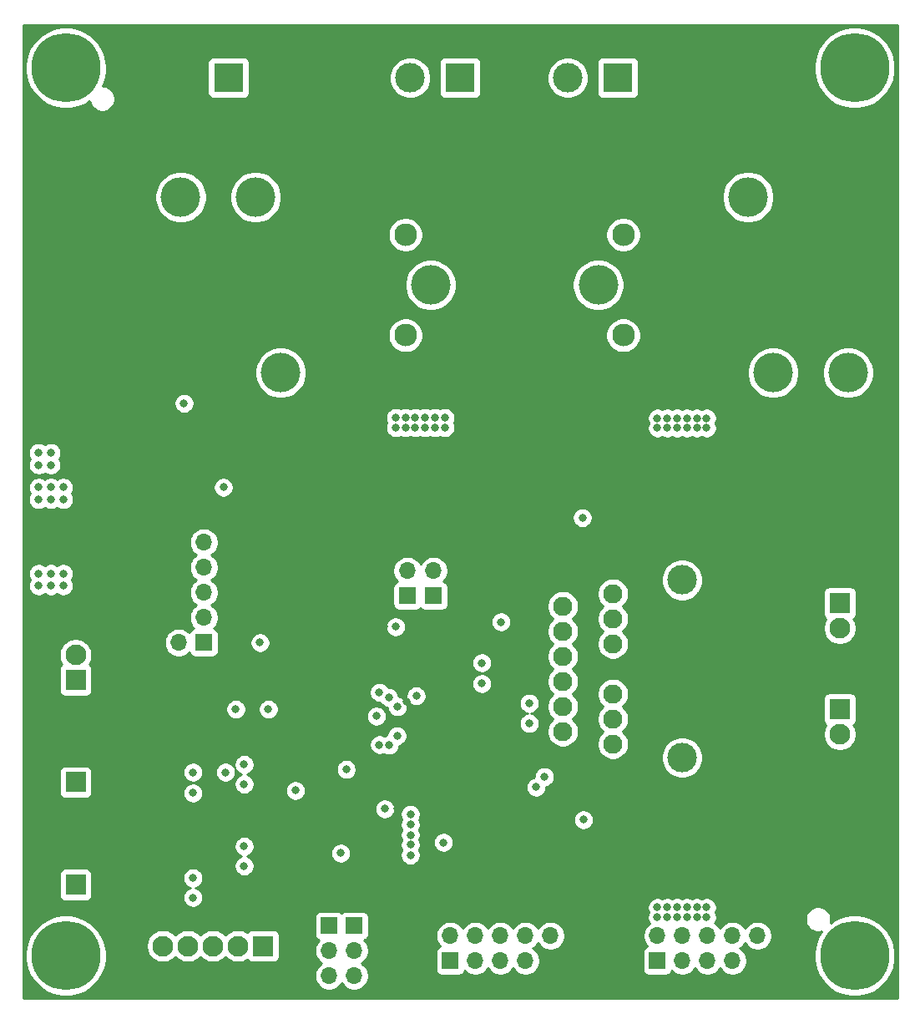
<source format=gbr>
%TF.GenerationSoftware,KiCad,Pcbnew,(5.1.6)-1*%
%TF.CreationDate,2022-04-27T14:58:12+09:00*%
%TF.ProjectId,FP-2500 ICHIMASA,46502d32-3530-4302-9049-4348494d4153,rev?*%
%TF.SameCoordinates,Original*%
%TF.FileFunction,Copper,L2,Inr*%
%TF.FilePolarity,Positive*%
%FSLAX46Y46*%
G04 Gerber Fmt 4.6, Leading zero omitted, Abs format (unit mm)*
G04 Created by KiCad (PCBNEW (5.1.6)-1) date 2022-04-27 14:58:12*
%MOMM*%
%LPD*%
G01*
G04 APERTURE LIST*
%TA.AperFunction,ViaPad*%
%ADD10C,3.000000*%
%TD*%
%TA.AperFunction,ViaPad*%
%ADD11O,1.700000X1.700000*%
%TD*%
%TA.AperFunction,ViaPad*%
%ADD12R,1.700000X1.700000*%
%TD*%
%TA.AperFunction,ViaPad*%
%ADD13C,4.000000*%
%TD*%
%TA.AperFunction,ViaPad*%
%ADD14C,2.300000*%
%TD*%
%TA.AperFunction,ViaPad*%
%ADD15C,2.100000*%
%TD*%
%TA.AperFunction,ViaPad*%
%ADD16R,2.100000X2.100000*%
%TD*%
%TA.AperFunction,ViaPad*%
%ADD17R,3.000000X3.000000*%
%TD*%
%TA.AperFunction,ViaPad*%
%ADD18C,1.950000*%
%TD*%
%TA.AperFunction,ViaPad*%
%ADD19C,0.800000*%
%TD*%
%TA.AperFunction,ViaPad*%
%ADD20C,7.000000*%
%TD*%
%TA.AperFunction,Conductor*%
%ADD21C,0.254000*%
%TD*%
G04 APERTURE END LIST*
D10*
%TO.N,Net-(HS1-Pad1)*%
%TO.C,HS1*%
X89500000Y-164900000D03*
X89500000Y-146900000D03*
%TD*%
D11*
%TO.N,VCC*%
%TO.C,J1*%
X76160000Y-182960000D03*
%TO.N,GND*%
X76160000Y-185500000D03*
%TO.N,/LCD_D7*%
X73620000Y-182960000D03*
%TO.N,/LCD_D6*%
X73620000Y-185500000D03*
%TO.N,/LCD_D5*%
X71080000Y-182960000D03*
%TO.N,/LCD_D4*%
X71080000Y-185500000D03*
%TO.N,/LCD_RS*%
X68540000Y-182960000D03*
%TO.N,/LCD_EN*%
X68540000Y-185500000D03*
%TO.N,/BTN_ENC*%
X66000000Y-182960000D03*
D12*
%TO.N,/BUZZER*%
X66000000Y-185500000D03*
%TD*%
D11*
%TO.N,Net-(J2-Pad10)*%
%TO.C,J2*%
X97160000Y-182960000D03*
%TO.N,GND*%
X97160000Y-185500000D03*
%TO.N,Net-(J2-Pad8)*%
X94620000Y-182960000D03*
%TO.N,Net-(J2-Pad7)*%
X94620000Y-185500000D03*
%TO.N,Net-(J2-Pad6)*%
X92080000Y-182960000D03*
%TO.N,/BTN_EN2*%
X92080000Y-185500000D03*
%TO.N,Net-(J2-Pad4)*%
X89540000Y-182960000D03*
%TO.N,/BTN_EN1*%
X89540000Y-185500000D03*
%TO.N,Net-(J2-Pad2)*%
X87000000Y-182960000D03*
D12*
%TO.N,Net-(J2-Pad1)*%
X87000000Y-185500000D03*
%TD*%
D11*
%TO.N,GND*%
%TO.C,J6*%
X38460000Y-143090000D03*
%TO.N,/MISO_PL2*%
X41000000Y-143090000D03*
%TO.N,GND*%
X38460000Y-145630000D03*
%TO.N,/SCK*%
X41000000Y-145630000D03*
%TO.N,GND*%
X38460000Y-148170000D03*
%TO.N,/RST*%
X41000000Y-148170000D03*
%TO.N,GND*%
X38460000Y-150710000D03*
%TO.N,Net-(J6-Pad3)*%
X41000000Y-150710000D03*
%TO.N,VCC*%
X38460000Y-153250000D03*
D12*
%TO.N,/MOSI_PL1*%
X41000000Y-153250000D03*
%TD*%
D11*
%TO.N,/KILL_SW*%
%TO.C,JP4*%
X53710000Y-187030000D03*
%TO.N,/RX_KILL*%
X53710000Y-184490000D03*
D12*
%TO.N,/RX*%
X53710000Y-181950000D03*
%TD*%
D13*
%TO.N,Net-(RLY1-Pad3)*%
%TO.C,RLY1*%
X38660000Y-108100000D03*
%TO.N,Net-(J4-Pad1)*%
X48800000Y-125900000D03*
D14*
%TO.N,Net-(D4-Pad1)*%
X61460000Y-122100000D03*
D13*
%TO.N,Net-(J4-Pad1)*%
X64000000Y-117000000D03*
D14*
%TO.N,VBUS*%
X61460000Y-111900000D03*
D13*
%TO.N,Net-(J4-Pad2)*%
X46260000Y-108100000D03*
%TD*%
D15*
%TO.N,Net-(D12-Pad1)*%
%TO.C,J10*%
X105500000Y-162540000D03*
D16*
%TO.N,Net-(D11-Pad1)*%
X105500000Y-160000000D03*
%TD*%
D15*
%TO.N,Net-(D10-Pad1)*%
%TO.C,J9*%
X105500000Y-151790000D03*
D16*
%TO.N,Net-(D13-Pad2)*%
X105500000Y-149250000D03*
%TD*%
D10*
%TO.N,Net-(J5-Pad2)*%
%TO.C,J5*%
X77920000Y-96000000D03*
D17*
%TO.N,Net-(J5-Pad1)*%
X83000000Y-96000000D03*
%TD*%
D10*
%TO.N,Net-(J4-Pad2)*%
%TO.C,J4*%
X61920000Y-96000000D03*
D17*
%TO.N,Net-(J4-Pad1)*%
X67000000Y-96000000D03*
%TD*%
D15*
%TO.N,GND*%
%TO.C,J8*%
X28000000Y-164860000D03*
D16*
%TO.N,Net-(C12-Pad1)*%
X28000000Y-167400000D03*
%TD*%
D15*
%TO.N,GND*%
%TO.C,J7*%
X28000000Y-175260000D03*
D16*
%TO.N,Net-(C11-Pad1)*%
X28000000Y-177800000D03*
%TD*%
D18*
%TO.N,GND*%
%TO.C,U3*%
X77420000Y-164790000D03*
%TO.N,Net-(D12-Pad1)*%
X82500000Y-163520000D03*
%TO.N,Net-(D11-Pad1)*%
X77420000Y-162250000D03*
%TO.N,/M2_IN2*%
X82500000Y-160980000D03*
%TO.N,/M2_EN*%
X77420000Y-159710000D03*
%TO.N,/M2_IN1*%
X82500000Y-158440000D03*
%TO.N,VBUS*%
X77420000Y-157170000D03*
%TO.N,GND*%
X82500000Y-155900000D03*
%TO.N,/M1_IN2*%
X77420000Y-154630000D03*
%TO.N,/M1_EN*%
X82500000Y-153360000D03*
%TO.N,/M1_IN1*%
X77420000Y-152090000D03*
%TO.N,VCC*%
X82500000Y-150820000D03*
%TO.N,Net-(D10-Pad1)*%
X77420000Y-149550000D03*
%TO.N,Net-(D13-Pad2)*%
X82500000Y-148280000D03*
%TO.N,GND*%
X77420000Y-147010000D03*
%TD*%
D13*
%TO.N,Net-(RLY2-Pad3)*%
%TO.C,RLY2*%
X106340000Y-125900000D03*
%TO.N,Net-(J5-Pad1)*%
X96200000Y-108100000D03*
D14*
%TO.N,Net-(D5-Pad1)*%
X83540000Y-111900000D03*
D13*
%TO.N,Net-(J5-Pad1)*%
X81000000Y-117000000D03*
D14*
%TO.N,VBUS*%
X83540000Y-122100000D03*
D13*
%TO.N,Net-(J5-Pad2)*%
X98740000Y-125900000D03*
%TD*%
D11*
%TO.N,/BUZZER*%
%TO.C,JP3*%
X56250000Y-187030000D03*
%TO.N,/TX_BUZ*%
X56250000Y-184490000D03*
D12*
%TO.N,/TX*%
X56250000Y-181950000D03*
%TD*%
D11*
%TO.N,Net-(JP2-Pad2)*%
%TO.C,JP2*%
X64300000Y-145960000D03*
D12*
%TO.N,/MISO_PL2*%
X64300000Y-148500000D03*
%TD*%
D11*
%TO.N,Net-(JP1-Pad2)*%
%TO.C,JP1*%
X61650000Y-145960000D03*
D12*
%TO.N,/MOSI_PL1*%
X61650000Y-148500000D03*
%TD*%
D15*
%TO.N,GND*%
%TO.C,J12*%
X28000000Y-151960000D03*
%TO.N,/KILL_SW*%
X28000000Y-154500000D03*
D16*
%TO.N,VCC*%
X28000000Y-157040000D03*
%TD*%
D15*
%TO.N,GND*%
%TO.C,J11*%
X34300000Y-184000000D03*
%TO.N,Net-(J11-Pad5)*%
X36840000Y-184000000D03*
%TO.N,VCC*%
X39380000Y-184000000D03*
%TO.N,/TX*%
X41920000Y-184000000D03*
%TO.N,/RX*%
X44460000Y-184000000D03*
D16*
%TO.N,Net-(J11-Pad1)*%
X47000000Y-184000000D03*
%TD*%
D10*
%TO.N,GND*%
%TO.C,J3*%
X38420000Y-96000000D03*
D17*
%TO.N,VBUS*%
X43500000Y-96000000D03*
%TD*%
D19*
%TO.N,Net-(H4-Pad1)*%
%TO.C,H4*%
X108856155Y-93143845D03*
X107000000Y-92375000D03*
X105143845Y-93143845D03*
X104375000Y-95000000D03*
X105143845Y-96856155D03*
X107000000Y-97625000D03*
X108856155Y-96856155D03*
X109625000Y-95000000D03*
D20*
X107000000Y-95000000D03*
%TD*%
D19*
%TO.N,Net-(H3-Pad1)*%
%TO.C,H3*%
X108856155Y-183143845D03*
X107000000Y-182375000D03*
X105143845Y-183143845D03*
X104375000Y-185000000D03*
X105143845Y-186856155D03*
X107000000Y-187625000D03*
X108856155Y-186856155D03*
X109625000Y-185000000D03*
D20*
X107000000Y-185000000D03*
%TD*%
D19*
%TO.N,Net-(H2-Pad1)*%
%TO.C,H2*%
X28856155Y-183143845D03*
X27000000Y-182375000D03*
X25143845Y-183143845D03*
X24375000Y-185000000D03*
X25143845Y-186856155D03*
X27000000Y-187625000D03*
X28856155Y-186856155D03*
X29625000Y-185000000D03*
D20*
X27000000Y-185000000D03*
%TD*%
D19*
%TO.N,Net-(H1-Pad1)*%
%TO.C,H1*%
X28856155Y-93143845D03*
X27000000Y-92375000D03*
X25143845Y-93143845D03*
X24375000Y-95000000D03*
X25143845Y-96856155D03*
X27000000Y-97625000D03*
X28856155Y-96856155D03*
X29625000Y-95000000D03*
D20*
X27000000Y-95000000D03*
%TD*%
D19*
%TO.N,GND*%
X54400000Y-178400000D03*
X55200000Y-148750000D03*
X47000000Y-137500000D03*
X56750000Y-141750000D03*
X56750000Y-140750000D03*
X24300000Y-103100000D03*
X24300000Y-104100000D03*
X32500000Y-121500000D03*
X32500000Y-122600000D03*
X30100000Y-115500000D03*
X31200000Y-115500000D03*
X32500000Y-115500000D03*
X30100000Y-118500000D03*
X31200000Y-118500000D03*
X32500000Y-118500000D03*
X33700000Y-121500000D03*
X33700000Y-122600000D03*
X33700000Y-118500000D03*
X33700000Y-115500000D03*
X32500000Y-127000000D03*
X33700000Y-127000000D03*
X32500000Y-128100000D03*
X33700000Y-128100000D03*
X32500000Y-146400000D03*
X33700000Y-146300000D03*
X32500000Y-147500000D03*
X33700000Y-147500000D03*
X32500000Y-145200000D03*
X33700000Y-145200000D03*
X32500000Y-144000000D03*
X33700000Y-144000000D03*
X39400000Y-171900000D03*
X41600000Y-173500000D03*
X39400000Y-164400000D03*
X39400000Y-161200000D03*
X41600000Y-162800000D03*
X39400000Y-175100000D03*
X45100000Y-170700000D03*
X59300000Y-151650000D03*
X55300000Y-155375000D03*
X53100000Y-151025000D03*
X61600000Y-159200000D03*
X99500000Y-136000000D03*
X96500000Y-133500000D03*
X82500000Y-133500000D03*
X79500000Y-136000000D03*
X99700000Y-175800000D03*
X96600000Y-178400000D03*
X82500000Y-178400000D03*
X79500000Y-175800000D03*
X69150000Y-140750000D03*
X69150000Y-141750000D03*
X74100000Y-138250000D03*
X74100000Y-139250000D03*
X70750000Y-148750000D03*
X60600000Y-170100000D03*
X55600000Y-178400000D03*
%TO.N,VCC*%
X43000000Y-137500000D03*
X59350000Y-170100000D03*
X69200000Y-155300000D03*
X69200000Y-157400000D03*
X39900000Y-166400000D03*
X39900000Y-177100000D03*
X45100000Y-175900000D03*
X45100000Y-167600000D03*
X45100000Y-165600000D03*
X58800000Y-158300000D03*
X60450000Y-151650000D03*
X24250000Y-137500000D03*
X25500000Y-137500000D03*
X26750000Y-137500000D03*
X24250000Y-138750000D03*
X25500000Y-138750000D03*
X26750000Y-138750000D03*
X24250000Y-134000000D03*
X25500000Y-134000000D03*
X24250000Y-135250000D03*
X25500000Y-135250000D03*
X24250000Y-146250000D03*
X25500000Y-146250000D03*
X26750000Y-146250000D03*
X24250000Y-147500000D03*
X25500000Y-147500000D03*
X26750000Y-147500000D03*
%TO.N,VBUS*%
X39000000Y-129000000D03*
X87000000Y-131500000D03*
X88000000Y-131500000D03*
X89000000Y-131500000D03*
X90000000Y-131500000D03*
X91000000Y-131500000D03*
X92000000Y-131500000D03*
X87000000Y-130500000D03*
X88000000Y-130500000D03*
X89000000Y-130500000D03*
X90000000Y-130500000D03*
X91000000Y-130500000D03*
X92000000Y-130500000D03*
X90000000Y-181100000D03*
X90000000Y-180100000D03*
X88000000Y-180100000D03*
X88000000Y-181100000D03*
X91000000Y-181100000D03*
X87000000Y-181100000D03*
X91000000Y-180100000D03*
X87000000Y-180100000D03*
X89000000Y-180100000D03*
X92000000Y-180100000D03*
X92000000Y-181100000D03*
X89000000Y-181100000D03*
X63450000Y-131450000D03*
X63450000Y-130450000D03*
X61450000Y-130450000D03*
X61450000Y-131450000D03*
X64450000Y-131450000D03*
X60450000Y-131450000D03*
X64450000Y-130450000D03*
X60450000Y-130450000D03*
X62450000Y-130450000D03*
X65450000Y-130450000D03*
X65450000Y-131450000D03*
X62450000Y-131450000D03*
%TO.N,Net-(D10-Pad1)*%
X79400000Y-140600000D03*
%TO.N,Net-(D11-Pad1)*%
X79500000Y-171200000D03*
%TO.N,/BTN_ENC*%
X61950000Y-172750000D03*
X65300000Y-173500000D03*
%TO.N,/BTN_EN2*%
X61950000Y-174800000D03*
%TO.N,/BTN_EN1*%
X61950000Y-173750000D03*
%TO.N,/MISO_PL2*%
X60650000Y-159750000D03*
%TO.N,/SCK*%
X55450000Y-166100000D03*
X45100000Y-173900000D03*
X47550000Y-160000000D03*
X43200000Y-166400000D03*
X44250000Y-160000000D03*
%TO.N,/RST*%
X60600000Y-162700000D03*
X54900000Y-174600000D03*
%TO.N,/MOSI_PL1*%
X59750000Y-158800000D03*
X46700000Y-153250000D03*
%TO.N,/KILL_SW*%
X50300000Y-168250000D03*
%TO.N,/TH1*%
X59800000Y-163650000D03*
X39900000Y-179100000D03*
%TO.N,/TH2*%
X58800000Y-163600000D03*
X39900000Y-168500000D03*
%TO.N,/M2_IN2*%
X74700000Y-167900000D03*
X58500000Y-160700000D03*
X74000000Y-161450000D03*
%TO.N,/M2_IN1*%
X75550000Y-166850000D03*
X74000000Y-159400000D03*
X62550000Y-158650000D03*
%TO.N,/M1_IN2*%
X71150000Y-151150000D03*
%TO.N,/M2_EN*%
X61950000Y-170650000D03*
%TO.N,/M1_EN*%
X61950000Y-171700000D03*
%TD*%
D21*
%TO.N,GND*%
G36*
X111315001Y-189315000D02*
G01*
X22685000Y-189315000D01*
X22685000Y-184592738D01*
X22865000Y-184592738D01*
X22865000Y-185407262D01*
X23023906Y-186206135D01*
X23335611Y-186958657D01*
X23788136Y-187635909D01*
X24364091Y-188211864D01*
X25041343Y-188664389D01*
X25793865Y-188976094D01*
X26592738Y-189135000D01*
X27407262Y-189135000D01*
X28206135Y-188976094D01*
X28958657Y-188664389D01*
X29635909Y-188211864D01*
X30211864Y-187635909D01*
X30664389Y-186958657D01*
X30976094Y-186206135D01*
X31135000Y-185407262D01*
X31135000Y-184592738D01*
X30984086Y-183834042D01*
X35155000Y-183834042D01*
X35155000Y-184165958D01*
X35219754Y-184491496D01*
X35346772Y-184798147D01*
X35531175Y-185074125D01*
X35765875Y-185308825D01*
X36041853Y-185493228D01*
X36348504Y-185620246D01*
X36674042Y-185685000D01*
X37005958Y-185685000D01*
X37331496Y-185620246D01*
X37638147Y-185493228D01*
X37914125Y-185308825D01*
X38110000Y-185112950D01*
X38305875Y-185308825D01*
X38581853Y-185493228D01*
X38888504Y-185620246D01*
X39214042Y-185685000D01*
X39545958Y-185685000D01*
X39871496Y-185620246D01*
X40178147Y-185493228D01*
X40454125Y-185308825D01*
X40650000Y-185112950D01*
X40845875Y-185308825D01*
X41121853Y-185493228D01*
X41428504Y-185620246D01*
X41754042Y-185685000D01*
X42085958Y-185685000D01*
X42411496Y-185620246D01*
X42718147Y-185493228D01*
X42994125Y-185308825D01*
X43190000Y-185112950D01*
X43385875Y-185308825D01*
X43661853Y-185493228D01*
X43968504Y-185620246D01*
X44294042Y-185685000D01*
X44625958Y-185685000D01*
X44951496Y-185620246D01*
X45258147Y-185493228D01*
X45411958Y-185390454D01*
X45419463Y-185404494D01*
X45498815Y-185501185D01*
X45595506Y-185580537D01*
X45705820Y-185639502D01*
X45825518Y-185675812D01*
X45950000Y-185688072D01*
X48050000Y-185688072D01*
X48174482Y-185675812D01*
X48294180Y-185639502D01*
X48404494Y-185580537D01*
X48501185Y-185501185D01*
X48580537Y-185404494D01*
X48639502Y-185294180D01*
X48675812Y-185174482D01*
X48688072Y-185050000D01*
X48688072Y-182950000D01*
X48675812Y-182825518D01*
X48639502Y-182705820D01*
X48580537Y-182595506D01*
X48501185Y-182498815D01*
X48404494Y-182419463D01*
X48294180Y-182360498D01*
X48174482Y-182324188D01*
X48050000Y-182311928D01*
X45950000Y-182311928D01*
X45825518Y-182324188D01*
X45705820Y-182360498D01*
X45595506Y-182419463D01*
X45498815Y-182498815D01*
X45419463Y-182595506D01*
X45411958Y-182609546D01*
X45258147Y-182506772D01*
X44951496Y-182379754D01*
X44625958Y-182315000D01*
X44294042Y-182315000D01*
X43968504Y-182379754D01*
X43661853Y-182506772D01*
X43385875Y-182691175D01*
X43190000Y-182887050D01*
X42994125Y-182691175D01*
X42718147Y-182506772D01*
X42411496Y-182379754D01*
X42085958Y-182315000D01*
X41754042Y-182315000D01*
X41428504Y-182379754D01*
X41121853Y-182506772D01*
X40845875Y-182691175D01*
X40650000Y-182887050D01*
X40454125Y-182691175D01*
X40178147Y-182506772D01*
X39871496Y-182379754D01*
X39545958Y-182315000D01*
X39214042Y-182315000D01*
X38888504Y-182379754D01*
X38581853Y-182506772D01*
X38305875Y-182691175D01*
X38110000Y-182887050D01*
X37914125Y-182691175D01*
X37638147Y-182506772D01*
X37331496Y-182379754D01*
X37005958Y-182315000D01*
X36674042Y-182315000D01*
X36348504Y-182379754D01*
X36041853Y-182506772D01*
X35765875Y-182691175D01*
X35531175Y-182925875D01*
X35346772Y-183201853D01*
X35219754Y-183508504D01*
X35155000Y-183834042D01*
X30984086Y-183834042D01*
X30976094Y-183793865D01*
X30664389Y-183041343D01*
X30211864Y-182364091D01*
X29635909Y-181788136D01*
X28958657Y-181335611D01*
X28389843Y-181100000D01*
X52221928Y-181100000D01*
X52221928Y-182800000D01*
X52234188Y-182924482D01*
X52270498Y-183044180D01*
X52329463Y-183154494D01*
X52408815Y-183251185D01*
X52505506Y-183330537D01*
X52615820Y-183389502D01*
X52688380Y-183411513D01*
X52556525Y-183543368D01*
X52394010Y-183786589D01*
X52282068Y-184056842D01*
X52225000Y-184343740D01*
X52225000Y-184636260D01*
X52282068Y-184923158D01*
X52394010Y-185193411D01*
X52556525Y-185436632D01*
X52763368Y-185643475D01*
X52937760Y-185760000D01*
X52763368Y-185876525D01*
X52556525Y-186083368D01*
X52394010Y-186326589D01*
X52282068Y-186596842D01*
X52225000Y-186883740D01*
X52225000Y-187176260D01*
X52282068Y-187463158D01*
X52394010Y-187733411D01*
X52556525Y-187976632D01*
X52763368Y-188183475D01*
X53006589Y-188345990D01*
X53276842Y-188457932D01*
X53563740Y-188515000D01*
X53856260Y-188515000D01*
X54143158Y-188457932D01*
X54413411Y-188345990D01*
X54656632Y-188183475D01*
X54863475Y-187976632D01*
X54980000Y-187802240D01*
X55096525Y-187976632D01*
X55303368Y-188183475D01*
X55546589Y-188345990D01*
X55816842Y-188457932D01*
X56103740Y-188515000D01*
X56396260Y-188515000D01*
X56683158Y-188457932D01*
X56953411Y-188345990D01*
X57196632Y-188183475D01*
X57403475Y-187976632D01*
X57565990Y-187733411D01*
X57677932Y-187463158D01*
X57735000Y-187176260D01*
X57735000Y-186883740D01*
X57677932Y-186596842D01*
X57565990Y-186326589D01*
X57403475Y-186083368D01*
X57196632Y-185876525D01*
X57022240Y-185760000D01*
X57196632Y-185643475D01*
X57403475Y-185436632D01*
X57565990Y-185193411D01*
X57677932Y-184923158D01*
X57732266Y-184650000D01*
X64511928Y-184650000D01*
X64511928Y-186350000D01*
X64524188Y-186474482D01*
X64560498Y-186594180D01*
X64619463Y-186704494D01*
X64698815Y-186801185D01*
X64795506Y-186880537D01*
X64905820Y-186939502D01*
X65025518Y-186975812D01*
X65150000Y-186988072D01*
X66850000Y-186988072D01*
X66974482Y-186975812D01*
X67094180Y-186939502D01*
X67204494Y-186880537D01*
X67301185Y-186801185D01*
X67380537Y-186704494D01*
X67439502Y-186594180D01*
X67461513Y-186521620D01*
X67593368Y-186653475D01*
X67836589Y-186815990D01*
X68106842Y-186927932D01*
X68393740Y-186985000D01*
X68686260Y-186985000D01*
X68973158Y-186927932D01*
X69243411Y-186815990D01*
X69486632Y-186653475D01*
X69693475Y-186446632D01*
X69810000Y-186272240D01*
X69926525Y-186446632D01*
X70133368Y-186653475D01*
X70376589Y-186815990D01*
X70646842Y-186927932D01*
X70933740Y-186985000D01*
X71226260Y-186985000D01*
X71513158Y-186927932D01*
X71783411Y-186815990D01*
X72026632Y-186653475D01*
X72233475Y-186446632D01*
X72350000Y-186272240D01*
X72466525Y-186446632D01*
X72673368Y-186653475D01*
X72916589Y-186815990D01*
X73186842Y-186927932D01*
X73473740Y-186985000D01*
X73766260Y-186985000D01*
X74053158Y-186927932D01*
X74323411Y-186815990D01*
X74566632Y-186653475D01*
X74773475Y-186446632D01*
X74935990Y-186203411D01*
X75047932Y-185933158D01*
X75105000Y-185646260D01*
X75105000Y-185353740D01*
X75047932Y-185066842D01*
X74935990Y-184796589D01*
X74838043Y-184650000D01*
X85511928Y-184650000D01*
X85511928Y-186350000D01*
X85524188Y-186474482D01*
X85560498Y-186594180D01*
X85619463Y-186704494D01*
X85698815Y-186801185D01*
X85795506Y-186880537D01*
X85905820Y-186939502D01*
X86025518Y-186975812D01*
X86150000Y-186988072D01*
X87850000Y-186988072D01*
X87974482Y-186975812D01*
X88094180Y-186939502D01*
X88204494Y-186880537D01*
X88301185Y-186801185D01*
X88380537Y-186704494D01*
X88439502Y-186594180D01*
X88461513Y-186521620D01*
X88593368Y-186653475D01*
X88836589Y-186815990D01*
X89106842Y-186927932D01*
X89393740Y-186985000D01*
X89686260Y-186985000D01*
X89973158Y-186927932D01*
X90243411Y-186815990D01*
X90486632Y-186653475D01*
X90693475Y-186446632D01*
X90810000Y-186272240D01*
X90926525Y-186446632D01*
X91133368Y-186653475D01*
X91376589Y-186815990D01*
X91646842Y-186927932D01*
X91933740Y-186985000D01*
X92226260Y-186985000D01*
X92513158Y-186927932D01*
X92783411Y-186815990D01*
X93026632Y-186653475D01*
X93233475Y-186446632D01*
X93350000Y-186272240D01*
X93466525Y-186446632D01*
X93673368Y-186653475D01*
X93916589Y-186815990D01*
X94186842Y-186927932D01*
X94473740Y-186985000D01*
X94766260Y-186985000D01*
X95053158Y-186927932D01*
X95323411Y-186815990D01*
X95566632Y-186653475D01*
X95773475Y-186446632D01*
X95935990Y-186203411D01*
X96047932Y-185933158D01*
X96105000Y-185646260D01*
X96105000Y-185353740D01*
X96047932Y-185066842D01*
X95935990Y-184796589D01*
X95773475Y-184553368D01*
X95566632Y-184346525D01*
X95392240Y-184230000D01*
X95566632Y-184113475D01*
X95773475Y-183906632D01*
X95890000Y-183732240D01*
X96006525Y-183906632D01*
X96213368Y-184113475D01*
X96456589Y-184275990D01*
X96726842Y-184387932D01*
X97013740Y-184445000D01*
X97306260Y-184445000D01*
X97593158Y-184387932D01*
X97863411Y-184275990D01*
X98106632Y-184113475D01*
X98313475Y-183906632D01*
X98475990Y-183663411D01*
X98587932Y-183393158D01*
X98645000Y-183106260D01*
X98645000Y-182813740D01*
X98587932Y-182526842D01*
X98475990Y-182256589D01*
X98313475Y-182013368D01*
X98106632Y-181806525D01*
X97863411Y-181644010D01*
X97593158Y-181532068D01*
X97306260Y-181475000D01*
X97013740Y-181475000D01*
X96726842Y-181532068D01*
X96456589Y-181644010D01*
X96213368Y-181806525D01*
X96006525Y-182013368D01*
X95890000Y-182187760D01*
X95773475Y-182013368D01*
X95566632Y-181806525D01*
X95323411Y-181644010D01*
X95053158Y-181532068D01*
X94766260Y-181475000D01*
X94473740Y-181475000D01*
X94186842Y-181532068D01*
X93916589Y-181644010D01*
X93673368Y-181806525D01*
X93466525Y-182013368D01*
X93350000Y-182187760D01*
X93233475Y-182013368D01*
X93026632Y-181806525D01*
X92851077Y-181689223D01*
X92917205Y-181590256D01*
X92995226Y-181401898D01*
X93035000Y-181201939D01*
X93035000Y-181171990D01*
X102000289Y-181171990D01*
X102000289Y-181428010D01*
X102050236Y-181679112D01*
X102148211Y-181915644D01*
X102290448Y-182128518D01*
X102471482Y-182309552D01*
X102684356Y-182451789D01*
X102920888Y-182549764D01*
X103171990Y-182599711D01*
X103428010Y-182599711D01*
X103661768Y-182553214D01*
X103335611Y-183041343D01*
X103023906Y-183793865D01*
X102865000Y-184592738D01*
X102865000Y-185407262D01*
X103023906Y-186206135D01*
X103335611Y-186958657D01*
X103788136Y-187635909D01*
X104364091Y-188211864D01*
X105041343Y-188664389D01*
X105793865Y-188976094D01*
X106592738Y-189135000D01*
X107407262Y-189135000D01*
X108206135Y-188976094D01*
X108958657Y-188664389D01*
X109635909Y-188211864D01*
X110211864Y-187635909D01*
X110664389Y-186958657D01*
X110976094Y-186206135D01*
X111135000Y-185407262D01*
X111135000Y-184592738D01*
X110976094Y-183793865D01*
X110664389Y-183041343D01*
X110211864Y-182364091D01*
X109635909Y-181788136D01*
X108958657Y-181335611D01*
X108206135Y-181023906D01*
X107407262Y-180865000D01*
X106592738Y-180865000D01*
X105793865Y-181023906D01*
X105041343Y-181335611D01*
X104553214Y-181661768D01*
X104599711Y-181428010D01*
X104599711Y-181171990D01*
X104549764Y-180920888D01*
X104451789Y-180684356D01*
X104309552Y-180471482D01*
X104128518Y-180290448D01*
X103915644Y-180148211D01*
X103679112Y-180050236D01*
X103428010Y-180000289D01*
X103171990Y-180000289D01*
X102920888Y-180050236D01*
X102684356Y-180148211D01*
X102471482Y-180290448D01*
X102290448Y-180471482D01*
X102148211Y-180684356D01*
X102050236Y-180920888D01*
X102000289Y-181171990D01*
X93035000Y-181171990D01*
X93035000Y-180998061D01*
X92995226Y-180798102D01*
X92917205Y-180609744D01*
X92910694Y-180600000D01*
X92917205Y-180590256D01*
X92995226Y-180401898D01*
X93035000Y-180201939D01*
X93035000Y-179998061D01*
X92995226Y-179798102D01*
X92917205Y-179609744D01*
X92803937Y-179440226D01*
X92659774Y-179296063D01*
X92490256Y-179182795D01*
X92301898Y-179104774D01*
X92101939Y-179065000D01*
X91898061Y-179065000D01*
X91698102Y-179104774D01*
X91509744Y-179182795D01*
X91500000Y-179189306D01*
X91490256Y-179182795D01*
X91301898Y-179104774D01*
X91101939Y-179065000D01*
X90898061Y-179065000D01*
X90698102Y-179104774D01*
X90509744Y-179182795D01*
X90500000Y-179189306D01*
X90490256Y-179182795D01*
X90301898Y-179104774D01*
X90101939Y-179065000D01*
X89898061Y-179065000D01*
X89698102Y-179104774D01*
X89509744Y-179182795D01*
X89500000Y-179189306D01*
X89490256Y-179182795D01*
X89301898Y-179104774D01*
X89101939Y-179065000D01*
X88898061Y-179065000D01*
X88698102Y-179104774D01*
X88509744Y-179182795D01*
X88500000Y-179189306D01*
X88490256Y-179182795D01*
X88301898Y-179104774D01*
X88101939Y-179065000D01*
X87898061Y-179065000D01*
X87698102Y-179104774D01*
X87509744Y-179182795D01*
X87500000Y-179189306D01*
X87490256Y-179182795D01*
X87301898Y-179104774D01*
X87101939Y-179065000D01*
X86898061Y-179065000D01*
X86698102Y-179104774D01*
X86509744Y-179182795D01*
X86340226Y-179296063D01*
X86196063Y-179440226D01*
X86082795Y-179609744D01*
X86004774Y-179798102D01*
X85965000Y-179998061D01*
X85965000Y-180201939D01*
X86004774Y-180401898D01*
X86082795Y-180590256D01*
X86089306Y-180600000D01*
X86082795Y-180609744D01*
X86004774Y-180798102D01*
X85965000Y-180998061D01*
X85965000Y-181201939D01*
X86004774Y-181401898D01*
X86082795Y-181590256D01*
X86173615Y-181726178D01*
X86053368Y-181806525D01*
X85846525Y-182013368D01*
X85684010Y-182256589D01*
X85572068Y-182526842D01*
X85515000Y-182813740D01*
X85515000Y-183106260D01*
X85572068Y-183393158D01*
X85684010Y-183663411D01*
X85846525Y-183906632D01*
X85978380Y-184038487D01*
X85905820Y-184060498D01*
X85795506Y-184119463D01*
X85698815Y-184198815D01*
X85619463Y-184295506D01*
X85560498Y-184405820D01*
X85524188Y-184525518D01*
X85511928Y-184650000D01*
X74838043Y-184650000D01*
X74773475Y-184553368D01*
X74566632Y-184346525D01*
X74392240Y-184230000D01*
X74566632Y-184113475D01*
X74773475Y-183906632D01*
X74890000Y-183732240D01*
X75006525Y-183906632D01*
X75213368Y-184113475D01*
X75456589Y-184275990D01*
X75726842Y-184387932D01*
X76013740Y-184445000D01*
X76306260Y-184445000D01*
X76593158Y-184387932D01*
X76863411Y-184275990D01*
X77106632Y-184113475D01*
X77313475Y-183906632D01*
X77475990Y-183663411D01*
X77587932Y-183393158D01*
X77645000Y-183106260D01*
X77645000Y-182813740D01*
X77587932Y-182526842D01*
X77475990Y-182256589D01*
X77313475Y-182013368D01*
X77106632Y-181806525D01*
X76863411Y-181644010D01*
X76593158Y-181532068D01*
X76306260Y-181475000D01*
X76013740Y-181475000D01*
X75726842Y-181532068D01*
X75456589Y-181644010D01*
X75213368Y-181806525D01*
X75006525Y-182013368D01*
X74890000Y-182187760D01*
X74773475Y-182013368D01*
X74566632Y-181806525D01*
X74323411Y-181644010D01*
X74053158Y-181532068D01*
X73766260Y-181475000D01*
X73473740Y-181475000D01*
X73186842Y-181532068D01*
X72916589Y-181644010D01*
X72673368Y-181806525D01*
X72466525Y-182013368D01*
X72350000Y-182187760D01*
X72233475Y-182013368D01*
X72026632Y-181806525D01*
X71783411Y-181644010D01*
X71513158Y-181532068D01*
X71226260Y-181475000D01*
X70933740Y-181475000D01*
X70646842Y-181532068D01*
X70376589Y-181644010D01*
X70133368Y-181806525D01*
X69926525Y-182013368D01*
X69810000Y-182187760D01*
X69693475Y-182013368D01*
X69486632Y-181806525D01*
X69243411Y-181644010D01*
X68973158Y-181532068D01*
X68686260Y-181475000D01*
X68393740Y-181475000D01*
X68106842Y-181532068D01*
X67836589Y-181644010D01*
X67593368Y-181806525D01*
X67386525Y-182013368D01*
X67270000Y-182187760D01*
X67153475Y-182013368D01*
X66946632Y-181806525D01*
X66703411Y-181644010D01*
X66433158Y-181532068D01*
X66146260Y-181475000D01*
X65853740Y-181475000D01*
X65566842Y-181532068D01*
X65296589Y-181644010D01*
X65053368Y-181806525D01*
X64846525Y-182013368D01*
X64684010Y-182256589D01*
X64572068Y-182526842D01*
X64515000Y-182813740D01*
X64515000Y-183106260D01*
X64572068Y-183393158D01*
X64684010Y-183663411D01*
X64846525Y-183906632D01*
X64978380Y-184038487D01*
X64905820Y-184060498D01*
X64795506Y-184119463D01*
X64698815Y-184198815D01*
X64619463Y-184295506D01*
X64560498Y-184405820D01*
X64524188Y-184525518D01*
X64511928Y-184650000D01*
X57732266Y-184650000D01*
X57735000Y-184636260D01*
X57735000Y-184343740D01*
X57677932Y-184056842D01*
X57565990Y-183786589D01*
X57403475Y-183543368D01*
X57271620Y-183411513D01*
X57344180Y-183389502D01*
X57454494Y-183330537D01*
X57551185Y-183251185D01*
X57630537Y-183154494D01*
X57689502Y-183044180D01*
X57725812Y-182924482D01*
X57738072Y-182800000D01*
X57738072Y-181100000D01*
X57725812Y-180975518D01*
X57689502Y-180855820D01*
X57630537Y-180745506D01*
X57551185Y-180648815D01*
X57454494Y-180569463D01*
X57344180Y-180510498D01*
X57224482Y-180474188D01*
X57100000Y-180461928D01*
X55400000Y-180461928D01*
X55275518Y-180474188D01*
X55155820Y-180510498D01*
X55045506Y-180569463D01*
X54980000Y-180623222D01*
X54914494Y-180569463D01*
X54804180Y-180510498D01*
X54684482Y-180474188D01*
X54560000Y-180461928D01*
X52860000Y-180461928D01*
X52735518Y-180474188D01*
X52615820Y-180510498D01*
X52505506Y-180569463D01*
X52408815Y-180648815D01*
X52329463Y-180745506D01*
X52270498Y-180855820D01*
X52234188Y-180975518D01*
X52221928Y-181100000D01*
X28389843Y-181100000D01*
X28206135Y-181023906D01*
X27407262Y-180865000D01*
X26592738Y-180865000D01*
X25793865Y-181023906D01*
X25041343Y-181335611D01*
X24364091Y-181788136D01*
X23788136Y-182364091D01*
X23335611Y-183041343D01*
X23023906Y-183793865D01*
X22865000Y-184592738D01*
X22685000Y-184592738D01*
X22685000Y-176750000D01*
X26311928Y-176750000D01*
X26311928Y-178850000D01*
X26324188Y-178974482D01*
X26360498Y-179094180D01*
X26419463Y-179204494D01*
X26498815Y-179301185D01*
X26595506Y-179380537D01*
X26705820Y-179439502D01*
X26825518Y-179475812D01*
X26950000Y-179488072D01*
X29050000Y-179488072D01*
X29174482Y-179475812D01*
X29294180Y-179439502D01*
X29404494Y-179380537D01*
X29501185Y-179301185D01*
X29580537Y-179204494D01*
X29639502Y-179094180D01*
X29675812Y-178974482D01*
X29688072Y-178850000D01*
X29688072Y-176998061D01*
X38865000Y-176998061D01*
X38865000Y-177201939D01*
X38904774Y-177401898D01*
X38982795Y-177590256D01*
X39096063Y-177759774D01*
X39240226Y-177903937D01*
X39409744Y-178017205D01*
X39598102Y-178095226D01*
X39622103Y-178100000D01*
X39598102Y-178104774D01*
X39409744Y-178182795D01*
X39240226Y-178296063D01*
X39096063Y-178440226D01*
X38982795Y-178609744D01*
X38904774Y-178798102D01*
X38865000Y-178998061D01*
X38865000Y-179201939D01*
X38904774Y-179401898D01*
X38982795Y-179590256D01*
X39096063Y-179759774D01*
X39240226Y-179903937D01*
X39409744Y-180017205D01*
X39598102Y-180095226D01*
X39798061Y-180135000D01*
X40001939Y-180135000D01*
X40201898Y-180095226D01*
X40390256Y-180017205D01*
X40559774Y-179903937D01*
X40703937Y-179759774D01*
X40817205Y-179590256D01*
X40895226Y-179401898D01*
X40935000Y-179201939D01*
X40935000Y-178998061D01*
X40895226Y-178798102D01*
X40817205Y-178609744D01*
X40703937Y-178440226D01*
X40559774Y-178296063D01*
X40390256Y-178182795D01*
X40201898Y-178104774D01*
X40177897Y-178100000D01*
X40201898Y-178095226D01*
X40390256Y-178017205D01*
X40559774Y-177903937D01*
X40703937Y-177759774D01*
X40817205Y-177590256D01*
X40895226Y-177401898D01*
X40935000Y-177201939D01*
X40935000Y-176998061D01*
X40895226Y-176798102D01*
X40817205Y-176609744D01*
X40703937Y-176440226D01*
X40559774Y-176296063D01*
X40390256Y-176182795D01*
X40201898Y-176104774D01*
X40001939Y-176065000D01*
X39798061Y-176065000D01*
X39598102Y-176104774D01*
X39409744Y-176182795D01*
X39240226Y-176296063D01*
X39096063Y-176440226D01*
X38982795Y-176609744D01*
X38904774Y-176798102D01*
X38865000Y-176998061D01*
X29688072Y-176998061D01*
X29688072Y-176750000D01*
X29675812Y-176625518D01*
X29639502Y-176505820D01*
X29580537Y-176395506D01*
X29501185Y-176298815D01*
X29404494Y-176219463D01*
X29294180Y-176160498D01*
X29174482Y-176124188D01*
X29050000Y-176111928D01*
X26950000Y-176111928D01*
X26825518Y-176124188D01*
X26705820Y-176160498D01*
X26595506Y-176219463D01*
X26498815Y-176298815D01*
X26419463Y-176395506D01*
X26360498Y-176505820D01*
X26324188Y-176625518D01*
X26311928Y-176750000D01*
X22685000Y-176750000D01*
X22685000Y-173798061D01*
X44065000Y-173798061D01*
X44065000Y-174001939D01*
X44104774Y-174201898D01*
X44182795Y-174390256D01*
X44296063Y-174559774D01*
X44440226Y-174703937D01*
X44609744Y-174817205D01*
X44798102Y-174895226D01*
X44822103Y-174900000D01*
X44798102Y-174904774D01*
X44609744Y-174982795D01*
X44440226Y-175096063D01*
X44296063Y-175240226D01*
X44182795Y-175409744D01*
X44104774Y-175598102D01*
X44065000Y-175798061D01*
X44065000Y-176001939D01*
X44104774Y-176201898D01*
X44182795Y-176390256D01*
X44296063Y-176559774D01*
X44440226Y-176703937D01*
X44609744Y-176817205D01*
X44798102Y-176895226D01*
X44998061Y-176935000D01*
X45201939Y-176935000D01*
X45401898Y-176895226D01*
X45590256Y-176817205D01*
X45759774Y-176703937D01*
X45903937Y-176559774D01*
X46017205Y-176390256D01*
X46095226Y-176201898D01*
X46135000Y-176001939D01*
X46135000Y-175798061D01*
X46095226Y-175598102D01*
X46017205Y-175409744D01*
X45903937Y-175240226D01*
X45759774Y-175096063D01*
X45590256Y-174982795D01*
X45401898Y-174904774D01*
X45377897Y-174900000D01*
X45401898Y-174895226D01*
X45590256Y-174817205D01*
X45759774Y-174703937D01*
X45903937Y-174559774D01*
X45945172Y-174498061D01*
X53865000Y-174498061D01*
X53865000Y-174701939D01*
X53904774Y-174901898D01*
X53982795Y-175090256D01*
X54096063Y-175259774D01*
X54240226Y-175403937D01*
X54409744Y-175517205D01*
X54598102Y-175595226D01*
X54798061Y-175635000D01*
X55001939Y-175635000D01*
X55201898Y-175595226D01*
X55390256Y-175517205D01*
X55559774Y-175403937D01*
X55703937Y-175259774D01*
X55817205Y-175090256D01*
X55895226Y-174901898D01*
X55935000Y-174701939D01*
X55935000Y-174498061D01*
X55895226Y-174298102D01*
X55817205Y-174109744D01*
X55703937Y-173940226D01*
X55559774Y-173796063D01*
X55390256Y-173682795D01*
X55201898Y-173604774D01*
X55001939Y-173565000D01*
X54798061Y-173565000D01*
X54598102Y-173604774D01*
X54409744Y-173682795D01*
X54240226Y-173796063D01*
X54096063Y-173940226D01*
X53982795Y-174109744D01*
X53904774Y-174298102D01*
X53865000Y-174498061D01*
X45945172Y-174498061D01*
X46017205Y-174390256D01*
X46095226Y-174201898D01*
X46135000Y-174001939D01*
X46135000Y-173798061D01*
X46095226Y-173598102D01*
X46017205Y-173409744D01*
X45903937Y-173240226D01*
X45759774Y-173096063D01*
X45590256Y-172982795D01*
X45401898Y-172904774D01*
X45201939Y-172865000D01*
X44998061Y-172865000D01*
X44798102Y-172904774D01*
X44609744Y-172982795D01*
X44440226Y-173096063D01*
X44296063Y-173240226D01*
X44182795Y-173409744D01*
X44104774Y-173598102D01*
X44065000Y-173798061D01*
X22685000Y-173798061D01*
X22685000Y-169998061D01*
X58315000Y-169998061D01*
X58315000Y-170201939D01*
X58354774Y-170401898D01*
X58432795Y-170590256D01*
X58546063Y-170759774D01*
X58690226Y-170903937D01*
X58859744Y-171017205D01*
X59048102Y-171095226D01*
X59248061Y-171135000D01*
X59451939Y-171135000D01*
X59651898Y-171095226D01*
X59840256Y-171017205D01*
X60009774Y-170903937D01*
X60153937Y-170759774D01*
X60267205Y-170590256D01*
X60284682Y-170548061D01*
X60915000Y-170548061D01*
X60915000Y-170751939D01*
X60954774Y-170951898D01*
X61032795Y-171140256D01*
X61056010Y-171175000D01*
X61032795Y-171209744D01*
X60954774Y-171398102D01*
X60915000Y-171598061D01*
X60915000Y-171801939D01*
X60954774Y-172001898D01*
X61032795Y-172190256D01*
X61056010Y-172225000D01*
X61032795Y-172259744D01*
X60954774Y-172448102D01*
X60915000Y-172648061D01*
X60915000Y-172851939D01*
X60954774Y-173051898D01*
X61032795Y-173240256D01*
X61039306Y-173250000D01*
X61032795Y-173259744D01*
X60954774Y-173448102D01*
X60915000Y-173648061D01*
X60915000Y-173851939D01*
X60954774Y-174051898D01*
X61032795Y-174240256D01*
X61056010Y-174275000D01*
X61032795Y-174309744D01*
X60954774Y-174498102D01*
X60915000Y-174698061D01*
X60915000Y-174901939D01*
X60954774Y-175101898D01*
X61032795Y-175290256D01*
X61146063Y-175459774D01*
X61290226Y-175603937D01*
X61459744Y-175717205D01*
X61648102Y-175795226D01*
X61848061Y-175835000D01*
X62051939Y-175835000D01*
X62251898Y-175795226D01*
X62440256Y-175717205D01*
X62609774Y-175603937D01*
X62753937Y-175459774D01*
X62867205Y-175290256D01*
X62945226Y-175101898D01*
X62985000Y-174901939D01*
X62985000Y-174698061D01*
X62945226Y-174498102D01*
X62867205Y-174309744D01*
X62843990Y-174275000D01*
X62867205Y-174240256D01*
X62945226Y-174051898D01*
X62985000Y-173851939D01*
X62985000Y-173648061D01*
X62945226Y-173448102D01*
X62924499Y-173398061D01*
X64265000Y-173398061D01*
X64265000Y-173601939D01*
X64304774Y-173801898D01*
X64382795Y-173990256D01*
X64496063Y-174159774D01*
X64640226Y-174303937D01*
X64809744Y-174417205D01*
X64998102Y-174495226D01*
X65198061Y-174535000D01*
X65401939Y-174535000D01*
X65601898Y-174495226D01*
X65790256Y-174417205D01*
X65959774Y-174303937D01*
X66103937Y-174159774D01*
X66217205Y-173990256D01*
X66295226Y-173801898D01*
X66335000Y-173601939D01*
X66335000Y-173398061D01*
X66295226Y-173198102D01*
X66217205Y-173009744D01*
X66103937Y-172840226D01*
X65959774Y-172696063D01*
X65790256Y-172582795D01*
X65601898Y-172504774D01*
X65401939Y-172465000D01*
X65198061Y-172465000D01*
X64998102Y-172504774D01*
X64809744Y-172582795D01*
X64640226Y-172696063D01*
X64496063Y-172840226D01*
X64382795Y-173009744D01*
X64304774Y-173198102D01*
X64265000Y-173398061D01*
X62924499Y-173398061D01*
X62867205Y-173259744D01*
X62860694Y-173250000D01*
X62867205Y-173240256D01*
X62945226Y-173051898D01*
X62985000Y-172851939D01*
X62985000Y-172648061D01*
X62945226Y-172448102D01*
X62867205Y-172259744D01*
X62843990Y-172225000D01*
X62867205Y-172190256D01*
X62945226Y-172001898D01*
X62985000Y-171801939D01*
X62985000Y-171598061D01*
X62945226Y-171398102D01*
X62867205Y-171209744D01*
X62843990Y-171175000D01*
X62867205Y-171140256D01*
X62884682Y-171098061D01*
X78465000Y-171098061D01*
X78465000Y-171301939D01*
X78504774Y-171501898D01*
X78582795Y-171690256D01*
X78696063Y-171859774D01*
X78840226Y-172003937D01*
X79009744Y-172117205D01*
X79198102Y-172195226D01*
X79398061Y-172235000D01*
X79601939Y-172235000D01*
X79801898Y-172195226D01*
X79990256Y-172117205D01*
X80159774Y-172003937D01*
X80303937Y-171859774D01*
X80417205Y-171690256D01*
X80495226Y-171501898D01*
X80535000Y-171301939D01*
X80535000Y-171098061D01*
X80495226Y-170898102D01*
X80417205Y-170709744D01*
X80303937Y-170540226D01*
X80159774Y-170396063D01*
X79990256Y-170282795D01*
X79801898Y-170204774D01*
X79601939Y-170165000D01*
X79398061Y-170165000D01*
X79198102Y-170204774D01*
X79009744Y-170282795D01*
X78840226Y-170396063D01*
X78696063Y-170540226D01*
X78582795Y-170709744D01*
X78504774Y-170898102D01*
X78465000Y-171098061D01*
X62884682Y-171098061D01*
X62945226Y-170951898D01*
X62985000Y-170751939D01*
X62985000Y-170548061D01*
X62945226Y-170348102D01*
X62867205Y-170159744D01*
X62753937Y-169990226D01*
X62609774Y-169846063D01*
X62440256Y-169732795D01*
X62251898Y-169654774D01*
X62051939Y-169615000D01*
X61848061Y-169615000D01*
X61648102Y-169654774D01*
X61459744Y-169732795D01*
X61290226Y-169846063D01*
X61146063Y-169990226D01*
X61032795Y-170159744D01*
X60954774Y-170348102D01*
X60915000Y-170548061D01*
X60284682Y-170548061D01*
X60345226Y-170401898D01*
X60385000Y-170201939D01*
X60385000Y-169998061D01*
X60345226Y-169798102D01*
X60267205Y-169609744D01*
X60153937Y-169440226D01*
X60009774Y-169296063D01*
X59840256Y-169182795D01*
X59651898Y-169104774D01*
X59451939Y-169065000D01*
X59248061Y-169065000D01*
X59048102Y-169104774D01*
X58859744Y-169182795D01*
X58690226Y-169296063D01*
X58546063Y-169440226D01*
X58432795Y-169609744D01*
X58354774Y-169798102D01*
X58315000Y-169998061D01*
X22685000Y-169998061D01*
X22685000Y-166350000D01*
X26311928Y-166350000D01*
X26311928Y-168450000D01*
X26324188Y-168574482D01*
X26360498Y-168694180D01*
X26419463Y-168804494D01*
X26498815Y-168901185D01*
X26595506Y-168980537D01*
X26705820Y-169039502D01*
X26825518Y-169075812D01*
X26950000Y-169088072D01*
X29050000Y-169088072D01*
X29174482Y-169075812D01*
X29294180Y-169039502D01*
X29404494Y-168980537D01*
X29501185Y-168901185D01*
X29580537Y-168804494D01*
X29639502Y-168694180D01*
X29675812Y-168574482D01*
X29688072Y-168450000D01*
X29688072Y-168398061D01*
X38865000Y-168398061D01*
X38865000Y-168601939D01*
X38904774Y-168801898D01*
X38982795Y-168990256D01*
X39096063Y-169159774D01*
X39240226Y-169303937D01*
X39409744Y-169417205D01*
X39598102Y-169495226D01*
X39798061Y-169535000D01*
X40001939Y-169535000D01*
X40201898Y-169495226D01*
X40390256Y-169417205D01*
X40559774Y-169303937D01*
X40703937Y-169159774D01*
X40817205Y-168990256D01*
X40895226Y-168801898D01*
X40935000Y-168601939D01*
X40935000Y-168398061D01*
X40895226Y-168198102D01*
X40817205Y-168009744D01*
X40703937Y-167840226D01*
X40559774Y-167696063D01*
X40390256Y-167582795D01*
X40201898Y-167504774D01*
X40001939Y-167465000D01*
X39798061Y-167465000D01*
X39598102Y-167504774D01*
X39409744Y-167582795D01*
X39240226Y-167696063D01*
X39096063Y-167840226D01*
X38982795Y-168009744D01*
X38904774Y-168198102D01*
X38865000Y-168398061D01*
X29688072Y-168398061D01*
X29688072Y-166350000D01*
X29682957Y-166298061D01*
X38865000Y-166298061D01*
X38865000Y-166501939D01*
X38904774Y-166701898D01*
X38982795Y-166890256D01*
X39096063Y-167059774D01*
X39240226Y-167203937D01*
X39409744Y-167317205D01*
X39598102Y-167395226D01*
X39798061Y-167435000D01*
X40001939Y-167435000D01*
X40201898Y-167395226D01*
X40390256Y-167317205D01*
X40559774Y-167203937D01*
X40703937Y-167059774D01*
X40817205Y-166890256D01*
X40895226Y-166701898D01*
X40935000Y-166501939D01*
X40935000Y-166298061D01*
X42165000Y-166298061D01*
X42165000Y-166501939D01*
X42204774Y-166701898D01*
X42282795Y-166890256D01*
X42396063Y-167059774D01*
X42540226Y-167203937D01*
X42709744Y-167317205D01*
X42898102Y-167395226D01*
X43098061Y-167435000D01*
X43301939Y-167435000D01*
X43501898Y-167395226D01*
X43690256Y-167317205D01*
X43859774Y-167203937D01*
X44003937Y-167059774D01*
X44117205Y-166890256D01*
X44195226Y-166701898D01*
X44235000Y-166501939D01*
X44235000Y-166298061D01*
X44198273Y-166113421D01*
X44296063Y-166259774D01*
X44440226Y-166403937D01*
X44609744Y-166517205D01*
X44798102Y-166595226D01*
X44822103Y-166600000D01*
X44798102Y-166604774D01*
X44609744Y-166682795D01*
X44440226Y-166796063D01*
X44296063Y-166940226D01*
X44182795Y-167109744D01*
X44104774Y-167298102D01*
X44065000Y-167498061D01*
X44065000Y-167701939D01*
X44104774Y-167901898D01*
X44182795Y-168090256D01*
X44296063Y-168259774D01*
X44440226Y-168403937D01*
X44609744Y-168517205D01*
X44798102Y-168595226D01*
X44998061Y-168635000D01*
X45201939Y-168635000D01*
X45401898Y-168595226D01*
X45590256Y-168517205D01*
X45759774Y-168403937D01*
X45903937Y-168259774D01*
X45978581Y-168148061D01*
X49265000Y-168148061D01*
X49265000Y-168351939D01*
X49304774Y-168551898D01*
X49382795Y-168740256D01*
X49496063Y-168909774D01*
X49640226Y-169053937D01*
X49809744Y-169167205D01*
X49998102Y-169245226D01*
X50198061Y-169285000D01*
X50401939Y-169285000D01*
X50601898Y-169245226D01*
X50790256Y-169167205D01*
X50959774Y-169053937D01*
X51103937Y-168909774D01*
X51217205Y-168740256D01*
X51295226Y-168551898D01*
X51335000Y-168351939D01*
X51335000Y-168148061D01*
X51295226Y-167948102D01*
X51233077Y-167798061D01*
X73665000Y-167798061D01*
X73665000Y-168001939D01*
X73704774Y-168201898D01*
X73782795Y-168390256D01*
X73896063Y-168559774D01*
X74040226Y-168703937D01*
X74209744Y-168817205D01*
X74398102Y-168895226D01*
X74598061Y-168935000D01*
X74801939Y-168935000D01*
X75001898Y-168895226D01*
X75190256Y-168817205D01*
X75359774Y-168703937D01*
X75503937Y-168559774D01*
X75617205Y-168390256D01*
X75695226Y-168201898D01*
X75735000Y-168001939D01*
X75735000Y-167868478D01*
X75851898Y-167845226D01*
X76040256Y-167767205D01*
X76209774Y-167653937D01*
X76353937Y-167509774D01*
X76467205Y-167340256D01*
X76545226Y-167151898D01*
X76585000Y-166951939D01*
X76585000Y-166748061D01*
X76545226Y-166548102D01*
X76467205Y-166359744D01*
X76353937Y-166190226D01*
X76209774Y-166046063D01*
X76040256Y-165932795D01*
X75851898Y-165854774D01*
X75651939Y-165815000D01*
X75448061Y-165815000D01*
X75248102Y-165854774D01*
X75059744Y-165932795D01*
X74890226Y-166046063D01*
X74746063Y-166190226D01*
X74632795Y-166359744D01*
X74554774Y-166548102D01*
X74515000Y-166748061D01*
X74515000Y-166881522D01*
X74398102Y-166904774D01*
X74209744Y-166982795D01*
X74040226Y-167096063D01*
X73896063Y-167240226D01*
X73782795Y-167409744D01*
X73704774Y-167598102D01*
X73665000Y-167798061D01*
X51233077Y-167798061D01*
X51217205Y-167759744D01*
X51103937Y-167590226D01*
X50959774Y-167446063D01*
X50790256Y-167332795D01*
X50601898Y-167254774D01*
X50401939Y-167215000D01*
X50198061Y-167215000D01*
X49998102Y-167254774D01*
X49809744Y-167332795D01*
X49640226Y-167446063D01*
X49496063Y-167590226D01*
X49382795Y-167759744D01*
X49304774Y-167948102D01*
X49265000Y-168148061D01*
X45978581Y-168148061D01*
X46017205Y-168090256D01*
X46095226Y-167901898D01*
X46135000Y-167701939D01*
X46135000Y-167498061D01*
X46095226Y-167298102D01*
X46017205Y-167109744D01*
X45903937Y-166940226D01*
X45759774Y-166796063D01*
X45590256Y-166682795D01*
X45401898Y-166604774D01*
X45377897Y-166600000D01*
X45401898Y-166595226D01*
X45590256Y-166517205D01*
X45759774Y-166403937D01*
X45903937Y-166259774D01*
X46017205Y-166090256D01*
X46055393Y-165998061D01*
X54415000Y-165998061D01*
X54415000Y-166201939D01*
X54454774Y-166401898D01*
X54532795Y-166590256D01*
X54646063Y-166759774D01*
X54790226Y-166903937D01*
X54959744Y-167017205D01*
X55148102Y-167095226D01*
X55348061Y-167135000D01*
X55551939Y-167135000D01*
X55751898Y-167095226D01*
X55940256Y-167017205D01*
X56109774Y-166903937D01*
X56253937Y-166759774D01*
X56367205Y-166590256D01*
X56445226Y-166401898D01*
X56485000Y-166201939D01*
X56485000Y-165998061D01*
X56445226Y-165798102D01*
X56367205Y-165609744D01*
X56253937Y-165440226D01*
X56109774Y-165296063D01*
X55940256Y-165182795D01*
X55751898Y-165104774D01*
X55551939Y-165065000D01*
X55348061Y-165065000D01*
X55148102Y-165104774D01*
X54959744Y-165182795D01*
X54790226Y-165296063D01*
X54646063Y-165440226D01*
X54532795Y-165609744D01*
X54454774Y-165798102D01*
X54415000Y-165998061D01*
X46055393Y-165998061D01*
X46095226Y-165901898D01*
X46135000Y-165701939D01*
X46135000Y-165498061D01*
X46095226Y-165298102D01*
X46017205Y-165109744D01*
X45903937Y-164940226D01*
X45759774Y-164796063D01*
X45590256Y-164682795D01*
X45401898Y-164604774D01*
X45201939Y-164565000D01*
X44998061Y-164565000D01*
X44798102Y-164604774D01*
X44609744Y-164682795D01*
X44440226Y-164796063D01*
X44296063Y-164940226D01*
X44182795Y-165109744D01*
X44104774Y-165298102D01*
X44065000Y-165498061D01*
X44065000Y-165701939D01*
X44101727Y-165886579D01*
X44003937Y-165740226D01*
X43859774Y-165596063D01*
X43690256Y-165482795D01*
X43501898Y-165404774D01*
X43301939Y-165365000D01*
X43098061Y-165365000D01*
X42898102Y-165404774D01*
X42709744Y-165482795D01*
X42540226Y-165596063D01*
X42396063Y-165740226D01*
X42282795Y-165909744D01*
X42204774Y-166098102D01*
X42165000Y-166298061D01*
X40935000Y-166298061D01*
X40895226Y-166098102D01*
X40817205Y-165909744D01*
X40703937Y-165740226D01*
X40559774Y-165596063D01*
X40390256Y-165482795D01*
X40201898Y-165404774D01*
X40001939Y-165365000D01*
X39798061Y-165365000D01*
X39598102Y-165404774D01*
X39409744Y-165482795D01*
X39240226Y-165596063D01*
X39096063Y-165740226D01*
X38982795Y-165909744D01*
X38904774Y-166098102D01*
X38865000Y-166298061D01*
X29682957Y-166298061D01*
X29675812Y-166225518D01*
X29639502Y-166105820D01*
X29580537Y-165995506D01*
X29501185Y-165898815D01*
X29404494Y-165819463D01*
X29294180Y-165760498D01*
X29174482Y-165724188D01*
X29050000Y-165711928D01*
X26950000Y-165711928D01*
X26825518Y-165724188D01*
X26705820Y-165760498D01*
X26595506Y-165819463D01*
X26498815Y-165898815D01*
X26419463Y-165995506D01*
X26360498Y-166105820D01*
X26324188Y-166225518D01*
X26311928Y-166350000D01*
X22685000Y-166350000D01*
X22685000Y-163498061D01*
X57765000Y-163498061D01*
X57765000Y-163701939D01*
X57804774Y-163901898D01*
X57882795Y-164090256D01*
X57996063Y-164259774D01*
X58140226Y-164403937D01*
X58309744Y-164517205D01*
X58498102Y-164595226D01*
X58698061Y-164635000D01*
X58901939Y-164635000D01*
X59101898Y-164595226D01*
X59256092Y-164531356D01*
X59309744Y-164567205D01*
X59498102Y-164645226D01*
X59698061Y-164685000D01*
X59901939Y-164685000D01*
X60101898Y-164645226D01*
X60290256Y-164567205D01*
X60459774Y-164453937D01*
X60603937Y-164309774D01*
X60717205Y-164140256D01*
X60795226Y-163951898D01*
X60835000Y-163751939D01*
X60835000Y-163708533D01*
X60901898Y-163695226D01*
X61090256Y-163617205D01*
X61259774Y-163503937D01*
X61403937Y-163359774D01*
X61517205Y-163190256D01*
X61595226Y-163001898D01*
X61635000Y-162801939D01*
X61635000Y-162598061D01*
X61595226Y-162398102D01*
X61517205Y-162209744D01*
X61403937Y-162040226D01*
X61259774Y-161896063D01*
X61090256Y-161782795D01*
X60901898Y-161704774D01*
X60701939Y-161665000D01*
X60498061Y-161665000D01*
X60298102Y-161704774D01*
X60109744Y-161782795D01*
X59940226Y-161896063D01*
X59796063Y-162040226D01*
X59682795Y-162209744D01*
X59604774Y-162398102D01*
X59565000Y-162598061D01*
X59565000Y-162641467D01*
X59498102Y-162654774D01*
X59343908Y-162718644D01*
X59290256Y-162682795D01*
X59101898Y-162604774D01*
X58901939Y-162565000D01*
X58698061Y-162565000D01*
X58498102Y-162604774D01*
X58309744Y-162682795D01*
X58140226Y-162796063D01*
X57996063Y-162940226D01*
X57882795Y-163109744D01*
X57804774Y-163298102D01*
X57765000Y-163498061D01*
X22685000Y-163498061D01*
X22685000Y-159898061D01*
X43215000Y-159898061D01*
X43215000Y-160101939D01*
X43254774Y-160301898D01*
X43332795Y-160490256D01*
X43446063Y-160659774D01*
X43590226Y-160803937D01*
X43759744Y-160917205D01*
X43948102Y-160995226D01*
X44148061Y-161035000D01*
X44351939Y-161035000D01*
X44551898Y-160995226D01*
X44740256Y-160917205D01*
X44909774Y-160803937D01*
X45053937Y-160659774D01*
X45167205Y-160490256D01*
X45245226Y-160301898D01*
X45285000Y-160101939D01*
X45285000Y-159898061D01*
X46515000Y-159898061D01*
X46515000Y-160101939D01*
X46554774Y-160301898D01*
X46632795Y-160490256D01*
X46746063Y-160659774D01*
X46890226Y-160803937D01*
X47059744Y-160917205D01*
X47248102Y-160995226D01*
X47448061Y-161035000D01*
X47651939Y-161035000D01*
X47851898Y-160995226D01*
X48040256Y-160917205D01*
X48209774Y-160803937D01*
X48353937Y-160659774D01*
X48395172Y-160598061D01*
X57465000Y-160598061D01*
X57465000Y-160801939D01*
X57504774Y-161001898D01*
X57582795Y-161190256D01*
X57696063Y-161359774D01*
X57840226Y-161503937D01*
X58009744Y-161617205D01*
X58198102Y-161695226D01*
X58398061Y-161735000D01*
X58601939Y-161735000D01*
X58801898Y-161695226D01*
X58990256Y-161617205D01*
X59159774Y-161503937D01*
X59303937Y-161359774D01*
X59417205Y-161190256D01*
X59495226Y-161001898D01*
X59535000Y-160801939D01*
X59535000Y-160598061D01*
X59495226Y-160398102D01*
X59417205Y-160209744D01*
X59303937Y-160040226D01*
X59159774Y-159896063D01*
X58990256Y-159782795D01*
X58801898Y-159704774D01*
X58601939Y-159665000D01*
X58398061Y-159665000D01*
X58198102Y-159704774D01*
X58009744Y-159782795D01*
X57840226Y-159896063D01*
X57696063Y-160040226D01*
X57582795Y-160209744D01*
X57504774Y-160398102D01*
X57465000Y-160598061D01*
X48395172Y-160598061D01*
X48467205Y-160490256D01*
X48545226Y-160301898D01*
X48585000Y-160101939D01*
X48585000Y-159898061D01*
X48545226Y-159698102D01*
X48467205Y-159509744D01*
X48353937Y-159340226D01*
X48209774Y-159196063D01*
X48040256Y-159082795D01*
X47851898Y-159004774D01*
X47651939Y-158965000D01*
X47448061Y-158965000D01*
X47248102Y-159004774D01*
X47059744Y-159082795D01*
X46890226Y-159196063D01*
X46746063Y-159340226D01*
X46632795Y-159509744D01*
X46554774Y-159698102D01*
X46515000Y-159898061D01*
X45285000Y-159898061D01*
X45245226Y-159698102D01*
X45167205Y-159509744D01*
X45053937Y-159340226D01*
X44909774Y-159196063D01*
X44740256Y-159082795D01*
X44551898Y-159004774D01*
X44351939Y-158965000D01*
X44148061Y-158965000D01*
X43948102Y-159004774D01*
X43759744Y-159082795D01*
X43590226Y-159196063D01*
X43446063Y-159340226D01*
X43332795Y-159509744D01*
X43254774Y-159698102D01*
X43215000Y-159898061D01*
X22685000Y-159898061D01*
X22685000Y-155990000D01*
X26311928Y-155990000D01*
X26311928Y-158090000D01*
X26324188Y-158214482D01*
X26360498Y-158334180D01*
X26419463Y-158444494D01*
X26498815Y-158541185D01*
X26595506Y-158620537D01*
X26705820Y-158679502D01*
X26825518Y-158715812D01*
X26950000Y-158728072D01*
X29050000Y-158728072D01*
X29174482Y-158715812D01*
X29294180Y-158679502D01*
X29404494Y-158620537D01*
X29501185Y-158541185D01*
X29580537Y-158444494D01*
X29639502Y-158334180D01*
X29675812Y-158214482D01*
X29677429Y-158198061D01*
X57765000Y-158198061D01*
X57765000Y-158401939D01*
X57804774Y-158601898D01*
X57882795Y-158790256D01*
X57996063Y-158959774D01*
X58140226Y-159103937D01*
X58309744Y-159217205D01*
X58498102Y-159295226D01*
X58698061Y-159335000D01*
X58862692Y-159335000D01*
X58946063Y-159459774D01*
X59090226Y-159603937D01*
X59259744Y-159717205D01*
X59448102Y-159795226D01*
X59615000Y-159828424D01*
X59615000Y-159851939D01*
X59654774Y-160051898D01*
X59732795Y-160240256D01*
X59846063Y-160409774D01*
X59990226Y-160553937D01*
X60159744Y-160667205D01*
X60348102Y-160745226D01*
X60548061Y-160785000D01*
X60751939Y-160785000D01*
X60951898Y-160745226D01*
X61140256Y-160667205D01*
X61309774Y-160553937D01*
X61453937Y-160409774D01*
X61567205Y-160240256D01*
X61645226Y-160051898D01*
X61685000Y-159851939D01*
X61685000Y-159648061D01*
X61645226Y-159448102D01*
X61567205Y-159259744D01*
X61453937Y-159090226D01*
X61309774Y-158946063D01*
X61140256Y-158832795D01*
X60951898Y-158754774D01*
X60785000Y-158721576D01*
X60785000Y-158698061D01*
X60755164Y-158548061D01*
X61515000Y-158548061D01*
X61515000Y-158751939D01*
X61554774Y-158951898D01*
X61632795Y-159140256D01*
X61746063Y-159309774D01*
X61890226Y-159453937D01*
X62059744Y-159567205D01*
X62248102Y-159645226D01*
X62448061Y-159685000D01*
X62651939Y-159685000D01*
X62851898Y-159645226D01*
X63040256Y-159567205D01*
X63209774Y-159453937D01*
X63353937Y-159309774D01*
X63361763Y-159298061D01*
X72965000Y-159298061D01*
X72965000Y-159501939D01*
X73004774Y-159701898D01*
X73082795Y-159890256D01*
X73196063Y-160059774D01*
X73340226Y-160203937D01*
X73509744Y-160317205D01*
X73698102Y-160395226D01*
X73847787Y-160425000D01*
X73698102Y-160454774D01*
X73509744Y-160532795D01*
X73340226Y-160646063D01*
X73196063Y-160790226D01*
X73082795Y-160959744D01*
X73004774Y-161148102D01*
X72965000Y-161348061D01*
X72965000Y-161551939D01*
X73004774Y-161751898D01*
X73082795Y-161940256D01*
X73196063Y-162109774D01*
X73340226Y-162253937D01*
X73509744Y-162367205D01*
X73698102Y-162445226D01*
X73898061Y-162485000D01*
X74101939Y-162485000D01*
X74301898Y-162445226D01*
X74490256Y-162367205D01*
X74659774Y-162253937D01*
X74803937Y-162109774D01*
X74917205Y-161940256D01*
X74995226Y-161751898D01*
X75035000Y-161551939D01*
X75035000Y-161348061D01*
X74995226Y-161148102D01*
X74917205Y-160959744D01*
X74803937Y-160790226D01*
X74659774Y-160646063D01*
X74490256Y-160532795D01*
X74301898Y-160454774D01*
X74152213Y-160425000D01*
X74301898Y-160395226D01*
X74490256Y-160317205D01*
X74659774Y-160203937D01*
X74803937Y-160059774D01*
X74917205Y-159890256D01*
X74995226Y-159701898D01*
X75035000Y-159501939D01*
X75035000Y-159298061D01*
X74995226Y-159098102D01*
X74917205Y-158909744D01*
X74803937Y-158740226D01*
X74659774Y-158596063D01*
X74490256Y-158482795D01*
X74301898Y-158404774D01*
X74101939Y-158365000D01*
X73898061Y-158365000D01*
X73698102Y-158404774D01*
X73509744Y-158482795D01*
X73340226Y-158596063D01*
X73196063Y-158740226D01*
X73082795Y-158909744D01*
X73004774Y-159098102D01*
X72965000Y-159298061D01*
X63361763Y-159298061D01*
X63467205Y-159140256D01*
X63545226Y-158951898D01*
X63585000Y-158751939D01*
X63585000Y-158548061D01*
X63545226Y-158348102D01*
X63467205Y-158159744D01*
X63353937Y-157990226D01*
X63209774Y-157846063D01*
X63040256Y-157732795D01*
X62851898Y-157654774D01*
X62651939Y-157615000D01*
X62448061Y-157615000D01*
X62248102Y-157654774D01*
X62059744Y-157732795D01*
X61890226Y-157846063D01*
X61746063Y-157990226D01*
X61632795Y-158159744D01*
X61554774Y-158348102D01*
X61515000Y-158548061D01*
X60755164Y-158548061D01*
X60745226Y-158498102D01*
X60667205Y-158309744D01*
X60553937Y-158140226D01*
X60409774Y-157996063D01*
X60240256Y-157882795D01*
X60051898Y-157804774D01*
X59851939Y-157765000D01*
X59687308Y-157765000D01*
X59603937Y-157640226D01*
X59459774Y-157496063D01*
X59290256Y-157382795D01*
X59101898Y-157304774D01*
X59068150Y-157298061D01*
X68165000Y-157298061D01*
X68165000Y-157501939D01*
X68204774Y-157701898D01*
X68282795Y-157890256D01*
X68396063Y-158059774D01*
X68540226Y-158203937D01*
X68709744Y-158317205D01*
X68898102Y-158395226D01*
X69098061Y-158435000D01*
X69301939Y-158435000D01*
X69501898Y-158395226D01*
X69690256Y-158317205D01*
X69859774Y-158203937D01*
X70003937Y-158059774D01*
X70117205Y-157890256D01*
X70195226Y-157701898D01*
X70235000Y-157501939D01*
X70235000Y-157298061D01*
X70195226Y-157098102D01*
X70117205Y-156909744D01*
X70003937Y-156740226D01*
X69859774Y-156596063D01*
X69690256Y-156482795D01*
X69501898Y-156404774D01*
X69301939Y-156365000D01*
X69098061Y-156365000D01*
X68898102Y-156404774D01*
X68709744Y-156482795D01*
X68540226Y-156596063D01*
X68396063Y-156740226D01*
X68282795Y-156909744D01*
X68204774Y-157098102D01*
X68165000Y-157298061D01*
X59068150Y-157298061D01*
X58901939Y-157265000D01*
X58698061Y-157265000D01*
X58498102Y-157304774D01*
X58309744Y-157382795D01*
X58140226Y-157496063D01*
X57996063Y-157640226D01*
X57882795Y-157809744D01*
X57804774Y-157998102D01*
X57765000Y-158198061D01*
X29677429Y-158198061D01*
X29688072Y-158090000D01*
X29688072Y-155990000D01*
X29675812Y-155865518D01*
X29639502Y-155745820D01*
X29580537Y-155635506D01*
X29501185Y-155538815D01*
X29404494Y-155459463D01*
X29390454Y-155451958D01*
X29493228Y-155298147D01*
X29534684Y-155198061D01*
X68165000Y-155198061D01*
X68165000Y-155401939D01*
X68204774Y-155601898D01*
X68282795Y-155790256D01*
X68396063Y-155959774D01*
X68540226Y-156103937D01*
X68709744Y-156217205D01*
X68898102Y-156295226D01*
X69098061Y-156335000D01*
X69301939Y-156335000D01*
X69501898Y-156295226D01*
X69690256Y-156217205D01*
X69859774Y-156103937D01*
X70003937Y-155959774D01*
X70117205Y-155790256D01*
X70195226Y-155601898D01*
X70235000Y-155401939D01*
X70235000Y-155198061D01*
X70195226Y-154998102D01*
X70117205Y-154809744D01*
X70003937Y-154640226D01*
X69859774Y-154496063D01*
X69690256Y-154382795D01*
X69501898Y-154304774D01*
X69301939Y-154265000D01*
X69098061Y-154265000D01*
X68898102Y-154304774D01*
X68709744Y-154382795D01*
X68540226Y-154496063D01*
X68396063Y-154640226D01*
X68282795Y-154809744D01*
X68204774Y-154998102D01*
X68165000Y-155198061D01*
X29534684Y-155198061D01*
X29620246Y-154991496D01*
X29685000Y-154665958D01*
X29685000Y-154334042D01*
X29620246Y-154008504D01*
X29493228Y-153701853D01*
X29308825Y-153425875D01*
X29074125Y-153191175D01*
X28943270Y-153103740D01*
X36975000Y-153103740D01*
X36975000Y-153396260D01*
X37032068Y-153683158D01*
X37144010Y-153953411D01*
X37306525Y-154196632D01*
X37513368Y-154403475D01*
X37756589Y-154565990D01*
X38026842Y-154677932D01*
X38313740Y-154735000D01*
X38606260Y-154735000D01*
X38893158Y-154677932D01*
X39163411Y-154565990D01*
X39406632Y-154403475D01*
X39538487Y-154271620D01*
X39560498Y-154344180D01*
X39619463Y-154454494D01*
X39698815Y-154551185D01*
X39795506Y-154630537D01*
X39905820Y-154689502D01*
X40025518Y-154725812D01*
X40150000Y-154738072D01*
X41850000Y-154738072D01*
X41974482Y-154725812D01*
X42094180Y-154689502D01*
X42204494Y-154630537D01*
X42301185Y-154551185D01*
X42380537Y-154454494D01*
X42439502Y-154344180D01*
X42475812Y-154224482D01*
X42488072Y-154100000D01*
X42488072Y-153148061D01*
X45665000Y-153148061D01*
X45665000Y-153351939D01*
X45704774Y-153551898D01*
X45782795Y-153740256D01*
X45896063Y-153909774D01*
X46040226Y-154053937D01*
X46209744Y-154167205D01*
X46398102Y-154245226D01*
X46598061Y-154285000D01*
X46801939Y-154285000D01*
X47001898Y-154245226D01*
X47190256Y-154167205D01*
X47359774Y-154053937D01*
X47503937Y-153909774D01*
X47617205Y-153740256D01*
X47695226Y-153551898D01*
X47735000Y-153351939D01*
X47735000Y-153148061D01*
X47695226Y-152948102D01*
X47617205Y-152759744D01*
X47503937Y-152590226D01*
X47359774Y-152446063D01*
X47190256Y-152332795D01*
X47001898Y-152254774D01*
X46801939Y-152215000D01*
X46598061Y-152215000D01*
X46398102Y-152254774D01*
X46209744Y-152332795D01*
X46040226Y-152446063D01*
X45896063Y-152590226D01*
X45782795Y-152759744D01*
X45704774Y-152948102D01*
X45665000Y-153148061D01*
X42488072Y-153148061D01*
X42488072Y-152400000D01*
X42475812Y-152275518D01*
X42439502Y-152155820D01*
X42380537Y-152045506D01*
X42301185Y-151948815D01*
X42204494Y-151869463D01*
X42094180Y-151810498D01*
X42021620Y-151788487D01*
X42153475Y-151656632D01*
X42226019Y-151548061D01*
X59415000Y-151548061D01*
X59415000Y-151751939D01*
X59454774Y-151951898D01*
X59532795Y-152140256D01*
X59646063Y-152309774D01*
X59790226Y-152453937D01*
X59959744Y-152567205D01*
X60148102Y-152645226D01*
X60348061Y-152685000D01*
X60551939Y-152685000D01*
X60751898Y-152645226D01*
X60940256Y-152567205D01*
X61109774Y-152453937D01*
X61253937Y-152309774D01*
X61367205Y-152140256D01*
X61445226Y-151951898D01*
X61485000Y-151751939D01*
X61485000Y-151548061D01*
X61445226Y-151348102D01*
X61367205Y-151159744D01*
X61292582Y-151048061D01*
X70115000Y-151048061D01*
X70115000Y-151251939D01*
X70154774Y-151451898D01*
X70232795Y-151640256D01*
X70346063Y-151809774D01*
X70490226Y-151953937D01*
X70659744Y-152067205D01*
X70848102Y-152145226D01*
X71048061Y-152185000D01*
X71251939Y-152185000D01*
X71451898Y-152145226D01*
X71640256Y-152067205D01*
X71809774Y-151953937D01*
X71953937Y-151809774D01*
X72067205Y-151640256D01*
X72145226Y-151451898D01*
X72185000Y-151251939D01*
X72185000Y-151048061D01*
X72145226Y-150848102D01*
X72067205Y-150659744D01*
X71953937Y-150490226D01*
X71809774Y-150346063D01*
X71640256Y-150232795D01*
X71451898Y-150154774D01*
X71251939Y-150115000D01*
X71048061Y-150115000D01*
X70848102Y-150154774D01*
X70659744Y-150232795D01*
X70490226Y-150346063D01*
X70346063Y-150490226D01*
X70232795Y-150659744D01*
X70154774Y-150848102D01*
X70115000Y-151048061D01*
X61292582Y-151048061D01*
X61253937Y-150990226D01*
X61109774Y-150846063D01*
X60940256Y-150732795D01*
X60751898Y-150654774D01*
X60551939Y-150615000D01*
X60348061Y-150615000D01*
X60148102Y-150654774D01*
X59959744Y-150732795D01*
X59790226Y-150846063D01*
X59646063Y-150990226D01*
X59532795Y-151159744D01*
X59454774Y-151348102D01*
X59415000Y-151548061D01*
X42226019Y-151548061D01*
X42315990Y-151413411D01*
X42427932Y-151143158D01*
X42485000Y-150856260D01*
X42485000Y-150563740D01*
X42427932Y-150276842D01*
X42315990Y-150006589D01*
X42153475Y-149763368D01*
X41946632Y-149556525D01*
X41772240Y-149440000D01*
X41946632Y-149323475D01*
X42153475Y-149116632D01*
X42315990Y-148873411D01*
X42427932Y-148603158D01*
X42485000Y-148316260D01*
X42485000Y-148023740D01*
X42427932Y-147736842D01*
X42391962Y-147650000D01*
X60161928Y-147650000D01*
X60161928Y-149350000D01*
X60174188Y-149474482D01*
X60210498Y-149594180D01*
X60269463Y-149704494D01*
X60348815Y-149801185D01*
X60445506Y-149880537D01*
X60555820Y-149939502D01*
X60675518Y-149975812D01*
X60800000Y-149988072D01*
X62500000Y-149988072D01*
X62624482Y-149975812D01*
X62744180Y-149939502D01*
X62854494Y-149880537D01*
X62951185Y-149801185D01*
X62975000Y-149772166D01*
X62998815Y-149801185D01*
X63095506Y-149880537D01*
X63205820Y-149939502D01*
X63325518Y-149975812D01*
X63450000Y-149988072D01*
X65150000Y-149988072D01*
X65274482Y-149975812D01*
X65394180Y-149939502D01*
X65504494Y-149880537D01*
X65601185Y-149801185D01*
X65680537Y-149704494D01*
X65739502Y-149594180D01*
X65775812Y-149474482D01*
X65783991Y-149391429D01*
X75810000Y-149391429D01*
X75810000Y-149708571D01*
X75871871Y-150019620D01*
X75993237Y-150312621D01*
X76169431Y-150576315D01*
X76393685Y-150800569D01*
X76422766Y-150820000D01*
X76393685Y-150839431D01*
X76169431Y-151063685D01*
X75993237Y-151327379D01*
X75871871Y-151620380D01*
X75810000Y-151931429D01*
X75810000Y-152248571D01*
X75871871Y-152559620D01*
X75993237Y-152852621D01*
X76169431Y-153116315D01*
X76393685Y-153340569D01*
X76422766Y-153360000D01*
X76393685Y-153379431D01*
X76169431Y-153603685D01*
X75993237Y-153867379D01*
X75871871Y-154160380D01*
X75810000Y-154471429D01*
X75810000Y-154788571D01*
X75871871Y-155099620D01*
X75993237Y-155392621D01*
X76169431Y-155656315D01*
X76393685Y-155880569D01*
X76422766Y-155900000D01*
X76393685Y-155919431D01*
X76169431Y-156143685D01*
X75993237Y-156407379D01*
X75871871Y-156700380D01*
X75810000Y-157011429D01*
X75810000Y-157328571D01*
X75871871Y-157639620D01*
X75993237Y-157932621D01*
X76169431Y-158196315D01*
X76393685Y-158420569D01*
X76422766Y-158440000D01*
X76393685Y-158459431D01*
X76169431Y-158683685D01*
X75993237Y-158947379D01*
X75871871Y-159240380D01*
X75810000Y-159551429D01*
X75810000Y-159868571D01*
X75871871Y-160179620D01*
X75993237Y-160472621D01*
X76169431Y-160736315D01*
X76393685Y-160960569D01*
X76422766Y-160980000D01*
X76393685Y-160999431D01*
X76169431Y-161223685D01*
X75993237Y-161487379D01*
X75871871Y-161780380D01*
X75810000Y-162091429D01*
X75810000Y-162408571D01*
X75871871Y-162719620D01*
X75993237Y-163012621D01*
X76169431Y-163276315D01*
X76393685Y-163500569D01*
X76657379Y-163676763D01*
X76950380Y-163798129D01*
X77261429Y-163860000D01*
X77578571Y-163860000D01*
X77889620Y-163798129D01*
X78182621Y-163676763D01*
X78446315Y-163500569D01*
X78670569Y-163276315D01*
X78846763Y-163012621D01*
X78968129Y-162719620D01*
X79030000Y-162408571D01*
X79030000Y-162091429D01*
X78968129Y-161780380D01*
X78846763Y-161487379D01*
X78670569Y-161223685D01*
X78446315Y-160999431D01*
X78417234Y-160980000D01*
X78446315Y-160960569D01*
X78670569Y-160736315D01*
X78846763Y-160472621D01*
X78968129Y-160179620D01*
X79030000Y-159868571D01*
X79030000Y-159551429D01*
X78968129Y-159240380D01*
X78846763Y-158947379D01*
X78670569Y-158683685D01*
X78446315Y-158459431D01*
X78417234Y-158440000D01*
X78446315Y-158420569D01*
X78585455Y-158281429D01*
X80890000Y-158281429D01*
X80890000Y-158598571D01*
X80951871Y-158909620D01*
X81073237Y-159202621D01*
X81249431Y-159466315D01*
X81473685Y-159690569D01*
X81502766Y-159710000D01*
X81473685Y-159729431D01*
X81249431Y-159953685D01*
X81073237Y-160217379D01*
X80951871Y-160510380D01*
X80890000Y-160821429D01*
X80890000Y-161138571D01*
X80951871Y-161449620D01*
X81073237Y-161742621D01*
X81249431Y-162006315D01*
X81473685Y-162230569D01*
X81502766Y-162250000D01*
X81473685Y-162269431D01*
X81249431Y-162493685D01*
X81073237Y-162757379D01*
X80951871Y-163050380D01*
X80890000Y-163361429D01*
X80890000Y-163678571D01*
X80951871Y-163989620D01*
X81073237Y-164282621D01*
X81249431Y-164546315D01*
X81473685Y-164770569D01*
X81737379Y-164946763D01*
X82030380Y-165068129D01*
X82341429Y-165130000D01*
X82658571Y-165130000D01*
X82969620Y-165068129D01*
X83262621Y-164946763D01*
X83526315Y-164770569D01*
X83607163Y-164689721D01*
X87365000Y-164689721D01*
X87365000Y-165110279D01*
X87447047Y-165522756D01*
X87607988Y-165911302D01*
X87841637Y-166260983D01*
X88139017Y-166558363D01*
X88488698Y-166792012D01*
X88877244Y-166952953D01*
X89289721Y-167035000D01*
X89710279Y-167035000D01*
X90122756Y-166952953D01*
X90511302Y-166792012D01*
X90860983Y-166558363D01*
X91158363Y-166260983D01*
X91392012Y-165911302D01*
X91552953Y-165522756D01*
X91635000Y-165110279D01*
X91635000Y-164689721D01*
X91552953Y-164277244D01*
X91392012Y-163888698D01*
X91158363Y-163539017D01*
X90860983Y-163241637D01*
X90511302Y-163007988D01*
X90122756Y-162847047D01*
X89710279Y-162765000D01*
X89289721Y-162765000D01*
X88877244Y-162847047D01*
X88488698Y-163007988D01*
X88139017Y-163241637D01*
X87841637Y-163539017D01*
X87607988Y-163888698D01*
X87447047Y-164277244D01*
X87365000Y-164689721D01*
X83607163Y-164689721D01*
X83750569Y-164546315D01*
X83926763Y-164282621D01*
X84048129Y-163989620D01*
X84110000Y-163678571D01*
X84110000Y-163361429D01*
X84048129Y-163050380D01*
X83926763Y-162757379D01*
X83750569Y-162493685D01*
X83526315Y-162269431D01*
X83497234Y-162250000D01*
X83526315Y-162230569D01*
X83750569Y-162006315D01*
X83926763Y-161742621D01*
X84048129Y-161449620D01*
X84110000Y-161138571D01*
X84110000Y-160821429D01*
X84048129Y-160510380D01*
X83926763Y-160217379D01*
X83750569Y-159953685D01*
X83526315Y-159729431D01*
X83497234Y-159710000D01*
X83526315Y-159690569D01*
X83750569Y-159466315D01*
X83926763Y-159202621D01*
X84031402Y-158950000D01*
X103811928Y-158950000D01*
X103811928Y-161050000D01*
X103824188Y-161174482D01*
X103860498Y-161294180D01*
X103919463Y-161404494D01*
X103998815Y-161501185D01*
X104095506Y-161580537D01*
X104109546Y-161588042D01*
X104006772Y-161741853D01*
X103879754Y-162048504D01*
X103815000Y-162374042D01*
X103815000Y-162705958D01*
X103879754Y-163031496D01*
X104006772Y-163338147D01*
X104191175Y-163614125D01*
X104425875Y-163848825D01*
X104701853Y-164033228D01*
X105008504Y-164160246D01*
X105334042Y-164225000D01*
X105665958Y-164225000D01*
X105991496Y-164160246D01*
X106298147Y-164033228D01*
X106574125Y-163848825D01*
X106808825Y-163614125D01*
X106993228Y-163338147D01*
X107120246Y-163031496D01*
X107185000Y-162705958D01*
X107185000Y-162374042D01*
X107120246Y-162048504D01*
X106993228Y-161741853D01*
X106890454Y-161588042D01*
X106904494Y-161580537D01*
X107001185Y-161501185D01*
X107080537Y-161404494D01*
X107139502Y-161294180D01*
X107175812Y-161174482D01*
X107188072Y-161050000D01*
X107188072Y-158950000D01*
X107175812Y-158825518D01*
X107139502Y-158705820D01*
X107080537Y-158595506D01*
X107001185Y-158498815D01*
X106904494Y-158419463D01*
X106794180Y-158360498D01*
X106674482Y-158324188D01*
X106550000Y-158311928D01*
X104450000Y-158311928D01*
X104325518Y-158324188D01*
X104205820Y-158360498D01*
X104095506Y-158419463D01*
X103998815Y-158498815D01*
X103919463Y-158595506D01*
X103860498Y-158705820D01*
X103824188Y-158825518D01*
X103811928Y-158950000D01*
X84031402Y-158950000D01*
X84048129Y-158909620D01*
X84110000Y-158598571D01*
X84110000Y-158281429D01*
X84048129Y-157970380D01*
X83926763Y-157677379D01*
X83750569Y-157413685D01*
X83526315Y-157189431D01*
X83262621Y-157013237D01*
X82969620Y-156891871D01*
X82658571Y-156830000D01*
X82341429Y-156830000D01*
X82030380Y-156891871D01*
X81737379Y-157013237D01*
X81473685Y-157189431D01*
X81249431Y-157413685D01*
X81073237Y-157677379D01*
X80951871Y-157970380D01*
X80890000Y-158281429D01*
X78585455Y-158281429D01*
X78670569Y-158196315D01*
X78846763Y-157932621D01*
X78968129Y-157639620D01*
X79030000Y-157328571D01*
X79030000Y-157011429D01*
X78968129Y-156700380D01*
X78846763Y-156407379D01*
X78670569Y-156143685D01*
X78446315Y-155919431D01*
X78417234Y-155900000D01*
X78446315Y-155880569D01*
X78670569Y-155656315D01*
X78846763Y-155392621D01*
X78968129Y-155099620D01*
X79030000Y-154788571D01*
X79030000Y-154471429D01*
X78968129Y-154160380D01*
X78846763Y-153867379D01*
X78670569Y-153603685D01*
X78446315Y-153379431D01*
X78417234Y-153360000D01*
X78446315Y-153340569D01*
X78670569Y-153116315D01*
X78846763Y-152852621D01*
X78968129Y-152559620D01*
X79030000Y-152248571D01*
X79030000Y-151931429D01*
X78968129Y-151620380D01*
X78846763Y-151327379D01*
X78670569Y-151063685D01*
X78446315Y-150839431D01*
X78417234Y-150820000D01*
X78446315Y-150800569D01*
X78670569Y-150576315D01*
X78846763Y-150312621D01*
X78968129Y-150019620D01*
X79030000Y-149708571D01*
X79030000Y-149391429D01*
X78968129Y-149080380D01*
X78846763Y-148787379D01*
X78670569Y-148523685D01*
X78446315Y-148299431D01*
X78182621Y-148123237D01*
X78178257Y-148121429D01*
X80890000Y-148121429D01*
X80890000Y-148438571D01*
X80951871Y-148749620D01*
X81073237Y-149042621D01*
X81249431Y-149306315D01*
X81473685Y-149530569D01*
X81502766Y-149550000D01*
X81473685Y-149569431D01*
X81249431Y-149793685D01*
X81073237Y-150057379D01*
X80951871Y-150350380D01*
X80890000Y-150661429D01*
X80890000Y-150978571D01*
X80951871Y-151289620D01*
X81073237Y-151582621D01*
X81249431Y-151846315D01*
X81473685Y-152070569D01*
X81502766Y-152090000D01*
X81473685Y-152109431D01*
X81249431Y-152333685D01*
X81073237Y-152597379D01*
X80951871Y-152890380D01*
X80890000Y-153201429D01*
X80890000Y-153518571D01*
X80951871Y-153829620D01*
X81073237Y-154122621D01*
X81249431Y-154386315D01*
X81473685Y-154610569D01*
X81737379Y-154786763D01*
X82030380Y-154908129D01*
X82341429Y-154970000D01*
X82658571Y-154970000D01*
X82969620Y-154908129D01*
X83262621Y-154786763D01*
X83526315Y-154610569D01*
X83750569Y-154386315D01*
X83926763Y-154122621D01*
X84048129Y-153829620D01*
X84110000Y-153518571D01*
X84110000Y-153201429D01*
X84048129Y-152890380D01*
X83926763Y-152597379D01*
X83750569Y-152333685D01*
X83526315Y-152109431D01*
X83497234Y-152090000D01*
X83526315Y-152070569D01*
X83750569Y-151846315D01*
X83926763Y-151582621D01*
X84048129Y-151289620D01*
X84110000Y-150978571D01*
X84110000Y-150661429D01*
X84048129Y-150350380D01*
X83926763Y-150057379D01*
X83750569Y-149793685D01*
X83526315Y-149569431D01*
X83497234Y-149550000D01*
X83526315Y-149530569D01*
X83750569Y-149306315D01*
X83926763Y-149042621D01*
X84048129Y-148749620D01*
X84110000Y-148438571D01*
X84110000Y-148121429D01*
X84048129Y-147810380D01*
X83926763Y-147517379D01*
X83750569Y-147253685D01*
X83526315Y-147029431D01*
X83262621Y-146853237D01*
X82969620Y-146731871D01*
X82757716Y-146689721D01*
X87365000Y-146689721D01*
X87365000Y-147110279D01*
X87447047Y-147522756D01*
X87607988Y-147911302D01*
X87841637Y-148260983D01*
X88139017Y-148558363D01*
X88488698Y-148792012D01*
X88877244Y-148952953D01*
X89289721Y-149035000D01*
X89710279Y-149035000D01*
X90122756Y-148952953D01*
X90511302Y-148792012D01*
X90860983Y-148558363D01*
X91158363Y-148260983D01*
X91199110Y-148200000D01*
X103811928Y-148200000D01*
X103811928Y-150300000D01*
X103824188Y-150424482D01*
X103860498Y-150544180D01*
X103919463Y-150654494D01*
X103998815Y-150751185D01*
X104095506Y-150830537D01*
X104109546Y-150838042D01*
X104006772Y-150991853D01*
X103879754Y-151298504D01*
X103815000Y-151624042D01*
X103815000Y-151955958D01*
X103879754Y-152281496D01*
X104006772Y-152588147D01*
X104191175Y-152864125D01*
X104425875Y-153098825D01*
X104701853Y-153283228D01*
X105008504Y-153410246D01*
X105334042Y-153475000D01*
X105665958Y-153475000D01*
X105991496Y-153410246D01*
X106298147Y-153283228D01*
X106574125Y-153098825D01*
X106808825Y-152864125D01*
X106993228Y-152588147D01*
X107120246Y-152281496D01*
X107185000Y-151955958D01*
X107185000Y-151624042D01*
X107120246Y-151298504D01*
X106993228Y-150991853D01*
X106890454Y-150838042D01*
X106904494Y-150830537D01*
X107001185Y-150751185D01*
X107080537Y-150654494D01*
X107139502Y-150544180D01*
X107175812Y-150424482D01*
X107188072Y-150300000D01*
X107188072Y-148200000D01*
X107175812Y-148075518D01*
X107139502Y-147955820D01*
X107080537Y-147845506D01*
X107001185Y-147748815D01*
X106904494Y-147669463D01*
X106794180Y-147610498D01*
X106674482Y-147574188D01*
X106550000Y-147561928D01*
X104450000Y-147561928D01*
X104325518Y-147574188D01*
X104205820Y-147610498D01*
X104095506Y-147669463D01*
X103998815Y-147748815D01*
X103919463Y-147845506D01*
X103860498Y-147955820D01*
X103824188Y-148075518D01*
X103811928Y-148200000D01*
X91199110Y-148200000D01*
X91392012Y-147911302D01*
X91552953Y-147522756D01*
X91635000Y-147110279D01*
X91635000Y-146689721D01*
X91552953Y-146277244D01*
X91392012Y-145888698D01*
X91158363Y-145539017D01*
X90860983Y-145241637D01*
X90511302Y-145007988D01*
X90122756Y-144847047D01*
X89710279Y-144765000D01*
X89289721Y-144765000D01*
X88877244Y-144847047D01*
X88488698Y-145007988D01*
X88139017Y-145241637D01*
X87841637Y-145539017D01*
X87607988Y-145888698D01*
X87447047Y-146277244D01*
X87365000Y-146689721D01*
X82757716Y-146689721D01*
X82658571Y-146670000D01*
X82341429Y-146670000D01*
X82030380Y-146731871D01*
X81737379Y-146853237D01*
X81473685Y-147029431D01*
X81249431Y-147253685D01*
X81073237Y-147517379D01*
X80951871Y-147810380D01*
X80890000Y-148121429D01*
X78178257Y-148121429D01*
X77889620Y-148001871D01*
X77578571Y-147940000D01*
X77261429Y-147940000D01*
X76950380Y-148001871D01*
X76657379Y-148123237D01*
X76393685Y-148299431D01*
X76169431Y-148523685D01*
X75993237Y-148787379D01*
X75871871Y-149080380D01*
X75810000Y-149391429D01*
X65783991Y-149391429D01*
X65788072Y-149350000D01*
X65788072Y-147650000D01*
X65775812Y-147525518D01*
X65739502Y-147405820D01*
X65680537Y-147295506D01*
X65601185Y-147198815D01*
X65504494Y-147119463D01*
X65394180Y-147060498D01*
X65321620Y-147038487D01*
X65453475Y-146906632D01*
X65615990Y-146663411D01*
X65727932Y-146393158D01*
X65785000Y-146106260D01*
X65785000Y-145813740D01*
X65727932Y-145526842D01*
X65615990Y-145256589D01*
X65453475Y-145013368D01*
X65246632Y-144806525D01*
X65003411Y-144644010D01*
X64733158Y-144532068D01*
X64446260Y-144475000D01*
X64153740Y-144475000D01*
X63866842Y-144532068D01*
X63596589Y-144644010D01*
X63353368Y-144806525D01*
X63146525Y-145013368D01*
X62984010Y-145256589D01*
X62975000Y-145278341D01*
X62965990Y-145256589D01*
X62803475Y-145013368D01*
X62596632Y-144806525D01*
X62353411Y-144644010D01*
X62083158Y-144532068D01*
X61796260Y-144475000D01*
X61503740Y-144475000D01*
X61216842Y-144532068D01*
X60946589Y-144644010D01*
X60703368Y-144806525D01*
X60496525Y-145013368D01*
X60334010Y-145256589D01*
X60222068Y-145526842D01*
X60165000Y-145813740D01*
X60165000Y-146106260D01*
X60222068Y-146393158D01*
X60334010Y-146663411D01*
X60496525Y-146906632D01*
X60628380Y-147038487D01*
X60555820Y-147060498D01*
X60445506Y-147119463D01*
X60348815Y-147198815D01*
X60269463Y-147295506D01*
X60210498Y-147405820D01*
X60174188Y-147525518D01*
X60161928Y-147650000D01*
X42391962Y-147650000D01*
X42315990Y-147466589D01*
X42153475Y-147223368D01*
X41946632Y-147016525D01*
X41772240Y-146900000D01*
X41946632Y-146783475D01*
X42153475Y-146576632D01*
X42315990Y-146333411D01*
X42427932Y-146063158D01*
X42485000Y-145776260D01*
X42485000Y-145483740D01*
X42427932Y-145196842D01*
X42315990Y-144926589D01*
X42153475Y-144683368D01*
X41946632Y-144476525D01*
X41772240Y-144360000D01*
X41946632Y-144243475D01*
X42153475Y-144036632D01*
X42315990Y-143793411D01*
X42427932Y-143523158D01*
X42485000Y-143236260D01*
X42485000Y-142943740D01*
X42427932Y-142656842D01*
X42315990Y-142386589D01*
X42153475Y-142143368D01*
X41946632Y-141936525D01*
X41703411Y-141774010D01*
X41433158Y-141662068D01*
X41146260Y-141605000D01*
X40853740Y-141605000D01*
X40566842Y-141662068D01*
X40296589Y-141774010D01*
X40053368Y-141936525D01*
X39846525Y-142143368D01*
X39684010Y-142386589D01*
X39572068Y-142656842D01*
X39515000Y-142943740D01*
X39515000Y-143236260D01*
X39572068Y-143523158D01*
X39684010Y-143793411D01*
X39846525Y-144036632D01*
X40053368Y-144243475D01*
X40227760Y-144360000D01*
X40053368Y-144476525D01*
X39846525Y-144683368D01*
X39684010Y-144926589D01*
X39572068Y-145196842D01*
X39515000Y-145483740D01*
X39515000Y-145776260D01*
X39572068Y-146063158D01*
X39684010Y-146333411D01*
X39846525Y-146576632D01*
X40053368Y-146783475D01*
X40227760Y-146900000D01*
X40053368Y-147016525D01*
X39846525Y-147223368D01*
X39684010Y-147466589D01*
X39572068Y-147736842D01*
X39515000Y-148023740D01*
X39515000Y-148316260D01*
X39572068Y-148603158D01*
X39684010Y-148873411D01*
X39846525Y-149116632D01*
X40053368Y-149323475D01*
X40227760Y-149440000D01*
X40053368Y-149556525D01*
X39846525Y-149763368D01*
X39684010Y-150006589D01*
X39572068Y-150276842D01*
X39515000Y-150563740D01*
X39515000Y-150856260D01*
X39572068Y-151143158D01*
X39684010Y-151413411D01*
X39846525Y-151656632D01*
X39978380Y-151788487D01*
X39905820Y-151810498D01*
X39795506Y-151869463D01*
X39698815Y-151948815D01*
X39619463Y-152045506D01*
X39560498Y-152155820D01*
X39538487Y-152228380D01*
X39406632Y-152096525D01*
X39163411Y-151934010D01*
X38893158Y-151822068D01*
X38606260Y-151765000D01*
X38313740Y-151765000D01*
X38026842Y-151822068D01*
X37756589Y-151934010D01*
X37513368Y-152096525D01*
X37306525Y-152303368D01*
X37144010Y-152546589D01*
X37032068Y-152816842D01*
X36975000Y-153103740D01*
X28943270Y-153103740D01*
X28798147Y-153006772D01*
X28491496Y-152879754D01*
X28165958Y-152815000D01*
X27834042Y-152815000D01*
X27508504Y-152879754D01*
X27201853Y-153006772D01*
X26925875Y-153191175D01*
X26691175Y-153425875D01*
X26506772Y-153701853D01*
X26379754Y-154008504D01*
X26315000Y-154334042D01*
X26315000Y-154665958D01*
X26379754Y-154991496D01*
X26506772Y-155298147D01*
X26609546Y-155451958D01*
X26595506Y-155459463D01*
X26498815Y-155538815D01*
X26419463Y-155635506D01*
X26360498Y-155745820D01*
X26324188Y-155865518D01*
X26311928Y-155990000D01*
X22685000Y-155990000D01*
X22685000Y-146148061D01*
X23215000Y-146148061D01*
X23215000Y-146351939D01*
X23254774Y-146551898D01*
X23332795Y-146740256D01*
X23422828Y-146875000D01*
X23332795Y-147009744D01*
X23254774Y-147198102D01*
X23215000Y-147398061D01*
X23215000Y-147601939D01*
X23254774Y-147801898D01*
X23332795Y-147990256D01*
X23446063Y-148159774D01*
X23590226Y-148303937D01*
X23759744Y-148417205D01*
X23948102Y-148495226D01*
X24148061Y-148535000D01*
X24351939Y-148535000D01*
X24551898Y-148495226D01*
X24740256Y-148417205D01*
X24875000Y-148327172D01*
X25009744Y-148417205D01*
X25198102Y-148495226D01*
X25398061Y-148535000D01*
X25601939Y-148535000D01*
X25801898Y-148495226D01*
X25990256Y-148417205D01*
X26125000Y-148327172D01*
X26259744Y-148417205D01*
X26448102Y-148495226D01*
X26648061Y-148535000D01*
X26851939Y-148535000D01*
X27051898Y-148495226D01*
X27240256Y-148417205D01*
X27409774Y-148303937D01*
X27553937Y-148159774D01*
X27667205Y-147990256D01*
X27745226Y-147801898D01*
X27785000Y-147601939D01*
X27785000Y-147398061D01*
X27745226Y-147198102D01*
X27667205Y-147009744D01*
X27577172Y-146875000D01*
X27667205Y-146740256D01*
X27745226Y-146551898D01*
X27785000Y-146351939D01*
X27785000Y-146148061D01*
X27745226Y-145948102D01*
X27667205Y-145759744D01*
X27553937Y-145590226D01*
X27409774Y-145446063D01*
X27240256Y-145332795D01*
X27051898Y-145254774D01*
X26851939Y-145215000D01*
X26648061Y-145215000D01*
X26448102Y-145254774D01*
X26259744Y-145332795D01*
X26125000Y-145422828D01*
X25990256Y-145332795D01*
X25801898Y-145254774D01*
X25601939Y-145215000D01*
X25398061Y-145215000D01*
X25198102Y-145254774D01*
X25009744Y-145332795D01*
X24875000Y-145422828D01*
X24740256Y-145332795D01*
X24551898Y-145254774D01*
X24351939Y-145215000D01*
X24148061Y-145215000D01*
X23948102Y-145254774D01*
X23759744Y-145332795D01*
X23590226Y-145446063D01*
X23446063Y-145590226D01*
X23332795Y-145759744D01*
X23254774Y-145948102D01*
X23215000Y-146148061D01*
X22685000Y-146148061D01*
X22685000Y-140498061D01*
X78365000Y-140498061D01*
X78365000Y-140701939D01*
X78404774Y-140901898D01*
X78482795Y-141090256D01*
X78596063Y-141259774D01*
X78740226Y-141403937D01*
X78909744Y-141517205D01*
X79098102Y-141595226D01*
X79298061Y-141635000D01*
X79501939Y-141635000D01*
X79701898Y-141595226D01*
X79890256Y-141517205D01*
X80059774Y-141403937D01*
X80203937Y-141259774D01*
X80317205Y-141090256D01*
X80395226Y-140901898D01*
X80435000Y-140701939D01*
X80435000Y-140498061D01*
X80395226Y-140298102D01*
X80317205Y-140109744D01*
X80203937Y-139940226D01*
X80059774Y-139796063D01*
X79890256Y-139682795D01*
X79701898Y-139604774D01*
X79501939Y-139565000D01*
X79298061Y-139565000D01*
X79098102Y-139604774D01*
X78909744Y-139682795D01*
X78740226Y-139796063D01*
X78596063Y-139940226D01*
X78482795Y-140109744D01*
X78404774Y-140298102D01*
X78365000Y-140498061D01*
X22685000Y-140498061D01*
X22685000Y-137398061D01*
X23215000Y-137398061D01*
X23215000Y-137601939D01*
X23254774Y-137801898D01*
X23332795Y-137990256D01*
X23422828Y-138125000D01*
X23332795Y-138259744D01*
X23254774Y-138448102D01*
X23215000Y-138648061D01*
X23215000Y-138851939D01*
X23254774Y-139051898D01*
X23332795Y-139240256D01*
X23446063Y-139409774D01*
X23590226Y-139553937D01*
X23759744Y-139667205D01*
X23948102Y-139745226D01*
X24148061Y-139785000D01*
X24351939Y-139785000D01*
X24551898Y-139745226D01*
X24740256Y-139667205D01*
X24875000Y-139577172D01*
X25009744Y-139667205D01*
X25198102Y-139745226D01*
X25398061Y-139785000D01*
X25601939Y-139785000D01*
X25801898Y-139745226D01*
X25990256Y-139667205D01*
X26125000Y-139577172D01*
X26259744Y-139667205D01*
X26448102Y-139745226D01*
X26648061Y-139785000D01*
X26851939Y-139785000D01*
X27051898Y-139745226D01*
X27240256Y-139667205D01*
X27409774Y-139553937D01*
X27553937Y-139409774D01*
X27667205Y-139240256D01*
X27745226Y-139051898D01*
X27785000Y-138851939D01*
X27785000Y-138648061D01*
X27745226Y-138448102D01*
X27667205Y-138259744D01*
X27577172Y-138125000D01*
X27667205Y-137990256D01*
X27745226Y-137801898D01*
X27785000Y-137601939D01*
X27785000Y-137398061D01*
X41965000Y-137398061D01*
X41965000Y-137601939D01*
X42004774Y-137801898D01*
X42082795Y-137990256D01*
X42196063Y-138159774D01*
X42340226Y-138303937D01*
X42509744Y-138417205D01*
X42698102Y-138495226D01*
X42898061Y-138535000D01*
X43101939Y-138535000D01*
X43301898Y-138495226D01*
X43490256Y-138417205D01*
X43659774Y-138303937D01*
X43803937Y-138159774D01*
X43917205Y-137990256D01*
X43995226Y-137801898D01*
X44035000Y-137601939D01*
X44035000Y-137398061D01*
X43995226Y-137198102D01*
X43917205Y-137009744D01*
X43803937Y-136840226D01*
X43659774Y-136696063D01*
X43490256Y-136582795D01*
X43301898Y-136504774D01*
X43101939Y-136465000D01*
X42898061Y-136465000D01*
X42698102Y-136504774D01*
X42509744Y-136582795D01*
X42340226Y-136696063D01*
X42196063Y-136840226D01*
X42082795Y-137009744D01*
X42004774Y-137198102D01*
X41965000Y-137398061D01*
X27785000Y-137398061D01*
X27745226Y-137198102D01*
X27667205Y-137009744D01*
X27553937Y-136840226D01*
X27409774Y-136696063D01*
X27240256Y-136582795D01*
X27051898Y-136504774D01*
X26851939Y-136465000D01*
X26648061Y-136465000D01*
X26448102Y-136504774D01*
X26259744Y-136582795D01*
X26125000Y-136672828D01*
X25990256Y-136582795D01*
X25801898Y-136504774D01*
X25601939Y-136465000D01*
X25398061Y-136465000D01*
X25198102Y-136504774D01*
X25009744Y-136582795D01*
X24875000Y-136672828D01*
X24740256Y-136582795D01*
X24551898Y-136504774D01*
X24351939Y-136465000D01*
X24148061Y-136465000D01*
X23948102Y-136504774D01*
X23759744Y-136582795D01*
X23590226Y-136696063D01*
X23446063Y-136840226D01*
X23332795Y-137009744D01*
X23254774Y-137198102D01*
X23215000Y-137398061D01*
X22685000Y-137398061D01*
X22685000Y-133898061D01*
X23215000Y-133898061D01*
X23215000Y-134101939D01*
X23254774Y-134301898D01*
X23332795Y-134490256D01*
X23422828Y-134625000D01*
X23332795Y-134759744D01*
X23254774Y-134948102D01*
X23215000Y-135148061D01*
X23215000Y-135351939D01*
X23254774Y-135551898D01*
X23332795Y-135740256D01*
X23446063Y-135909774D01*
X23590226Y-136053937D01*
X23759744Y-136167205D01*
X23948102Y-136245226D01*
X24148061Y-136285000D01*
X24351939Y-136285000D01*
X24551898Y-136245226D01*
X24740256Y-136167205D01*
X24875000Y-136077172D01*
X25009744Y-136167205D01*
X25198102Y-136245226D01*
X25398061Y-136285000D01*
X25601939Y-136285000D01*
X25801898Y-136245226D01*
X25990256Y-136167205D01*
X26159774Y-136053937D01*
X26303937Y-135909774D01*
X26417205Y-135740256D01*
X26495226Y-135551898D01*
X26535000Y-135351939D01*
X26535000Y-135148061D01*
X26495226Y-134948102D01*
X26417205Y-134759744D01*
X26327172Y-134625000D01*
X26417205Y-134490256D01*
X26495226Y-134301898D01*
X26535000Y-134101939D01*
X26535000Y-133898061D01*
X26495226Y-133698102D01*
X26417205Y-133509744D01*
X26303937Y-133340226D01*
X26159774Y-133196063D01*
X25990256Y-133082795D01*
X25801898Y-133004774D01*
X25601939Y-132965000D01*
X25398061Y-132965000D01*
X25198102Y-133004774D01*
X25009744Y-133082795D01*
X24875000Y-133172828D01*
X24740256Y-133082795D01*
X24551898Y-133004774D01*
X24351939Y-132965000D01*
X24148061Y-132965000D01*
X23948102Y-133004774D01*
X23759744Y-133082795D01*
X23590226Y-133196063D01*
X23446063Y-133340226D01*
X23332795Y-133509744D01*
X23254774Y-133698102D01*
X23215000Y-133898061D01*
X22685000Y-133898061D01*
X22685000Y-130348061D01*
X59415000Y-130348061D01*
X59415000Y-130551939D01*
X59454774Y-130751898D01*
X59532795Y-130940256D01*
X59539306Y-130950000D01*
X59532795Y-130959744D01*
X59454774Y-131148102D01*
X59415000Y-131348061D01*
X59415000Y-131551939D01*
X59454774Y-131751898D01*
X59532795Y-131940256D01*
X59646063Y-132109774D01*
X59790226Y-132253937D01*
X59959744Y-132367205D01*
X60148102Y-132445226D01*
X60348061Y-132485000D01*
X60551939Y-132485000D01*
X60751898Y-132445226D01*
X60940256Y-132367205D01*
X60950000Y-132360694D01*
X60959744Y-132367205D01*
X61148102Y-132445226D01*
X61348061Y-132485000D01*
X61551939Y-132485000D01*
X61751898Y-132445226D01*
X61940256Y-132367205D01*
X61950000Y-132360694D01*
X61959744Y-132367205D01*
X62148102Y-132445226D01*
X62348061Y-132485000D01*
X62551939Y-132485000D01*
X62751898Y-132445226D01*
X62940256Y-132367205D01*
X62950000Y-132360694D01*
X62959744Y-132367205D01*
X63148102Y-132445226D01*
X63348061Y-132485000D01*
X63551939Y-132485000D01*
X63751898Y-132445226D01*
X63940256Y-132367205D01*
X63950000Y-132360694D01*
X63959744Y-132367205D01*
X64148102Y-132445226D01*
X64348061Y-132485000D01*
X64551939Y-132485000D01*
X64751898Y-132445226D01*
X64940256Y-132367205D01*
X64950000Y-132360694D01*
X64959744Y-132367205D01*
X65148102Y-132445226D01*
X65348061Y-132485000D01*
X65551939Y-132485000D01*
X65751898Y-132445226D01*
X65940256Y-132367205D01*
X66109774Y-132253937D01*
X66253937Y-132109774D01*
X66367205Y-131940256D01*
X66445226Y-131751898D01*
X66485000Y-131551939D01*
X66485000Y-131348061D01*
X66445226Y-131148102D01*
X66367205Y-130959744D01*
X66360694Y-130950000D01*
X66367205Y-130940256D01*
X66445226Y-130751898D01*
X66485000Y-130551939D01*
X66485000Y-130398061D01*
X85965000Y-130398061D01*
X85965000Y-130601939D01*
X86004774Y-130801898D01*
X86082795Y-130990256D01*
X86089306Y-131000000D01*
X86082795Y-131009744D01*
X86004774Y-131198102D01*
X85965000Y-131398061D01*
X85965000Y-131601939D01*
X86004774Y-131801898D01*
X86082795Y-131990256D01*
X86196063Y-132159774D01*
X86340226Y-132303937D01*
X86509744Y-132417205D01*
X86698102Y-132495226D01*
X86898061Y-132535000D01*
X87101939Y-132535000D01*
X87301898Y-132495226D01*
X87490256Y-132417205D01*
X87500000Y-132410694D01*
X87509744Y-132417205D01*
X87698102Y-132495226D01*
X87898061Y-132535000D01*
X88101939Y-132535000D01*
X88301898Y-132495226D01*
X88490256Y-132417205D01*
X88500000Y-132410694D01*
X88509744Y-132417205D01*
X88698102Y-132495226D01*
X88898061Y-132535000D01*
X89101939Y-132535000D01*
X89301898Y-132495226D01*
X89490256Y-132417205D01*
X89500000Y-132410694D01*
X89509744Y-132417205D01*
X89698102Y-132495226D01*
X89898061Y-132535000D01*
X90101939Y-132535000D01*
X90301898Y-132495226D01*
X90490256Y-132417205D01*
X90500000Y-132410694D01*
X90509744Y-132417205D01*
X90698102Y-132495226D01*
X90898061Y-132535000D01*
X91101939Y-132535000D01*
X91301898Y-132495226D01*
X91490256Y-132417205D01*
X91500000Y-132410694D01*
X91509744Y-132417205D01*
X91698102Y-132495226D01*
X91898061Y-132535000D01*
X92101939Y-132535000D01*
X92301898Y-132495226D01*
X92490256Y-132417205D01*
X92659774Y-132303937D01*
X92803937Y-132159774D01*
X92917205Y-131990256D01*
X92995226Y-131801898D01*
X93035000Y-131601939D01*
X93035000Y-131398061D01*
X92995226Y-131198102D01*
X92917205Y-131009744D01*
X92910694Y-131000000D01*
X92917205Y-130990256D01*
X92995226Y-130801898D01*
X93035000Y-130601939D01*
X93035000Y-130398061D01*
X92995226Y-130198102D01*
X92917205Y-130009744D01*
X92803937Y-129840226D01*
X92659774Y-129696063D01*
X92490256Y-129582795D01*
X92301898Y-129504774D01*
X92101939Y-129465000D01*
X91898061Y-129465000D01*
X91698102Y-129504774D01*
X91509744Y-129582795D01*
X91500000Y-129589306D01*
X91490256Y-129582795D01*
X91301898Y-129504774D01*
X91101939Y-129465000D01*
X90898061Y-129465000D01*
X90698102Y-129504774D01*
X90509744Y-129582795D01*
X90500000Y-129589306D01*
X90490256Y-129582795D01*
X90301898Y-129504774D01*
X90101939Y-129465000D01*
X89898061Y-129465000D01*
X89698102Y-129504774D01*
X89509744Y-129582795D01*
X89500000Y-129589306D01*
X89490256Y-129582795D01*
X89301898Y-129504774D01*
X89101939Y-129465000D01*
X88898061Y-129465000D01*
X88698102Y-129504774D01*
X88509744Y-129582795D01*
X88500000Y-129589306D01*
X88490256Y-129582795D01*
X88301898Y-129504774D01*
X88101939Y-129465000D01*
X87898061Y-129465000D01*
X87698102Y-129504774D01*
X87509744Y-129582795D01*
X87500000Y-129589306D01*
X87490256Y-129582795D01*
X87301898Y-129504774D01*
X87101939Y-129465000D01*
X86898061Y-129465000D01*
X86698102Y-129504774D01*
X86509744Y-129582795D01*
X86340226Y-129696063D01*
X86196063Y-129840226D01*
X86082795Y-130009744D01*
X86004774Y-130198102D01*
X85965000Y-130398061D01*
X66485000Y-130398061D01*
X66485000Y-130348061D01*
X66445226Y-130148102D01*
X66367205Y-129959744D01*
X66253937Y-129790226D01*
X66109774Y-129646063D01*
X65940256Y-129532795D01*
X65751898Y-129454774D01*
X65551939Y-129415000D01*
X65348061Y-129415000D01*
X65148102Y-129454774D01*
X64959744Y-129532795D01*
X64950000Y-129539306D01*
X64940256Y-129532795D01*
X64751898Y-129454774D01*
X64551939Y-129415000D01*
X64348061Y-129415000D01*
X64148102Y-129454774D01*
X63959744Y-129532795D01*
X63950000Y-129539306D01*
X63940256Y-129532795D01*
X63751898Y-129454774D01*
X63551939Y-129415000D01*
X63348061Y-129415000D01*
X63148102Y-129454774D01*
X62959744Y-129532795D01*
X62950000Y-129539306D01*
X62940256Y-129532795D01*
X62751898Y-129454774D01*
X62551939Y-129415000D01*
X62348061Y-129415000D01*
X62148102Y-129454774D01*
X61959744Y-129532795D01*
X61950000Y-129539306D01*
X61940256Y-129532795D01*
X61751898Y-129454774D01*
X61551939Y-129415000D01*
X61348061Y-129415000D01*
X61148102Y-129454774D01*
X60959744Y-129532795D01*
X60950000Y-129539306D01*
X60940256Y-129532795D01*
X60751898Y-129454774D01*
X60551939Y-129415000D01*
X60348061Y-129415000D01*
X60148102Y-129454774D01*
X59959744Y-129532795D01*
X59790226Y-129646063D01*
X59646063Y-129790226D01*
X59532795Y-129959744D01*
X59454774Y-130148102D01*
X59415000Y-130348061D01*
X22685000Y-130348061D01*
X22685000Y-128898061D01*
X37965000Y-128898061D01*
X37965000Y-129101939D01*
X38004774Y-129301898D01*
X38082795Y-129490256D01*
X38196063Y-129659774D01*
X38340226Y-129803937D01*
X38509744Y-129917205D01*
X38698102Y-129995226D01*
X38898061Y-130035000D01*
X39101939Y-130035000D01*
X39301898Y-129995226D01*
X39490256Y-129917205D01*
X39659774Y-129803937D01*
X39803937Y-129659774D01*
X39917205Y-129490256D01*
X39995226Y-129301898D01*
X40035000Y-129101939D01*
X40035000Y-128898061D01*
X39995226Y-128698102D01*
X39917205Y-128509744D01*
X39803937Y-128340226D01*
X39659774Y-128196063D01*
X39490256Y-128082795D01*
X39301898Y-128004774D01*
X39101939Y-127965000D01*
X38898061Y-127965000D01*
X38698102Y-128004774D01*
X38509744Y-128082795D01*
X38340226Y-128196063D01*
X38196063Y-128340226D01*
X38082795Y-128509744D01*
X38004774Y-128698102D01*
X37965000Y-128898061D01*
X22685000Y-128898061D01*
X22685000Y-125640475D01*
X46165000Y-125640475D01*
X46165000Y-126159525D01*
X46266261Y-126668601D01*
X46464893Y-127148141D01*
X46753262Y-127579715D01*
X47120285Y-127946738D01*
X47551859Y-128235107D01*
X48031399Y-128433739D01*
X48540475Y-128535000D01*
X49059525Y-128535000D01*
X49568601Y-128433739D01*
X50048141Y-128235107D01*
X50479715Y-127946738D01*
X50846738Y-127579715D01*
X51135107Y-127148141D01*
X51333739Y-126668601D01*
X51435000Y-126159525D01*
X51435000Y-125640475D01*
X96105000Y-125640475D01*
X96105000Y-126159525D01*
X96206261Y-126668601D01*
X96404893Y-127148141D01*
X96693262Y-127579715D01*
X97060285Y-127946738D01*
X97491859Y-128235107D01*
X97971399Y-128433739D01*
X98480475Y-128535000D01*
X98999525Y-128535000D01*
X99508601Y-128433739D01*
X99988141Y-128235107D01*
X100419715Y-127946738D01*
X100786738Y-127579715D01*
X101075107Y-127148141D01*
X101273739Y-126668601D01*
X101375000Y-126159525D01*
X101375000Y-125640475D01*
X103705000Y-125640475D01*
X103705000Y-126159525D01*
X103806261Y-126668601D01*
X104004893Y-127148141D01*
X104293262Y-127579715D01*
X104660285Y-127946738D01*
X105091859Y-128235107D01*
X105571399Y-128433739D01*
X106080475Y-128535000D01*
X106599525Y-128535000D01*
X107108601Y-128433739D01*
X107588141Y-128235107D01*
X108019715Y-127946738D01*
X108386738Y-127579715D01*
X108675107Y-127148141D01*
X108873739Y-126668601D01*
X108975000Y-126159525D01*
X108975000Y-125640475D01*
X108873739Y-125131399D01*
X108675107Y-124651859D01*
X108386738Y-124220285D01*
X108019715Y-123853262D01*
X107588141Y-123564893D01*
X107108601Y-123366261D01*
X106599525Y-123265000D01*
X106080475Y-123265000D01*
X105571399Y-123366261D01*
X105091859Y-123564893D01*
X104660285Y-123853262D01*
X104293262Y-124220285D01*
X104004893Y-124651859D01*
X103806261Y-125131399D01*
X103705000Y-125640475D01*
X101375000Y-125640475D01*
X101273739Y-125131399D01*
X101075107Y-124651859D01*
X100786738Y-124220285D01*
X100419715Y-123853262D01*
X99988141Y-123564893D01*
X99508601Y-123366261D01*
X98999525Y-123265000D01*
X98480475Y-123265000D01*
X97971399Y-123366261D01*
X97491859Y-123564893D01*
X97060285Y-123853262D01*
X96693262Y-124220285D01*
X96404893Y-124651859D01*
X96206261Y-125131399D01*
X96105000Y-125640475D01*
X51435000Y-125640475D01*
X51333739Y-125131399D01*
X51135107Y-124651859D01*
X50846738Y-124220285D01*
X50479715Y-123853262D01*
X50048141Y-123564893D01*
X49568601Y-123366261D01*
X49059525Y-123265000D01*
X48540475Y-123265000D01*
X48031399Y-123366261D01*
X47551859Y-123564893D01*
X47120285Y-123853262D01*
X46753262Y-124220285D01*
X46464893Y-124651859D01*
X46266261Y-125131399D01*
X46165000Y-125640475D01*
X22685000Y-125640475D01*
X22685000Y-121924193D01*
X59675000Y-121924193D01*
X59675000Y-122275807D01*
X59743596Y-122620665D01*
X59878153Y-122945515D01*
X60073500Y-123237871D01*
X60322129Y-123486500D01*
X60614485Y-123681847D01*
X60939335Y-123816404D01*
X61284193Y-123885000D01*
X61635807Y-123885000D01*
X61980665Y-123816404D01*
X62305515Y-123681847D01*
X62597871Y-123486500D01*
X62846500Y-123237871D01*
X63041847Y-122945515D01*
X63176404Y-122620665D01*
X63245000Y-122275807D01*
X63245000Y-121924193D01*
X81755000Y-121924193D01*
X81755000Y-122275807D01*
X81823596Y-122620665D01*
X81958153Y-122945515D01*
X82153500Y-123237871D01*
X82402129Y-123486500D01*
X82694485Y-123681847D01*
X83019335Y-123816404D01*
X83364193Y-123885000D01*
X83715807Y-123885000D01*
X84060665Y-123816404D01*
X84385515Y-123681847D01*
X84677871Y-123486500D01*
X84926500Y-123237871D01*
X85121847Y-122945515D01*
X85256404Y-122620665D01*
X85325000Y-122275807D01*
X85325000Y-121924193D01*
X85256404Y-121579335D01*
X85121847Y-121254485D01*
X84926500Y-120962129D01*
X84677871Y-120713500D01*
X84385515Y-120518153D01*
X84060665Y-120383596D01*
X83715807Y-120315000D01*
X83364193Y-120315000D01*
X83019335Y-120383596D01*
X82694485Y-120518153D01*
X82402129Y-120713500D01*
X82153500Y-120962129D01*
X81958153Y-121254485D01*
X81823596Y-121579335D01*
X81755000Y-121924193D01*
X63245000Y-121924193D01*
X63176404Y-121579335D01*
X63041847Y-121254485D01*
X62846500Y-120962129D01*
X62597871Y-120713500D01*
X62305515Y-120518153D01*
X61980665Y-120383596D01*
X61635807Y-120315000D01*
X61284193Y-120315000D01*
X60939335Y-120383596D01*
X60614485Y-120518153D01*
X60322129Y-120713500D01*
X60073500Y-120962129D01*
X59878153Y-121254485D01*
X59743596Y-121579335D01*
X59675000Y-121924193D01*
X22685000Y-121924193D01*
X22685000Y-116740475D01*
X61365000Y-116740475D01*
X61365000Y-117259525D01*
X61466261Y-117768601D01*
X61664893Y-118248141D01*
X61953262Y-118679715D01*
X62320285Y-119046738D01*
X62751859Y-119335107D01*
X63231399Y-119533739D01*
X63740475Y-119635000D01*
X64259525Y-119635000D01*
X64768601Y-119533739D01*
X65248141Y-119335107D01*
X65679715Y-119046738D01*
X66046738Y-118679715D01*
X66335107Y-118248141D01*
X66533739Y-117768601D01*
X66635000Y-117259525D01*
X66635000Y-116740475D01*
X78365000Y-116740475D01*
X78365000Y-117259525D01*
X78466261Y-117768601D01*
X78664893Y-118248141D01*
X78953262Y-118679715D01*
X79320285Y-119046738D01*
X79751859Y-119335107D01*
X80231399Y-119533739D01*
X80740475Y-119635000D01*
X81259525Y-119635000D01*
X81768601Y-119533739D01*
X82248141Y-119335107D01*
X82679715Y-119046738D01*
X83046738Y-118679715D01*
X83335107Y-118248141D01*
X83533739Y-117768601D01*
X83635000Y-117259525D01*
X83635000Y-116740475D01*
X83533739Y-116231399D01*
X83335107Y-115751859D01*
X83046738Y-115320285D01*
X82679715Y-114953262D01*
X82248141Y-114664893D01*
X81768601Y-114466261D01*
X81259525Y-114365000D01*
X80740475Y-114365000D01*
X80231399Y-114466261D01*
X79751859Y-114664893D01*
X79320285Y-114953262D01*
X78953262Y-115320285D01*
X78664893Y-115751859D01*
X78466261Y-116231399D01*
X78365000Y-116740475D01*
X66635000Y-116740475D01*
X66533739Y-116231399D01*
X66335107Y-115751859D01*
X66046738Y-115320285D01*
X65679715Y-114953262D01*
X65248141Y-114664893D01*
X64768601Y-114466261D01*
X64259525Y-114365000D01*
X63740475Y-114365000D01*
X63231399Y-114466261D01*
X62751859Y-114664893D01*
X62320285Y-114953262D01*
X61953262Y-115320285D01*
X61664893Y-115751859D01*
X61466261Y-116231399D01*
X61365000Y-116740475D01*
X22685000Y-116740475D01*
X22685000Y-111724193D01*
X59675000Y-111724193D01*
X59675000Y-112075807D01*
X59743596Y-112420665D01*
X59878153Y-112745515D01*
X60073500Y-113037871D01*
X60322129Y-113286500D01*
X60614485Y-113481847D01*
X60939335Y-113616404D01*
X61284193Y-113685000D01*
X61635807Y-113685000D01*
X61980665Y-113616404D01*
X62305515Y-113481847D01*
X62597871Y-113286500D01*
X62846500Y-113037871D01*
X63041847Y-112745515D01*
X63176404Y-112420665D01*
X63245000Y-112075807D01*
X63245000Y-111724193D01*
X81755000Y-111724193D01*
X81755000Y-112075807D01*
X81823596Y-112420665D01*
X81958153Y-112745515D01*
X82153500Y-113037871D01*
X82402129Y-113286500D01*
X82694485Y-113481847D01*
X83019335Y-113616404D01*
X83364193Y-113685000D01*
X83715807Y-113685000D01*
X84060665Y-113616404D01*
X84385515Y-113481847D01*
X84677871Y-113286500D01*
X84926500Y-113037871D01*
X85121847Y-112745515D01*
X85256404Y-112420665D01*
X85325000Y-112075807D01*
X85325000Y-111724193D01*
X85256404Y-111379335D01*
X85121847Y-111054485D01*
X84926500Y-110762129D01*
X84677871Y-110513500D01*
X84385515Y-110318153D01*
X84060665Y-110183596D01*
X83715807Y-110115000D01*
X83364193Y-110115000D01*
X83019335Y-110183596D01*
X82694485Y-110318153D01*
X82402129Y-110513500D01*
X82153500Y-110762129D01*
X81958153Y-111054485D01*
X81823596Y-111379335D01*
X81755000Y-111724193D01*
X63245000Y-111724193D01*
X63176404Y-111379335D01*
X63041847Y-111054485D01*
X62846500Y-110762129D01*
X62597871Y-110513500D01*
X62305515Y-110318153D01*
X61980665Y-110183596D01*
X61635807Y-110115000D01*
X61284193Y-110115000D01*
X60939335Y-110183596D01*
X60614485Y-110318153D01*
X60322129Y-110513500D01*
X60073500Y-110762129D01*
X59878153Y-111054485D01*
X59743596Y-111379335D01*
X59675000Y-111724193D01*
X22685000Y-111724193D01*
X22685000Y-107840475D01*
X36025000Y-107840475D01*
X36025000Y-108359525D01*
X36126261Y-108868601D01*
X36324893Y-109348141D01*
X36613262Y-109779715D01*
X36980285Y-110146738D01*
X37411859Y-110435107D01*
X37891399Y-110633739D01*
X38400475Y-110735000D01*
X38919525Y-110735000D01*
X39428601Y-110633739D01*
X39908141Y-110435107D01*
X40339715Y-110146738D01*
X40706738Y-109779715D01*
X40995107Y-109348141D01*
X41193739Y-108868601D01*
X41295000Y-108359525D01*
X41295000Y-107840475D01*
X43625000Y-107840475D01*
X43625000Y-108359525D01*
X43726261Y-108868601D01*
X43924893Y-109348141D01*
X44213262Y-109779715D01*
X44580285Y-110146738D01*
X45011859Y-110435107D01*
X45491399Y-110633739D01*
X46000475Y-110735000D01*
X46519525Y-110735000D01*
X47028601Y-110633739D01*
X47508141Y-110435107D01*
X47939715Y-110146738D01*
X48306738Y-109779715D01*
X48595107Y-109348141D01*
X48793739Y-108868601D01*
X48895000Y-108359525D01*
X48895000Y-107840475D01*
X93565000Y-107840475D01*
X93565000Y-108359525D01*
X93666261Y-108868601D01*
X93864893Y-109348141D01*
X94153262Y-109779715D01*
X94520285Y-110146738D01*
X94951859Y-110435107D01*
X95431399Y-110633739D01*
X95940475Y-110735000D01*
X96459525Y-110735000D01*
X96968601Y-110633739D01*
X97448141Y-110435107D01*
X97879715Y-110146738D01*
X98246738Y-109779715D01*
X98535107Y-109348141D01*
X98733739Y-108868601D01*
X98835000Y-108359525D01*
X98835000Y-107840475D01*
X98733739Y-107331399D01*
X98535107Y-106851859D01*
X98246738Y-106420285D01*
X97879715Y-106053262D01*
X97448141Y-105764893D01*
X96968601Y-105566261D01*
X96459525Y-105465000D01*
X95940475Y-105465000D01*
X95431399Y-105566261D01*
X94951859Y-105764893D01*
X94520285Y-106053262D01*
X94153262Y-106420285D01*
X93864893Y-106851859D01*
X93666261Y-107331399D01*
X93565000Y-107840475D01*
X48895000Y-107840475D01*
X48793739Y-107331399D01*
X48595107Y-106851859D01*
X48306738Y-106420285D01*
X47939715Y-106053262D01*
X47508141Y-105764893D01*
X47028601Y-105566261D01*
X46519525Y-105465000D01*
X46000475Y-105465000D01*
X45491399Y-105566261D01*
X45011859Y-105764893D01*
X44580285Y-106053262D01*
X44213262Y-106420285D01*
X43924893Y-106851859D01*
X43726261Y-107331399D01*
X43625000Y-107840475D01*
X41295000Y-107840475D01*
X41193739Y-107331399D01*
X40995107Y-106851859D01*
X40706738Y-106420285D01*
X40339715Y-106053262D01*
X39908141Y-105764893D01*
X39428601Y-105566261D01*
X38919525Y-105465000D01*
X38400475Y-105465000D01*
X37891399Y-105566261D01*
X37411859Y-105764893D01*
X36980285Y-106053262D01*
X36613262Y-106420285D01*
X36324893Y-106851859D01*
X36126261Y-107331399D01*
X36025000Y-107840475D01*
X22685000Y-107840475D01*
X22685000Y-94592738D01*
X22865000Y-94592738D01*
X22865000Y-95407262D01*
X23023906Y-96206135D01*
X23335611Y-96958657D01*
X23788136Y-97635909D01*
X24364091Y-98211864D01*
X25041343Y-98664389D01*
X25793865Y-98976094D01*
X26592738Y-99135000D01*
X27407262Y-99135000D01*
X28206135Y-98976094D01*
X28958657Y-98664389D01*
X29420882Y-98355540D01*
X29450236Y-98503112D01*
X29548211Y-98739644D01*
X29690448Y-98952518D01*
X29871482Y-99133552D01*
X30084356Y-99275789D01*
X30320888Y-99373764D01*
X30571990Y-99423711D01*
X30828010Y-99423711D01*
X31079112Y-99373764D01*
X31315644Y-99275789D01*
X31528518Y-99133552D01*
X31709552Y-98952518D01*
X31851789Y-98739644D01*
X31949764Y-98503112D01*
X31999711Y-98252010D01*
X31999711Y-97995990D01*
X31949764Y-97744888D01*
X31851789Y-97508356D01*
X31709552Y-97295482D01*
X31528518Y-97114448D01*
X31315644Y-96972211D01*
X31079112Y-96874236D01*
X30828010Y-96824289D01*
X30720046Y-96824289D01*
X30976094Y-96206135D01*
X31135000Y-95407262D01*
X31135000Y-94592738D01*
X31116554Y-94500000D01*
X41361928Y-94500000D01*
X41361928Y-97500000D01*
X41374188Y-97624482D01*
X41410498Y-97744180D01*
X41469463Y-97854494D01*
X41548815Y-97951185D01*
X41645506Y-98030537D01*
X41755820Y-98089502D01*
X41875518Y-98125812D01*
X42000000Y-98138072D01*
X45000000Y-98138072D01*
X45124482Y-98125812D01*
X45244180Y-98089502D01*
X45354494Y-98030537D01*
X45451185Y-97951185D01*
X45530537Y-97854494D01*
X45589502Y-97744180D01*
X45625812Y-97624482D01*
X45638072Y-97500000D01*
X45638072Y-95789721D01*
X59785000Y-95789721D01*
X59785000Y-96210279D01*
X59867047Y-96622756D01*
X60027988Y-97011302D01*
X60261637Y-97360983D01*
X60559017Y-97658363D01*
X60908698Y-97892012D01*
X61297244Y-98052953D01*
X61709721Y-98135000D01*
X62130279Y-98135000D01*
X62542756Y-98052953D01*
X62931302Y-97892012D01*
X63280983Y-97658363D01*
X63578363Y-97360983D01*
X63812012Y-97011302D01*
X63972953Y-96622756D01*
X64055000Y-96210279D01*
X64055000Y-95789721D01*
X63972953Y-95377244D01*
X63812012Y-94988698D01*
X63578363Y-94639017D01*
X63439346Y-94500000D01*
X64861928Y-94500000D01*
X64861928Y-97500000D01*
X64874188Y-97624482D01*
X64910498Y-97744180D01*
X64969463Y-97854494D01*
X65048815Y-97951185D01*
X65145506Y-98030537D01*
X65255820Y-98089502D01*
X65375518Y-98125812D01*
X65500000Y-98138072D01*
X68500000Y-98138072D01*
X68624482Y-98125812D01*
X68744180Y-98089502D01*
X68854494Y-98030537D01*
X68951185Y-97951185D01*
X69030537Y-97854494D01*
X69089502Y-97744180D01*
X69125812Y-97624482D01*
X69138072Y-97500000D01*
X69138072Y-95789721D01*
X75785000Y-95789721D01*
X75785000Y-96210279D01*
X75867047Y-96622756D01*
X76027988Y-97011302D01*
X76261637Y-97360983D01*
X76559017Y-97658363D01*
X76908698Y-97892012D01*
X77297244Y-98052953D01*
X77709721Y-98135000D01*
X78130279Y-98135000D01*
X78542756Y-98052953D01*
X78931302Y-97892012D01*
X79280983Y-97658363D01*
X79578363Y-97360983D01*
X79812012Y-97011302D01*
X79972953Y-96622756D01*
X80055000Y-96210279D01*
X80055000Y-95789721D01*
X79972953Y-95377244D01*
X79812012Y-94988698D01*
X79578363Y-94639017D01*
X79439346Y-94500000D01*
X80861928Y-94500000D01*
X80861928Y-97500000D01*
X80874188Y-97624482D01*
X80910498Y-97744180D01*
X80969463Y-97854494D01*
X81048815Y-97951185D01*
X81145506Y-98030537D01*
X81255820Y-98089502D01*
X81375518Y-98125812D01*
X81500000Y-98138072D01*
X84500000Y-98138072D01*
X84624482Y-98125812D01*
X84744180Y-98089502D01*
X84854494Y-98030537D01*
X84951185Y-97951185D01*
X85030537Y-97854494D01*
X85089502Y-97744180D01*
X85125812Y-97624482D01*
X85138072Y-97500000D01*
X85138072Y-94592738D01*
X102865000Y-94592738D01*
X102865000Y-95407262D01*
X103023906Y-96206135D01*
X103335611Y-96958657D01*
X103788136Y-97635909D01*
X104364091Y-98211864D01*
X105041343Y-98664389D01*
X105793865Y-98976094D01*
X106592738Y-99135000D01*
X107407262Y-99135000D01*
X108206135Y-98976094D01*
X108958657Y-98664389D01*
X109635909Y-98211864D01*
X110211864Y-97635909D01*
X110664389Y-96958657D01*
X110976094Y-96206135D01*
X111135000Y-95407262D01*
X111135000Y-94592738D01*
X110976094Y-93793865D01*
X110664389Y-93041343D01*
X110211864Y-92364091D01*
X109635909Y-91788136D01*
X108958657Y-91335611D01*
X108206135Y-91023906D01*
X107407262Y-90865000D01*
X106592738Y-90865000D01*
X105793865Y-91023906D01*
X105041343Y-91335611D01*
X104364091Y-91788136D01*
X103788136Y-92364091D01*
X103335611Y-93041343D01*
X103023906Y-93793865D01*
X102865000Y-94592738D01*
X85138072Y-94592738D01*
X85138072Y-94500000D01*
X85125812Y-94375518D01*
X85089502Y-94255820D01*
X85030537Y-94145506D01*
X84951185Y-94048815D01*
X84854494Y-93969463D01*
X84744180Y-93910498D01*
X84624482Y-93874188D01*
X84500000Y-93861928D01*
X81500000Y-93861928D01*
X81375518Y-93874188D01*
X81255820Y-93910498D01*
X81145506Y-93969463D01*
X81048815Y-94048815D01*
X80969463Y-94145506D01*
X80910498Y-94255820D01*
X80874188Y-94375518D01*
X80861928Y-94500000D01*
X79439346Y-94500000D01*
X79280983Y-94341637D01*
X78931302Y-94107988D01*
X78542756Y-93947047D01*
X78130279Y-93865000D01*
X77709721Y-93865000D01*
X77297244Y-93947047D01*
X76908698Y-94107988D01*
X76559017Y-94341637D01*
X76261637Y-94639017D01*
X76027988Y-94988698D01*
X75867047Y-95377244D01*
X75785000Y-95789721D01*
X69138072Y-95789721D01*
X69138072Y-94500000D01*
X69125812Y-94375518D01*
X69089502Y-94255820D01*
X69030537Y-94145506D01*
X68951185Y-94048815D01*
X68854494Y-93969463D01*
X68744180Y-93910498D01*
X68624482Y-93874188D01*
X68500000Y-93861928D01*
X65500000Y-93861928D01*
X65375518Y-93874188D01*
X65255820Y-93910498D01*
X65145506Y-93969463D01*
X65048815Y-94048815D01*
X64969463Y-94145506D01*
X64910498Y-94255820D01*
X64874188Y-94375518D01*
X64861928Y-94500000D01*
X63439346Y-94500000D01*
X63280983Y-94341637D01*
X62931302Y-94107988D01*
X62542756Y-93947047D01*
X62130279Y-93865000D01*
X61709721Y-93865000D01*
X61297244Y-93947047D01*
X60908698Y-94107988D01*
X60559017Y-94341637D01*
X60261637Y-94639017D01*
X60027988Y-94988698D01*
X59867047Y-95377244D01*
X59785000Y-95789721D01*
X45638072Y-95789721D01*
X45638072Y-94500000D01*
X45625812Y-94375518D01*
X45589502Y-94255820D01*
X45530537Y-94145506D01*
X45451185Y-94048815D01*
X45354494Y-93969463D01*
X45244180Y-93910498D01*
X45124482Y-93874188D01*
X45000000Y-93861928D01*
X42000000Y-93861928D01*
X41875518Y-93874188D01*
X41755820Y-93910498D01*
X41645506Y-93969463D01*
X41548815Y-94048815D01*
X41469463Y-94145506D01*
X41410498Y-94255820D01*
X41374188Y-94375518D01*
X41361928Y-94500000D01*
X31116554Y-94500000D01*
X30976094Y-93793865D01*
X30664389Y-93041343D01*
X30211864Y-92364091D01*
X29635909Y-91788136D01*
X28958657Y-91335611D01*
X28206135Y-91023906D01*
X27407262Y-90865000D01*
X26592738Y-90865000D01*
X25793865Y-91023906D01*
X25041343Y-91335611D01*
X24364091Y-91788136D01*
X23788136Y-92364091D01*
X23335611Y-93041343D01*
X23023906Y-93793865D01*
X22865000Y-94592738D01*
X22685000Y-94592738D01*
X22685000Y-90685000D01*
X111315000Y-90685000D01*
X111315001Y-189315000D01*
G37*
X111315001Y-189315000D02*
X22685000Y-189315000D01*
X22685000Y-184592738D01*
X22865000Y-184592738D01*
X22865000Y-185407262D01*
X23023906Y-186206135D01*
X23335611Y-186958657D01*
X23788136Y-187635909D01*
X24364091Y-188211864D01*
X25041343Y-188664389D01*
X25793865Y-188976094D01*
X26592738Y-189135000D01*
X27407262Y-189135000D01*
X28206135Y-188976094D01*
X28958657Y-188664389D01*
X29635909Y-188211864D01*
X30211864Y-187635909D01*
X30664389Y-186958657D01*
X30976094Y-186206135D01*
X31135000Y-185407262D01*
X31135000Y-184592738D01*
X30984086Y-183834042D01*
X35155000Y-183834042D01*
X35155000Y-184165958D01*
X35219754Y-184491496D01*
X35346772Y-184798147D01*
X35531175Y-185074125D01*
X35765875Y-185308825D01*
X36041853Y-185493228D01*
X36348504Y-185620246D01*
X36674042Y-185685000D01*
X37005958Y-185685000D01*
X37331496Y-185620246D01*
X37638147Y-185493228D01*
X37914125Y-185308825D01*
X38110000Y-185112950D01*
X38305875Y-185308825D01*
X38581853Y-185493228D01*
X38888504Y-185620246D01*
X39214042Y-185685000D01*
X39545958Y-185685000D01*
X39871496Y-185620246D01*
X40178147Y-185493228D01*
X40454125Y-185308825D01*
X40650000Y-185112950D01*
X40845875Y-185308825D01*
X41121853Y-185493228D01*
X41428504Y-185620246D01*
X41754042Y-185685000D01*
X42085958Y-185685000D01*
X42411496Y-185620246D01*
X42718147Y-185493228D01*
X42994125Y-185308825D01*
X43190000Y-185112950D01*
X43385875Y-185308825D01*
X43661853Y-185493228D01*
X43968504Y-185620246D01*
X44294042Y-185685000D01*
X44625958Y-185685000D01*
X44951496Y-185620246D01*
X45258147Y-185493228D01*
X45411958Y-185390454D01*
X45419463Y-185404494D01*
X45498815Y-185501185D01*
X45595506Y-185580537D01*
X45705820Y-185639502D01*
X45825518Y-185675812D01*
X45950000Y-185688072D01*
X48050000Y-185688072D01*
X48174482Y-185675812D01*
X48294180Y-185639502D01*
X48404494Y-185580537D01*
X48501185Y-185501185D01*
X48580537Y-185404494D01*
X48639502Y-185294180D01*
X48675812Y-185174482D01*
X48688072Y-185050000D01*
X48688072Y-182950000D01*
X48675812Y-182825518D01*
X48639502Y-182705820D01*
X48580537Y-182595506D01*
X48501185Y-182498815D01*
X48404494Y-182419463D01*
X48294180Y-182360498D01*
X48174482Y-182324188D01*
X48050000Y-182311928D01*
X45950000Y-182311928D01*
X45825518Y-182324188D01*
X45705820Y-182360498D01*
X45595506Y-182419463D01*
X45498815Y-182498815D01*
X45419463Y-182595506D01*
X45411958Y-182609546D01*
X45258147Y-182506772D01*
X44951496Y-182379754D01*
X44625958Y-182315000D01*
X44294042Y-182315000D01*
X43968504Y-182379754D01*
X43661853Y-182506772D01*
X43385875Y-182691175D01*
X43190000Y-182887050D01*
X42994125Y-182691175D01*
X42718147Y-182506772D01*
X42411496Y-182379754D01*
X42085958Y-182315000D01*
X41754042Y-182315000D01*
X41428504Y-182379754D01*
X41121853Y-182506772D01*
X40845875Y-182691175D01*
X40650000Y-182887050D01*
X40454125Y-182691175D01*
X40178147Y-182506772D01*
X39871496Y-182379754D01*
X39545958Y-182315000D01*
X39214042Y-182315000D01*
X38888504Y-182379754D01*
X38581853Y-182506772D01*
X38305875Y-182691175D01*
X38110000Y-182887050D01*
X37914125Y-182691175D01*
X37638147Y-182506772D01*
X37331496Y-182379754D01*
X37005958Y-182315000D01*
X36674042Y-182315000D01*
X36348504Y-182379754D01*
X36041853Y-182506772D01*
X35765875Y-182691175D01*
X35531175Y-182925875D01*
X35346772Y-183201853D01*
X35219754Y-183508504D01*
X35155000Y-183834042D01*
X30984086Y-183834042D01*
X30976094Y-183793865D01*
X30664389Y-183041343D01*
X30211864Y-182364091D01*
X29635909Y-181788136D01*
X28958657Y-181335611D01*
X28389843Y-181100000D01*
X52221928Y-181100000D01*
X52221928Y-182800000D01*
X52234188Y-182924482D01*
X52270498Y-183044180D01*
X52329463Y-183154494D01*
X52408815Y-183251185D01*
X52505506Y-183330537D01*
X52615820Y-183389502D01*
X52688380Y-183411513D01*
X52556525Y-183543368D01*
X52394010Y-183786589D01*
X52282068Y-184056842D01*
X52225000Y-184343740D01*
X52225000Y-184636260D01*
X52282068Y-184923158D01*
X52394010Y-185193411D01*
X52556525Y-185436632D01*
X52763368Y-185643475D01*
X52937760Y-185760000D01*
X52763368Y-185876525D01*
X52556525Y-186083368D01*
X52394010Y-186326589D01*
X52282068Y-186596842D01*
X52225000Y-186883740D01*
X52225000Y-187176260D01*
X52282068Y-187463158D01*
X52394010Y-187733411D01*
X52556525Y-187976632D01*
X52763368Y-188183475D01*
X53006589Y-188345990D01*
X53276842Y-188457932D01*
X53563740Y-188515000D01*
X53856260Y-188515000D01*
X54143158Y-188457932D01*
X54413411Y-188345990D01*
X54656632Y-188183475D01*
X54863475Y-187976632D01*
X54980000Y-187802240D01*
X55096525Y-187976632D01*
X55303368Y-188183475D01*
X55546589Y-188345990D01*
X55816842Y-188457932D01*
X56103740Y-188515000D01*
X56396260Y-188515000D01*
X56683158Y-188457932D01*
X56953411Y-188345990D01*
X57196632Y-188183475D01*
X57403475Y-187976632D01*
X57565990Y-187733411D01*
X57677932Y-187463158D01*
X57735000Y-187176260D01*
X57735000Y-186883740D01*
X57677932Y-186596842D01*
X57565990Y-186326589D01*
X57403475Y-186083368D01*
X57196632Y-185876525D01*
X57022240Y-185760000D01*
X57196632Y-185643475D01*
X57403475Y-185436632D01*
X57565990Y-185193411D01*
X57677932Y-184923158D01*
X57732266Y-184650000D01*
X64511928Y-184650000D01*
X64511928Y-186350000D01*
X64524188Y-186474482D01*
X64560498Y-186594180D01*
X64619463Y-186704494D01*
X64698815Y-186801185D01*
X64795506Y-186880537D01*
X64905820Y-186939502D01*
X65025518Y-186975812D01*
X65150000Y-186988072D01*
X66850000Y-186988072D01*
X66974482Y-186975812D01*
X67094180Y-186939502D01*
X67204494Y-186880537D01*
X67301185Y-186801185D01*
X67380537Y-186704494D01*
X67439502Y-186594180D01*
X67461513Y-186521620D01*
X67593368Y-186653475D01*
X67836589Y-186815990D01*
X68106842Y-186927932D01*
X68393740Y-186985000D01*
X68686260Y-186985000D01*
X68973158Y-186927932D01*
X69243411Y-186815990D01*
X69486632Y-186653475D01*
X69693475Y-186446632D01*
X69810000Y-186272240D01*
X69926525Y-186446632D01*
X70133368Y-186653475D01*
X70376589Y-186815990D01*
X70646842Y-186927932D01*
X70933740Y-186985000D01*
X71226260Y-186985000D01*
X71513158Y-186927932D01*
X71783411Y-186815990D01*
X72026632Y-186653475D01*
X72233475Y-186446632D01*
X72350000Y-186272240D01*
X72466525Y-186446632D01*
X72673368Y-186653475D01*
X72916589Y-186815990D01*
X73186842Y-186927932D01*
X73473740Y-186985000D01*
X73766260Y-186985000D01*
X74053158Y-186927932D01*
X74323411Y-186815990D01*
X74566632Y-186653475D01*
X74773475Y-186446632D01*
X74935990Y-186203411D01*
X75047932Y-185933158D01*
X75105000Y-185646260D01*
X75105000Y-185353740D01*
X75047932Y-185066842D01*
X74935990Y-184796589D01*
X74838043Y-184650000D01*
X85511928Y-184650000D01*
X85511928Y-186350000D01*
X85524188Y-186474482D01*
X85560498Y-186594180D01*
X85619463Y-186704494D01*
X85698815Y-186801185D01*
X85795506Y-186880537D01*
X85905820Y-186939502D01*
X86025518Y-186975812D01*
X86150000Y-186988072D01*
X87850000Y-186988072D01*
X87974482Y-186975812D01*
X88094180Y-186939502D01*
X88204494Y-186880537D01*
X88301185Y-186801185D01*
X88380537Y-186704494D01*
X88439502Y-186594180D01*
X88461513Y-186521620D01*
X88593368Y-186653475D01*
X88836589Y-186815990D01*
X89106842Y-186927932D01*
X89393740Y-186985000D01*
X89686260Y-186985000D01*
X89973158Y-186927932D01*
X90243411Y-186815990D01*
X90486632Y-186653475D01*
X90693475Y-186446632D01*
X90810000Y-186272240D01*
X90926525Y-186446632D01*
X91133368Y-186653475D01*
X91376589Y-186815990D01*
X91646842Y-186927932D01*
X91933740Y-186985000D01*
X92226260Y-186985000D01*
X92513158Y-186927932D01*
X92783411Y-186815990D01*
X93026632Y-186653475D01*
X93233475Y-186446632D01*
X93350000Y-186272240D01*
X93466525Y-186446632D01*
X93673368Y-186653475D01*
X93916589Y-186815990D01*
X94186842Y-186927932D01*
X94473740Y-186985000D01*
X94766260Y-186985000D01*
X95053158Y-186927932D01*
X95323411Y-186815990D01*
X95566632Y-186653475D01*
X95773475Y-186446632D01*
X95935990Y-186203411D01*
X96047932Y-185933158D01*
X96105000Y-185646260D01*
X96105000Y-185353740D01*
X96047932Y-185066842D01*
X95935990Y-184796589D01*
X95773475Y-184553368D01*
X95566632Y-184346525D01*
X95392240Y-184230000D01*
X95566632Y-184113475D01*
X95773475Y-183906632D01*
X95890000Y-183732240D01*
X96006525Y-183906632D01*
X96213368Y-184113475D01*
X96456589Y-184275990D01*
X96726842Y-184387932D01*
X97013740Y-184445000D01*
X97306260Y-184445000D01*
X97593158Y-184387932D01*
X97863411Y-184275990D01*
X98106632Y-184113475D01*
X98313475Y-183906632D01*
X98475990Y-183663411D01*
X98587932Y-183393158D01*
X98645000Y-183106260D01*
X98645000Y-182813740D01*
X98587932Y-182526842D01*
X98475990Y-182256589D01*
X98313475Y-182013368D01*
X98106632Y-181806525D01*
X97863411Y-181644010D01*
X97593158Y-181532068D01*
X97306260Y-181475000D01*
X97013740Y-181475000D01*
X96726842Y-181532068D01*
X96456589Y-181644010D01*
X96213368Y-181806525D01*
X96006525Y-182013368D01*
X95890000Y-182187760D01*
X95773475Y-182013368D01*
X95566632Y-181806525D01*
X95323411Y-181644010D01*
X95053158Y-181532068D01*
X94766260Y-181475000D01*
X94473740Y-181475000D01*
X94186842Y-181532068D01*
X93916589Y-181644010D01*
X93673368Y-181806525D01*
X93466525Y-182013368D01*
X93350000Y-182187760D01*
X93233475Y-182013368D01*
X93026632Y-181806525D01*
X92851077Y-181689223D01*
X92917205Y-181590256D01*
X92995226Y-181401898D01*
X93035000Y-181201939D01*
X93035000Y-181171990D01*
X102000289Y-181171990D01*
X102000289Y-181428010D01*
X102050236Y-181679112D01*
X102148211Y-181915644D01*
X102290448Y-182128518D01*
X102471482Y-182309552D01*
X102684356Y-182451789D01*
X102920888Y-182549764D01*
X103171990Y-182599711D01*
X103428010Y-182599711D01*
X103661768Y-182553214D01*
X103335611Y-183041343D01*
X103023906Y-183793865D01*
X102865000Y-184592738D01*
X102865000Y-185407262D01*
X103023906Y-186206135D01*
X103335611Y-186958657D01*
X103788136Y-187635909D01*
X104364091Y-188211864D01*
X105041343Y-188664389D01*
X105793865Y-188976094D01*
X106592738Y-189135000D01*
X107407262Y-189135000D01*
X108206135Y-188976094D01*
X108958657Y-188664389D01*
X109635909Y-188211864D01*
X110211864Y-187635909D01*
X110664389Y-186958657D01*
X110976094Y-186206135D01*
X111135000Y-185407262D01*
X111135000Y-184592738D01*
X110976094Y-183793865D01*
X110664389Y-183041343D01*
X110211864Y-182364091D01*
X109635909Y-181788136D01*
X108958657Y-181335611D01*
X108206135Y-181023906D01*
X107407262Y-180865000D01*
X106592738Y-180865000D01*
X105793865Y-181023906D01*
X105041343Y-181335611D01*
X104553214Y-181661768D01*
X104599711Y-181428010D01*
X104599711Y-181171990D01*
X104549764Y-180920888D01*
X104451789Y-180684356D01*
X104309552Y-180471482D01*
X104128518Y-180290448D01*
X103915644Y-180148211D01*
X103679112Y-180050236D01*
X103428010Y-180000289D01*
X103171990Y-180000289D01*
X102920888Y-180050236D01*
X102684356Y-180148211D01*
X102471482Y-180290448D01*
X102290448Y-180471482D01*
X102148211Y-180684356D01*
X102050236Y-180920888D01*
X102000289Y-181171990D01*
X93035000Y-181171990D01*
X93035000Y-180998061D01*
X92995226Y-180798102D01*
X92917205Y-180609744D01*
X92910694Y-180600000D01*
X92917205Y-180590256D01*
X92995226Y-180401898D01*
X93035000Y-180201939D01*
X93035000Y-179998061D01*
X92995226Y-179798102D01*
X92917205Y-179609744D01*
X92803937Y-179440226D01*
X92659774Y-179296063D01*
X92490256Y-179182795D01*
X92301898Y-179104774D01*
X92101939Y-179065000D01*
X91898061Y-179065000D01*
X91698102Y-179104774D01*
X91509744Y-179182795D01*
X91500000Y-179189306D01*
X91490256Y-179182795D01*
X91301898Y-179104774D01*
X91101939Y-179065000D01*
X90898061Y-179065000D01*
X90698102Y-179104774D01*
X90509744Y-179182795D01*
X90500000Y-179189306D01*
X90490256Y-179182795D01*
X90301898Y-179104774D01*
X90101939Y-179065000D01*
X89898061Y-179065000D01*
X89698102Y-179104774D01*
X89509744Y-179182795D01*
X89500000Y-179189306D01*
X89490256Y-179182795D01*
X89301898Y-179104774D01*
X89101939Y-179065000D01*
X88898061Y-179065000D01*
X88698102Y-179104774D01*
X88509744Y-179182795D01*
X88500000Y-179189306D01*
X88490256Y-179182795D01*
X88301898Y-179104774D01*
X88101939Y-179065000D01*
X87898061Y-179065000D01*
X87698102Y-179104774D01*
X87509744Y-179182795D01*
X87500000Y-179189306D01*
X87490256Y-179182795D01*
X87301898Y-179104774D01*
X87101939Y-179065000D01*
X86898061Y-179065000D01*
X86698102Y-179104774D01*
X86509744Y-179182795D01*
X86340226Y-179296063D01*
X86196063Y-179440226D01*
X86082795Y-179609744D01*
X86004774Y-179798102D01*
X85965000Y-179998061D01*
X85965000Y-180201939D01*
X86004774Y-180401898D01*
X86082795Y-180590256D01*
X86089306Y-180600000D01*
X86082795Y-180609744D01*
X86004774Y-180798102D01*
X85965000Y-180998061D01*
X85965000Y-181201939D01*
X86004774Y-181401898D01*
X86082795Y-181590256D01*
X86173615Y-181726178D01*
X86053368Y-181806525D01*
X85846525Y-182013368D01*
X85684010Y-182256589D01*
X85572068Y-182526842D01*
X85515000Y-182813740D01*
X85515000Y-183106260D01*
X85572068Y-183393158D01*
X85684010Y-183663411D01*
X85846525Y-183906632D01*
X85978380Y-184038487D01*
X85905820Y-184060498D01*
X85795506Y-184119463D01*
X85698815Y-184198815D01*
X85619463Y-184295506D01*
X85560498Y-184405820D01*
X85524188Y-184525518D01*
X85511928Y-184650000D01*
X74838043Y-184650000D01*
X74773475Y-184553368D01*
X74566632Y-184346525D01*
X74392240Y-184230000D01*
X74566632Y-184113475D01*
X74773475Y-183906632D01*
X74890000Y-183732240D01*
X75006525Y-183906632D01*
X75213368Y-184113475D01*
X75456589Y-184275990D01*
X75726842Y-184387932D01*
X76013740Y-184445000D01*
X76306260Y-184445000D01*
X76593158Y-184387932D01*
X76863411Y-184275990D01*
X77106632Y-184113475D01*
X77313475Y-183906632D01*
X77475990Y-183663411D01*
X77587932Y-183393158D01*
X77645000Y-183106260D01*
X77645000Y-182813740D01*
X77587932Y-182526842D01*
X77475990Y-182256589D01*
X77313475Y-182013368D01*
X77106632Y-181806525D01*
X76863411Y-181644010D01*
X76593158Y-181532068D01*
X76306260Y-181475000D01*
X76013740Y-181475000D01*
X75726842Y-181532068D01*
X75456589Y-181644010D01*
X75213368Y-181806525D01*
X75006525Y-182013368D01*
X74890000Y-182187760D01*
X74773475Y-182013368D01*
X74566632Y-181806525D01*
X74323411Y-181644010D01*
X74053158Y-181532068D01*
X73766260Y-181475000D01*
X73473740Y-181475000D01*
X73186842Y-181532068D01*
X72916589Y-181644010D01*
X72673368Y-181806525D01*
X72466525Y-182013368D01*
X72350000Y-182187760D01*
X72233475Y-182013368D01*
X72026632Y-181806525D01*
X71783411Y-181644010D01*
X71513158Y-181532068D01*
X71226260Y-181475000D01*
X70933740Y-181475000D01*
X70646842Y-181532068D01*
X70376589Y-181644010D01*
X70133368Y-181806525D01*
X69926525Y-182013368D01*
X69810000Y-182187760D01*
X69693475Y-182013368D01*
X69486632Y-181806525D01*
X69243411Y-181644010D01*
X68973158Y-181532068D01*
X68686260Y-181475000D01*
X68393740Y-181475000D01*
X68106842Y-181532068D01*
X67836589Y-181644010D01*
X67593368Y-181806525D01*
X67386525Y-182013368D01*
X67270000Y-182187760D01*
X67153475Y-182013368D01*
X66946632Y-181806525D01*
X66703411Y-181644010D01*
X66433158Y-181532068D01*
X66146260Y-181475000D01*
X65853740Y-181475000D01*
X65566842Y-181532068D01*
X65296589Y-181644010D01*
X65053368Y-181806525D01*
X64846525Y-182013368D01*
X64684010Y-182256589D01*
X64572068Y-182526842D01*
X64515000Y-182813740D01*
X64515000Y-183106260D01*
X64572068Y-183393158D01*
X64684010Y-183663411D01*
X64846525Y-183906632D01*
X64978380Y-184038487D01*
X64905820Y-184060498D01*
X64795506Y-184119463D01*
X64698815Y-184198815D01*
X64619463Y-184295506D01*
X64560498Y-184405820D01*
X64524188Y-184525518D01*
X64511928Y-184650000D01*
X57732266Y-184650000D01*
X57735000Y-184636260D01*
X57735000Y-184343740D01*
X57677932Y-184056842D01*
X57565990Y-183786589D01*
X57403475Y-183543368D01*
X57271620Y-183411513D01*
X57344180Y-183389502D01*
X57454494Y-183330537D01*
X57551185Y-183251185D01*
X57630537Y-183154494D01*
X57689502Y-183044180D01*
X57725812Y-182924482D01*
X57738072Y-182800000D01*
X57738072Y-181100000D01*
X57725812Y-180975518D01*
X57689502Y-180855820D01*
X57630537Y-180745506D01*
X57551185Y-180648815D01*
X57454494Y-180569463D01*
X57344180Y-180510498D01*
X57224482Y-180474188D01*
X57100000Y-180461928D01*
X55400000Y-180461928D01*
X55275518Y-180474188D01*
X55155820Y-180510498D01*
X55045506Y-180569463D01*
X54980000Y-180623222D01*
X54914494Y-180569463D01*
X54804180Y-180510498D01*
X54684482Y-180474188D01*
X54560000Y-180461928D01*
X52860000Y-180461928D01*
X52735518Y-180474188D01*
X52615820Y-180510498D01*
X52505506Y-180569463D01*
X52408815Y-180648815D01*
X52329463Y-180745506D01*
X52270498Y-180855820D01*
X52234188Y-180975518D01*
X52221928Y-181100000D01*
X28389843Y-181100000D01*
X28206135Y-181023906D01*
X27407262Y-180865000D01*
X26592738Y-180865000D01*
X25793865Y-181023906D01*
X25041343Y-181335611D01*
X24364091Y-181788136D01*
X23788136Y-182364091D01*
X23335611Y-183041343D01*
X23023906Y-183793865D01*
X22865000Y-184592738D01*
X22685000Y-184592738D01*
X22685000Y-176750000D01*
X26311928Y-176750000D01*
X26311928Y-178850000D01*
X26324188Y-178974482D01*
X26360498Y-179094180D01*
X26419463Y-179204494D01*
X26498815Y-179301185D01*
X26595506Y-179380537D01*
X26705820Y-179439502D01*
X26825518Y-179475812D01*
X26950000Y-179488072D01*
X29050000Y-179488072D01*
X29174482Y-179475812D01*
X29294180Y-179439502D01*
X29404494Y-179380537D01*
X29501185Y-179301185D01*
X29580537Y-179204494D01*
X29639502Y-179094180D01*
X29675812Y-178974482D01*
X29688072Y-178850000D01*
X29688072Y-176998061D01*
X38865000Y-176998061D01*
X38865000Y-177201939D01*
X38904774Y-177401898D01*
X38982795Y-177590256D01*
X39096063Y-177759774D01*
X39240226Y-177903937D01*
X39409744Y-178017205D01*
X39598102Y-178095226D01*
X39622103Y-178100000D01*
X39598102Y-178104774D01*
X39409744Y-178182795D01*
X39240226Y-178296063D01*
X39096063Y-178440226D01*
X38982795Y-178609744D01*
X38904774Y-178798102D01*
X38865000Y-178998061D01*
X38865000Y-179201939D01*
X38904774Y-179401898D01*
X38982795Y-179590256D01*
X39096063Y-179759774D01*
X39240226Y-179903937D01*
X39409744Y-180017205D01*
X39598102Y-180095226D01*
X39798061Y-180135000D01*
X40001939Y-180135000D01*
X40201898Y-180095226D01*
X40390256Y-180017205D01*
X40559774Y-179903937D01*
X40703937Y-179759774D01*
X40817205Y-179590256D01*
X40895226Y-179401898D01*
X40935000Y-179201939D01*
X40935000Y-178998061D01*
X40895226Y-178798102D01*
X40817205Y-178609744D01*
X40703937Y-178440226D01*
X40559774Y-178296063D01*
X40390256Y-178182795D01*
X40201898Y-178104774D01*
X40177897Y-178100000D01*
X40201898Y-178095226D01*
X40390256Y-178017205D01*
X40559774Y-177903937D01*
X40703937Y-177759774D01*
X40817205Y-177590256D01*
X40895226Y-177401898D01*
X40935000Y-177201939D01*
X40935000Y-176998061D01*
X40895226Y-176798102D01*
X40817205Y-176609744D01*
X40703937Y-176440226D01*
X40559774Y-176296063D01*
X40390256Y-176182795D01*
X40201898Y-176104774D01*
X40001939Y-176065000D01*
X39798061Y-176065000D01*
X39598102Y-176104774D01*
X39409744Y-176182795D01*
X39240226Y-176296063D01*
X39096063Y-176440226D01*
X38982795Y-176609744D01*
X38904774Y-176798102D01*
X38865000Y-176998061D01*
X29688072Y-176998061D01*
X29688072Y-176750000D01*
X29675812Y-176625518D01*
X29639502Y-176505820D01*
X29580537Y-176395506D01*
X29501185Y-176298815D01*
X29404494Y-176219463D01*
X29294180Y-176160498D01*
X29174482Y-176124188D01*
X29050000Y-176111928D01*
X26950000Y-176111928D01*
X26825518Y-176124188D01*
X26705820Y-176160498D01*
X26595506Y-176219463D01*
X26498815Y-176298815D01*
X26419463Y-176395506D01*
X26360498Y-176505820D01*
X26324188Y-176625518D01*
X26311928Y-176750000D01*
X22685000Y-176750000D01*
X22685000Y-173798061D01*
X44065000Y-173798061D01*
X44065000Y-174001939D01*
X44104774Y-174201898D01*
X44182795Y-174390256D01*
X44296063Y-174559774D01*
X44440226Y-174703937D01*
X44609744Y-174817205D01*
X44798102Y-174895226D01*
X44822103Y-174900000D01*
X44798102Y-174904774D01*
X44609744Y-174982795D01*
X44440226Y-175096063D01*
X44296063Y-175240226D01*
X44182795Y-175409744D01*
X44104774Y-175598102D01*
X44065000Y-175798061D01*
X44065000Y-176001939D01*
X44104774Y-176201898D01*
X44182795Y-176390256D01*
X44296063Y-176559774D01*
X44440226Y-176703937D01*
X44609744Y-176817205D01*
X44798102Y-176895226D01*
X44998061Y-176935000D01*
X45201939Y-176935000D01*
X45401898Y-176895226D01*
X45590256Y-176817205D01*
X45759774Y-176703937D01*
X45903937Y-176559774D01*
X46017205Y-176390256D01*
X46095226Y-176201898D01*
X46135000Y-176001939D01*
X46135000Y-175798061D01*
X46095226Y-175598102D01*
X46017205Y-175409744D01*
X45903937Y-175240226D01*
X45759774Y-175096063D01*
X45590256Y-174982795D01*
X45401898Y-174904774D01*
X45377897Y-174900000D01*
X45401898Y-174895226D01*
X45590256Y-174817205D01*
X45759774Y-174703937D01*
X45903937Y-174559774D01*
X45945172Y-174498061D01*
X53865000Y-174498061D01*
X53865000Y-174701939D01*
X53904774Y-174901898D01*
X53982795Y-175090256D01*
X54096063Y-175259774D01*
X54240226Y-175403937D01*
X54409744Y-175517205D01*
X54598102Y-175595226D01*
X54798061Y-175635000D01*
X55001939Y-175635000D01*
X55201898Y-175595226D01*
X55390256Y-175517205D01*
X55559774Y-175403937D01*
X55703937Y-175259774D01*
X55817205Y-175090256D01*
X55895226Y-174901898D01*
X55935000Y-174701939D01*
X55935000Y-174498061D01*
X55895226Y-174298102D01*
X55817205Y-174109744D01*
X55703937Y-173940226D01*
X55559774Y-173796063D01*
X55390256Y-173682795D01*
X55201898Y-173604774D01*
X55001939Y-173565000D01*
X54798061Y-173565000D01*
X54598102Y-173604774D01*
X54409744Y-173682795D01*
X54240226Y-173796063D01*
X54096063Y-173940226D01*
X53982795Y-174109744D01*
X53904774Y-174298102D01*
X53865000Y-174498061D01*
X45945172Y-174498061D01*
X46017205Y-174390256D01*
X46095226Y-174201898D01*
X46135000Y-174001939D01*
X46135000Y-173798061D01*
X46095226Y-173598102D01*
X46017205Y-173409744D01*
X45903937Y-173240226D01*
X45759774Y-173096063D01*
X45590256Y-172982795D01*
X45401898Y-172904774D01*
X45201939Y-172865000D01*
X44998061Y-172865000D01*
X44798102Y-172904774D01*
X44609744Y-172982795D01*
X44440226Y-173096063D01*
X44296063Y-173240226D01*
X44182795Y-173409744D01*
X44104774Y-173598102D01*
X44065000Y-173798061D01*
X22685000Y-173798061D01*
X22685000Y-169998061D01*
X58315000Y-169998061D01*
X58315000Y-170201939D01*
X58354774Y-170401898D01*
X58432795Y-170590256D01*
X58546063Y-170759774D01*
X58690226Y-170903937D01*
X58859744Y-171017205D01*
X59048102Y-171095226D01*
X59248061Y-171135000D01*
X59451939Y-171135000D01*
X59651898Y-171095226D01*
X59840256Y-171017205D01*
X60009774Y-170903937D01*
X60153937Y-170759774D01*
X60267205Y-170590256D01*
X60284682Y-170548061D01*
X60915000Y-170548061D01*
X60915000Y-170751939D01*
X60954774Y-170951898D01*
X61032795Y-171140256D01*
X61056010Y-171175000D01*
X61032795Y-171209744D01*
X60954774Y-171398102D01*
X60915000Y-171598061D01*
X60915000Y-171801939D01*
X60954774Y-172001898D01*
X61032795Y-172190256D01*
X61056010Y-172225000D01*
X61032795Y-172259744D01*
X60954774Y-172448102D01*
X60915000Y-172648061D01*
X60915000Y-172851939D01*
X60954774Y-173051898D01*
X61032795Y-173240256D01*
X61039306Y-173250000D01*
X61032795Y-173259744D01*
X60954774Y-173448102D01*
X60915000Y-173648061D01*
X60915000Y-173851939D01*
X60954774Y-174051898D01*
X61032795Y-174240256D01*
X61056010Y-174275000D01*
X61032795Y-174309744D01*
X60954774Y-174498102D01*
X60915000Y-174698061D01*
X60915000Y-174901939D01*
X60954774Y-175101898D01*
X61032795Y-175290256D01*
X61146063Y-175459774D01*
X61290226Y-175603937D01*
X61459744Y-175717205D01*
X61648102Y-175795226D01*
X61848061Y-175835000D01*
X62051939Y-175835000D01*
X62251898Y-175795226D01*
X62440256Y-175717205D01*
X62609774Y-175603937D01*
X62753937Y-175459774D01*
X62867205Y-175290256D01*
X62945226Y-175101898D01*
X62985000Y-174901939D01*
X62985000Y-174698061D01*
X62945226Y-174498102D01*
X62867205Y-174309744D01*
X62843990Y-174275000D01*
X62867205Y-174240256D01*
X62945226Y-174051898D01*
X62985000Y-173851939D01*
X62985000Y-173648061D01*
X62945226Y-173448102D01*
X62924499Y-173398061D01*
X64265000Y-173398061D01*
X64265000Y-173601939D01*
X64304774Y-173801898D01*
X64382795Y-173990256D01*
X64496063Y-174159774D01*
X64640226Y-174303937D01*
X64809744Y-174417205D01*
X64998102Y-174495226D01*
X65198061Y-174535000D01*
X65401939Y-174535000D01*
X65601898Y-174495226D01*
X65790256Y-174417205D01*
X65959774Y-174303937D01*
X66103937Y-174159774D01*
X66217205Y-173990256D01*
X66295226Y-173801898D01*
X66335000Y-173601939D01*
X66335000Y-173398061D01*
X66295226Y-173198102D01*
X66217205Y-173009744D01*
X66103937Y-172840226D01*
X65959774Y-172696063D01*
X65790256Y-172582795D01*
X65601898Y-172504774D01*
X65401939Y-172465000D01*
X65198061Y-172465000D01*
X64998102Y-172504774D01*
X64809744Y-172582795D01*
X64640226Y-172696063D01*
X64496063Y-172840226D01*
X64382795Y-173009744D01*
X64304774Y-173198102D01*
X64265000Y-173398061D01*
X62924499Y-173398061D01*
X62867205Y-173259744D01*
X62860694Y-173250000D01*
X62867205Y-173240256D01*
X62945226Y-173051898D01*
X62985000Y-172851939D01*
X62985000Y-172648061D01*
X62945226Y-172448102D01*
X62867205Y-172259744D01*
X62843990Y-172225000D01*
X62867205Y-172190256D01*
X62945226Y-172001898D01*
X62985000Y-171801939D01*
X62985000Y-171598061D01*
X62945226Y-171398102D01*
X62867205Y-171209744D01*
X62843990Y-171175000D01*
X62867205Y-171140256D01*
X62884682Y-171098061D01*
X78465000Y-171098061D01*
X78465000Y-171301939D01*
X78504774Y-171501898D01*
X78582795Y-171690256D01*
X78696063Y-171859774D01*
X78840226Y-172003937D01*
X79009744Y-172117205D01*
X79198102Y-172195226D01*
X79398061Y-172235000D01*
X79601939Y-172235000D01*
X79801898Y-172195226D01*
X79990256Y-172117205D01*
X80159774Y-172003937D01*
X80303937Y-171859774D01*
X80417205Y-171690256D01*
X80495226Y-171501898D01*
X80535000Y-171301939D01*
X80535000Y-171098061D01*
X80495226Y-170898102D01*
X80417205Y-170709744D01*
X80303937Y-170540226D01*
X80159774Y-170396063D01*
X79990256Y-170282795D01*
X79801898Y-170204774D01*
X79601939Y-170165000D01*
X79398061Y-170165000D01*
X79198102Y-170204774D01*
X79009744Y-170282795D01*
X78840226Y-170396063D01*
X78696063Y-170540226D01*
X78582795Y-170709744D01*
X78504774Y-170898102D01*
X78465000Y-171098061D01*
X62884682Y-171098061D01*
X62945226Y-170951898D01*
X62985000Y-170751939D01*
X62985000Y-170548061D01*
X62945226Y-170348102D01*
X62867205Y-170159744D01*
X62753937Y-169990226D01*
X62609774Y-169846063D01*
X62440256Y-169732795D01*
X62251898Y-169654774D01*
X62051939Y-169615000D01*
X61848061Y-169615000D01*
X61648102Y-169654774D01*
X61459744Y-169732795D01*
X61290226Y-169846063D01*
X61146063Y-169990226D01*
X61032795Y-170159744D01*
X60954774Y-170348102D01*
X60915000Y-170548061D01*
X60284682Y-170548061D01*
X60345226Y-170401898D01*
X60385000Y-170201939D01*
X60385000Y-169998061D01*
X60345226Y-169798102D01*
X60267205Y-169609744D01*
X60153937Y-169440226D01*
X60009774Y-169296063D01*
X59840256Y-169182795D01*
X59651898Y-169104774D01*
X59451939Y-169065000D01*
X59248061Y-169065000D01*
X59048102Y-169104774D01*
X58859744Y-169182795D01*
X58690226Y-169296063D01*
X58546063Y-169440226D01*
X58432795Y-169609744D01*
X58354774Y-169798102D01*
X58315000Y-169998061D01*
X22685000Y-169998061D01*
X22685000Y-166350000D01*
X26311928Y-166350000D01*
X26311928Y-168450000D01*
X26324188Y-168574482D01*
X26360498Y-168694180D01*
X26419463Y-168804494D01*
X26498815Y-168901185D01*
X26595506Y-168980537D01*
X26705820Y-169039502D01*
X26825518Y-169075812D01*
X26950000Y-169088072D01*
X29050000Y-169088072D01*
X29174482Y-169075812D01*
X29294180Y-169039502D01*
X29404494Y-168980537D01*
X29501185Y-168901185D01*
X29580537Y-168804494D01*
X29639502Y-168694180D01*
X29675812Y-168574482D01*
X29688072Y-168450000D01*
X29688072Y-168398061D01*
X38865000Y-168398061D01*
X38865000Y-168601939D01*
X38904774Y-168801898D01*
X38982795Y-168990256D01*
X39096063Y-169159774D01*
X39240226Y-169303937D01*
X39409744Y-169417205D01*
X39598102Y-169495226D01*
X39798061Y-169535000D01*
X40001939Y-169535000D01*
X40201898Y-169495226D01*
X40390256Y-169417205D01*
X40559774Y-169303937D01*
X40703937Y-169159774D01*
X40817205Y-168990256D01*
X40895226Y-168801898D01*
X40935000Y-168601939D01*
X40935000Y-168398061D01*
X40895226Y-168198102D01*
X40817205Y-168009744D01*
X40703937Y-167840226D01*
X40559774Y-167696063D01*
X40390256Y-167582795D01*
X40201898Y-167504774D01*
X40001939Y-167465000D01*
X39798061Y-167465000D01*
X39598102Y-167504774D01*
X39409744Y-167582795D01*
X39240226Y-167696063D01*
X39096063Y-167840226D01*
X38982795Y-168009744D01*
X38904774Y-168198102D01*
X38865000Y-168398061D01*
X29688072Y-168398061D01*
X29688072Y-166350000D01*
X29682957Y-166298061D01*
X38865000Y-166298061D01*
X38865000Y-166501939D01*
X38904774Y-166701898D01*
X38982795Y-166890256D01*
X39096063Y-167059774D01*
X39240226Y-167203937D01*
X39409744Y-167317205D01*
X39598102Y-167395226D01*
X39798061Y-167435000D01*
X40001939Y-167435000D01*
X40201898Y-167395226D01*
X40390256Y-167317205D01*
X40559774Y-167203937D01*
X40703937Y-167059774D01*
X40817205Y-166890256D01*
X40895226Y-166701898D01*
X40935000Y-166501939D01*
X40935000Y-166298061D01*
X42165000Y-166298061D01*
X42165000Y-166501939D01*
X42204774Y-166701898D01*
X42282795Y-166890256D01*
X42396063Y-167059774D01*
X42540226Y-167203937D01*
X42709744Y-167317205D01*
X42898102Y-167395226D01*
X43098061Y-167435000D01*
X43301939Y-167435000D01*
X43501898Y-167395226D01*
X43690256Y-167317205D01*
X43859774Y-167203937D01*
X44003937Y-167059774D01*
X44117205Y-166890256D01*
X44195226Y-166701898D01*
X44235000Y-166501939D01*
X44235000Y-166298061D01*
X44198273Y-166113421D01*
X44296063Y-166259774D01*
X44440226Y-166403937D01*
X44609744Y-166517205D01*
X44798102Y-166595226D01*
X44822103Y-166600000D01*
X44798102Y-166604774D01*
X44609744Y-166682795D01*
X44440226Y-166796063D01*
X44296063Y-166940226D01*
X44182795Y-167109744D01*
X44104774Y-167298102D01*
X44065000Y-167498061D01*
X44065000Y-167701939D01*
X44104774Y-167901898D01*
X44182795Y-168090256D01*
X44296063Y-168259774D01*
X44440226Y-168403937D01*
X44609744Y-168517205D01*
X44798102Y-168595226D01*
X44998061Y-168635000D01*
X45201939Y-168635000D01*
X45401898Y-168595226D01*
X45590256Y-168517205D01*
X45759774Y-168403937D01*
X45903937Y-168259774D01*
X45978581Y-168148061D01*
X49265000Y-168148061D01*
X49265000Y-168351939D01*
X49304774Y-168551898D01*
X49382795Y-168740256D01*
X49496063Y-168909774D01*
X49640226Y-169053937D01*
X49809744Y-169167205D01*
X49998102Y-169245226D01*
X50198061Y-169285000D01*
X50401939Y-169285000D01*
X50601898Y-169245226D01*
X50790256Y-169167205D01*
X50959774Y-169053937D01*
X51103937Y-168909774D01*
X51217205Y-168740256D01*
X51295226Y-168551898D01*
X51335000Y-168351939D01*
X51335000Y-168148061D01*
X51295226Y-167948102D01*
X51233077Y-167798061D01*
X73665000Y-167798061D01*
X73665000Y-168001939D01*
X73704774Y-168201898D01*
X73782795Y-168390256D01*
X73896063Y-168559774D01*
X74040226Y-168703937D01*
X74209744Y-168817205D01*
X74398102Y-168895226D01*
X74598061Y-168935000D01*
X74801939Y-168935000D01*
X75001898Y-168895226D01*
X75190256Y-168817205D01*
X75359774Y-168703937D01*
X75503937Y-168559774D01*
X75617205Y-168390256D01*
X75695226Y-168201898D01*
X75735000Y-168001939D01*
X75735000Y-167868478D01*
X75851898Y-167845226D01*
X76040256Y-167767205D01*
X76209774Y-167653937D01*
X76353937Y-167509774D01*
X76467205Y-167340256D01*
X76545226Y-167151898D01*
X76585000Y-166951939D01*
X76585000Y-166748061D01*
X76545226Y-166548102D01*
X76467205Y-166359744D01*
X76353937Y-166190226D01*
X76209774Y-166046063D01*
X76040256Y-165932795D01*
X75851898Y-165854774D01*
X75651939Y-165815000D01*
X75448061Y-165815000D01*
X75248102Y-165854774D01*
X75059744Y-165932795D01*
X74890226Y-166046063D01*
X74746063Y-166190226D01*
X74632795Y-166359744D01*
X74554774Y-166548102D01*
X74515000Y-166748061D01*
X74515000Y-166881522D01*
X74398102Y-166904774D01*
X74209744Y-166982795D01*
X74040226Y-167096063D01*
X73896063Y-167240226D01*
X73782795Y-167409744D01*
X73704774Y-167598102D01*
X73665000Y-167798061D01*
X51233077Y-167798061D01*
X51217205Y-167759744D01*
X51103937Y-167590226D01*
X50959774Y-167446063D01*
X50790256Y-167332795D01*
X50601898Y-167254774D01*
X50401939Y-167215000D01*
X50198061Y-167215000D01*
X49998102Y-167254774D01*
X49809744Y-167332795D01*
X49640226Y-167446063D01*
X49496063Y-167590226D01*
X49382795Y-167759744D01*
X49304774Y-167948102D01*
X49265000Y-168148061D01*
X45978581Y-168148061D01*
X46017205Y-168090256D01*
X46095226Y-167901898D01*
X46135000Y-167701939D01*
X46135000Y-167498061D01*
X46095226Y-167298102D01*
X46017205Y-167109744D01*
X45903937Y-166940226D01*
X45759774Y-166796063D01*
X45590256Y-166682795D01*
X45401898Y-166604774D01*
X45377897Y-166600000D01*
X45401898Y-166595226D01*
X45590256Y-166517205D01*
X45759774Y-166403937D01*
X45903937Y-166259774D01*
X46017205Y-166090256D01*
X46055393Y-165998061D01*
X54415000Y-165998061D01*
X54415000Y-166201939D01*
X54454774Y-166401898D01*
X54532795Y-166590256D01*
X54646063Y-166759774D01*
X54790226Y-166903937D01*
X54959744Y-167017205D01*
X55148102Y-167095226D01*
X55348061Y-167135000D01*
X55551939Y-167135000D01*
X55751898Y-167095226D01*
X55940256Y-167017205D01*
X56109774Y-166903937D01*
X56253937Y-166759774D01*
X56367205Y-166590256D01*
X56445226Y-166401898D01*
X56485000Y-166201939D01*
X56485000Y-165998061D01*
X56445226Y-165798102D01*
X56367205Y-165609744D01*
X56253937Y-165440226D01*
X56109774Y-165296063D01*
X55940256Y-165182795D01*
X55751898Y-165104774D01*
X55551939Y-165065000D01*
X55348061Y-165065000D01*
X55148102Y-165104774D01*
X54959744Y-165182795D01*
X54790226Y-165296063D01*
X54646063Y-165440226D01*
X54532795Y-165609744D01*
X54454774Y-165798102D01*
X54415000Y-165998061D01*
X46055393Y-165998061D01*
X46095226Y-165901898D01*
X46135000Y-165701939D01*
X46135000Y-165498061D01*
X46095226Y-165298102D01*
X46017205Y-165109744D01*
X45903937Y-164940226D01*
X45759774Y-164796063D01*
X45590256Y-164682795D01*
X45401898Y-164604774D01*
X45201939Y-164565000D01*
X44998061Y-164565000D01*
X44798102Y-164604774D01*
X44609744Y-164682795D01*
X44440226Y-164796063D01*
X44296063Y-164940226D01*
X44182795Y-165109744D01*
X44104774Y-165298102D01*
X44065000Y-165498061D01*
X44065000Y-165701939D01*
X44101727Y-165886579D01*
X44003937Y-165740226D01*
X43859774Y-165596063D01*
X43690256Y-165482795D01*
X43501898Y-165404774D01*
X43301939Y-165365000D01*
X43098061Y-165365000D01*
X42898102Y-165404774D01*
X42709744Y-165482795D01*
X42540226Y-165596063D01*
X42396063Y-165740226D01*
X42282795Y-165909744D01*
X42204774Y-166098102D01*
X42165000Y-166298061D01*
X40935000Y-166298061D01*
X40895226Y-166098102D01*
X40817205Y-165909744D01*
X40703937Y-165740226D01*
X40559774Y-165596063D01*
X40390256Y-165482795D01*
X40201898Y-165404774D01*
X40001939Y-165365000D01*
X39798061Y-165365000D01*
X39598102Y-165404774D01*
X39409744Y-165482795D01*
X39240226Y-165596063D01*
X39096063Y-165740226D01*
X38982795Y-165909744D01*
X38904774Y-166098102D01*
X38865000Y-166298061D01*
X29682957Y-166298061D01*
X29675812Y-166225518D01*
X29639502Y-166105820D01*
X29580537Y-165995506D01*
X29501185Y-165898815D01*
X29404494Y-165819463D01*
X29294180Y-165760498D01*
X29174482Y-165724188D01*
X29050000Y-165711928D01*
X26950000Y-165711928D01*
X26825518Y-165724188D01*
X26705820Y-165760498D01*
X26595506Y-165819463D01*
X26498815Y-165898815D01*
X26419463Y-165995506D01*
X26360498Y-166105820D01*
X26324188Y-166225518D01*
X26311928Y-166350000D01*
X22685000Y-166350000D01*
X22685000Y-163498061D01*
X57765000Y-163498061D01*
X57765000Y-163701939D01*
X57804774Y-163901898D01*
X57882795Y-164090256D01*
X57996063Y-164259774D01*
X58140226Y-164403937D01*
X58309744Y-164517205D01*
X58498102Y-164595226D01*
X58698061Y-164635000D01*
X58901939Y-164635000D01*
X59101898Y-164595226D01*
X59256092Y-164531356D01*
X59309744Y-164567205D01*
X59498102Y-164645226D01*
X59698061Y-164685000D01*
X59901939Y-164685000D01*
X60101898Y-164645226D01*
X60290256Y-164567205D01*
X60459774Y-164453937D01*
X60603937Y-164309774D01*
X60717205Y-164140256D01*
X60795226Y-163951898D01*
X60835000Y-163751939D01*
X60835000Y-163708533D01*
X60901898Y-163695226D01*
X61090256Y-163617205D01*
X61259774Y-163503937D01*
X61403937Y-163359774D01*
X61517205Y-163190256D01*
X61595226Y-163001898D01*
X61635000Y-162801939D01*
X61635000Y-162598061D01*
X61595226Y-162398102D01*
X61517205Y-162209744D01*
X61403937Y-162040226D01*
X61259774Y-161896063D01*
X61090256Y-161782795D01*
X60901898Y-161704774D01*
X60701939Y-161665000D01*
X60498061Y-161665000D01*
X60298102Y-161704774D01*
X60109744Y-161782795D01*
X59940226Y-161896063D01*
X59796063Y-162040226D01*
X59682795Y-162209744D01*
X59604774Y-162398102D01*
X59565000Y-162598061D01*
X59565000Y-162641467D01*
X59498102Y-162654774D01*
X59343908Y-162718644D01*
X59290256Y-162682795D01*
X59101898Y-162604774D01*
X58901939Y-162565000D01*
X58698061Y-162565000D01*
X58498102Y-162604774D01*
X58309744Y-162682795D01*
X58140226Y-162796063D01*
X57996063Y-162940226D01*
X57882795Y-163109744D01*
X57804774Y-163298102D01*
X57765000Y-163498061D01*
X22685000Y-163498061D01*
X22685000Y-159898061D01*
X43215000Y-159898061D01*
X43215000Y-160101939D01*
X43254774Y-160301898D01*
X43332795Y-160490256D01*
X43446063Y-160659774D01*
X43590226Y-160803937D01*
X43759744Y-160917205D01*
X43948102Y-160995226D01*
X44148061Y-161035000D01*
X44351939Y-161035000D01*
X44551898Y-160995226D01*
X44740256Y-160917205D01*
X44909774Y-160803937D01*
X45053937Y-160659774D01*
X45167205Y-160490256D01*
X45245226Y-160301898D01*
X45285000Y-160101939D01*
X45285000Y-159898061D01*
X46515000Y-159898061D01*
X46515000Y-160101939D01*
X46554774Y-160301898D01*
X46632795Y-160490256D01*
X46746063Y-160659774D01*
X46890226Y-160803937D01*
X47059744Y-160917205D01*
X47248102Y-160995226D01*
X47448061Y-161035000D01*
X47651939Y-161035000D01*
X47851898Y-160995226D01*
X48040256Y-160917205D01*
X48209774Y-160803937D01*
X48353937Y-160659774D01*
X48395172Y-160598061D01*
X57465000Y-160598061D01*
X57465000Y-160801939D01*
X57504774Y-161001898D01*
X57582795Y-161190256D01*
X57696063Y-161359774D01*
X57840226Y-161503937D01*
X58009744Y-161617205D01*
X58198102Y-161695226D01*
X58398061Y-161735000D01*
X58601939Y-161735000D01*
X58801898Y-161695226D01*
X58990256Y-161617205D01*
X59159774Y-161503937D01*
X59303937Y-161359774D01*
X59417205Y-161190256D01*
X59495226Y-161001898D01*
X59535000Y-160801939D01*
X59535000Y-160598061D01*
X59495226Y-160398102D01*
X59417205Y-160209744D01*
X59303937Y-160040226D01*
X59159774Y-159896063D01*
X58990256Y-159782795D01*
X58801898Y-159704774D01*
X58601939Y-159665000D01*
X58398061Y-159665000D01*
X58198102Y-159704774D01*
X58009744Y-159782795D01*
X57840226Y-159896063D01*
X57696063Y-160040226D01*
X57582795Y-160209744D01*
X57504774Y-160398102D01*
X57465000Y-160598061D01*
X48395172Y-160598061D01*
X48467205Y-160490256D01*
X48545226Y-160301898D01*
X48585000Y-160101939D01*
X48585000Y-159898061D01*
X48545226Y-159698102D01*
X48467205Y-159509744D01*
X48353937Y-159340226D01*
X48209774Y-159196063D01*
X48040256Y-159082795D01*
X47851898Y-159004774D01*
X47651939Y-158965000D01*
X47448061Y-158965000D01*
X47248102Y-159004774D01*
X47059744Y-159082795D01*
X46890226Y-159196063D01*
X46746063Y-159340226D01*
X46632795Y-159509744D01*
X46554774Y-159698102D01*
X46515000Y-159898061D01*
X45285000Y-159898061D01*
X45245226Y-159698102D01*
X45167205Y-159509744D01*
X45053937Y-159340226D01*
X44909774Y-159196063D01*
X44740256Y-159082795D01*
X44551898Y-159004774D01*
X44351939Y-158965000D01*
X44148061Y-158965000D01*
X43948102Y-159004774D01*
X43759744Y-159082795D01*
X43590226Y-159196063D01*
X43446063Y-159340226D01*
X43332795Y-159509744D01*
X43254774Y-159698102D01*
X43215000Y-159898061D01*
X22685000Y-159898061D01*
X22685000Y-155990000D01*
X26311928Y-155990000D01*
X26311928Y-158090000D01*
X26324188Y-158214482D01*
X26360498Y-158334180D01*
X26419463Y-158444494D01*
X26498815Y-158541185D01*
X26595506Y-158620537D01*
X26705820Y-158679502D01*
X26825518Y-158715812D01*
X26950000Y-158728072D01*
X29050000Y-158728072D01*
X29174482Y-158715812D01*
X29294180Y-158679502D01*
X29404494Y-158620537D01*
X29501185Y-158541185D01*
X29580537Y-158444494D01*
X29639502Y-158334180D01*
X29675812Y-158214482D01*
X29677429Y-158198061D01*
X57765000Y-158198061D01*
X57765000Y-158401939D01*
X57804774Y-158601898D01*
X57882795Y-158790256D01*
X57996063Y-158959774D01*
X58140226Y-159103937D01*
X58309744Y-159217205D01*
X58498102Y-159295226D01*
X58698061Y-159335000D01*
X58862692Y-159335000D01*
X58946063Y-159459774D01*
X59090226Y-159603937D01*
X59259744Y-159717205D01*
X59448102Y-159795226D01*
X59615000Y-159828424D01*
X59615000Y-159851939D01*
X59654774Y-160051898D01*
X59732795Y-160240256D01*
X59846063Y-160409774D01*
X59990226Y-160553937D01*
X60159744Y-160667205D01*
X60348102Y-160745226D01*
X60548061Y-160785000D01*
X60751939Y-160785000D01*
X60951898Y-160745226D01*
X61140256Y-160667205D01*
X61309774Y-160553937D01*
X61453937Y-160409774D01*
X61567205Y-160240256D01*
X61645226Y-160051898D01*
X61685000Y-159851939D01*
X61685000Y-159648061D01*
X61645226Y-159448102D01*
X61567205Y-159259744D01*
X61453937Y-159090226D01*
X61309774Y-158946063D01*
X61140256Y-158832795D01*
X60951898Y-158754774D01*
X60785000Y-158721576D01*
X60785000Y-158698061D01*
X60755164Y-158548061D01*
X61515000Y-158548061D01*
X61515000Y-158751939D01*
X61554774Y-158951898D01*
X61632795Y-159140256D01*
X61746063Y-159309774D01*
X61890226Y-159453937D01*
X62059744Y-159567205D01*
X62248102Y-159645226D01*
X62448061Y-159685000D01*
X62651939Y-159685000D01*
X62851898Y-159645226D01*
X63040256Y-159567205D01*
X63209774Y-159453937D01*
X63353937Y-159309774D01*
X63361763Y-159298061D01*
X72965000Y-159298061D01*
X72965000Y-159501939D01*
X73004774Y-159701898D01*
X73082795Y-159890256D01*
X73196063Y-160059774D01*
X73340226Y-160203937D01*
X73509744Y-160317205D01*
X73698102Y-160395226D01*
X73847787Y-160425000D01*
X73698102Y-160454774D01*
X73509744Y-160532795D01*
X73340226Y-160646063D01*
X73196063Y-160790226D01*
X73082795Y-160959744D01*
X73004774Y-161148102D01*
X72965000Y-161348061D01*
X72965000Y-161551939D01*
X73004774Y-161751898D01*
X73082795Y-161940256D01*
X73196063Y-162109774D01*
X73340226Y-162253937D01*
X73509744Y-162367205D01*
X73698102Y-162445226D01*
X73898061Y-162485000D01*
X74101939Y-162485000D01*
X74301898Y-162445226D01*
X74490256Y-162367205D01*
X74659774Y-162253937D01*
X74803937Y-162109774D01*
X74917205Y-161940256D01*
X74995226Y-161751898D01*
X75035000Y-161551939D01*
X75035000Y-161348061D01*
X74995226Y-161148102D01*
X74917205Y-160959744D01*
X74803937Y-160790226D01*
X74659774Y-160646063D01*
X74490256Y-160532795D01*
X74301898Y-160454774D01*
X74152213Y-160425000D01*
X74301898Y-160395226D01*
X74490256Y-160317205D01*
X74659774Y-160203937D01*
X74803937Y-160059774D01*
X74917205Y-159890256D01*
X74995226Y-159701898D01*
X75035000Y-159501939D01*
X75035000Y-159298061D01*
X74995226Y-159098102D01*
X74917205Y-158909744D01*
X74803937Y-158740226D01*
X74659774Y-158596063D01*
X74490256Y-158482795D01*
X74301898Y-158404774D01*
X74101939Y-158365000D01*
X73898061Y-158365000D01*
X73698102Y-158404774D01*
X73509744Y-158482795D01*
X73340226Y-158596063D01*
X73196063Y-158740226D01*
X73082795Y-158909744D01*
X73004774Y-159098102D01*
X72965000Y-159298061D01*
X63361763Y-159298061D01*
X63467205Y-159140256D01*
X63545226Y-158951898D01*
X63585000Y-158751939D01*
X63585000Y-158548061D01*
X63545226Y-158348102D01*
X63467205Y-158159744D01*
X63353937Y-157990226D01*
X63209774Y-157846063D01*
X63040256Y-157732795D01*
X62851898Y-157654774D01*
X62651939Y-157615000D01*
X62448061Y-157615000D01*
X62248102Y-157654774D01*
X62059744Y-157732795D01*
X61890226Y-157846063D01*
X61746063Y-157990226D01*
X61632795Y-158159744D01*
X61554774Y-158348102D01*
X61515000Y-158548061D01*
X60755164Y-158548061D01*
X60745226Y-158498102D01*
X60667205Y-158309744D01*
X60553937Y-158140226D01*
X60409774Y-157996063D01*
X60240256Y-157882795D01*
X60051898Y-157804774D01*
X59851939Y-157765000D01*
X59687308Y-157765000D01*
X59603937Y-157640226D01*
X59459774Y-157496063D01*
X59290256Y-157382795D01*
X59101898Y-157304774D01*
X59068150Y-157298061D01*
X68165000Y-157298061D01*
X68165000Y-157501939D01*
X68204774Y-157701898D01*
X68282795Y-157890256D01*
X68396063Y-158059774D01*
X68540226Y-158203937D01*
X68709744Y-158317205D01*
X68898102Y-158395226D01*
X69098061Y-158435000D01*
X69301939Y-158435000D01*
X69501898Y-158395226D01*
X69690256Y-158317205D01*
X69859774Y-158203937D01*
X70003937Y-158059774D01*
X70117205Y-157890256D01*
X70195226Y-157701898D01*
X70235000Y-157501939D01*
X70235000Y-157298061D01*
X70195226Y-157098102D01*
X70117205Y-156909744D01*
X70003937Y-156740226D01*
X69859774Y-156596063D01*
X69690256Y-156482795D01*
X69501898Y-156404774D01*
X69301939Y-156365000D01*
X69098061Y-156365000D01*
X68898102Y-156404774D01*
X68709744Y-156482795D01*
X68540226Y-156596063D01*
X68396063Y-156740226D01*
X68282795Y-156909744D01*
X68204774Y-157098102D01*
X68165000Y-157298061D01*
X59068150Y-157298061D01*
X58901939Y-157265000D01*
X58698061Y-157265000D01*
X58498102Y-157304774D01*
X58309744Y-157382795D01*
X58140226Y-157496063D01*
X57996063Y-157640226D01*
X57882795Y-157809744D01*
X57804774Y-157998102D01*
X57765000Y-158198061D01*
X29677429Y-158198061D01*
X29688072Y-158090000D01*
X29688072Y-155990000D01*
X29675812Y-155865518D01*
X29639502Y-155745820D01*
X29580537Y-155635506D01*
X29501185Y-155538815D01*
X29404494Y-155459463D01*
X29390454Y-155451958D01*
X29493228Y-155298147D01*
X29534684Y-155198061D01*
X68165000Y-155198061D01*
X68165000Y-155401939D01*
X68204774Y-155601898D01*
X68282795Y-155790256D01*
X68396063Y-155959774D01*
X68540226Y-156103937D01*
X68709744Y-156217205D01*
X68898102Y-156295226D01*
X69098061Y-156335000D01*
X69301939Y-156335000D01*
X69501898Y-156295226D01*
X69690256Y-156217205D01*
X69859774Y-156103937D01*
X70003937Y-155959774D01*
X70117205Y-155790256D01*
X70195226Y-155601898D01*
X70235000Y-155401939D01*
X70235000Y-155198061D01*
X70195226Y-154998102D01*
X70117205Y-154809744D01*
X70003937Y-154640226D01*
X69859774Y-154496063D01*
X69690256Y-154382795D01*
X69501898Y-154304774D01*
X69301939Y-154265000D01*
X69098061Y-154265000D01*
X68898102Y-154304774D01*
X68709744Y-154382795D01*
X68540226Y-154496063D01*
X68396063Y-154640226D01*
X68282795Y-154809744D01*
X68204774Y-154998102D01*
X68165000Y-155198061D01*
X29534684Y-155198061D01*
X29620246Y-154991496D01*
X29685000Y-154665958D01*
X29685000Y-154334042D01*
X29620246Y-154008504D01*
X29493228Y-153701853D01*
X29308825Y-153425875D01*
X29074125Y-153191175D01*
X28943270Y-153103740D01*
X36975000Y-153103740D01*
X36975000Y-153396260D01*
X37032068Y-153683158D01*
X37144010Y-153953411D01*
X37306525Y-154196632D01*
X37513368Y-154403475D01*
X37756589Y-154565990D01*
X38026842Y-154677932D01*
X38313740Y-154735000D01*
X38606260Y-154735000D01*
X38893158Y-154677932D01*
X39163411Y-154565990D01*
X39406632Y-154403475D01*
X39538487Y-154271620D01*
X39560498Y-154344180D01*
X39619463Y-154454494D01*
X39698815Y-154551185D01*
X39795506Y-154630537D01*
X39905820Y-154689502D01*
X40025518Y-154725812D01*
X40150000Y-154738072D01*
X41850000Y-154738072D01*
X41974482Y-154725812D01*
X42094180Y-154689502D01*
X42204494Y-154630537D01*
X42301185Y-154551185D01*
X42380537Y-154454494D01*
X42439502Y-154344180D01*
X42475812Y-154224482D01*
X42488072Y-154100000D01*
X42488072Y-153148061D01*
X45665000Y-153148061D01*
X45665000Y-153351939D01*
X45704774Y-153551898D01*
X45782795Y-153740256D01*
X45896063Y-153909774D01*
X46040226Y-154053937D01*
X46209744Y-154167205D01*
X46398102Y-154245226D01*
X46598061Y-154285000D01*
X46801939Y-154285000D01*
X47001898Y-154245226D01*
X47190256Y-154167205D01*
X47359774Y-154053937D01*
X47503937Y-153909774D01*
X47617205Y-153740256D01*
X47695226Y-153551898D01*
X47735000Y-153351939D01*
X47735000Y-153148061D01*
X47695226Y-152948102D01*
X47617205Y-152759744D01*
X47503937Y-152590226D01*
X47359774Y-152446063D01*
X47190256Y-152332795D01*
X47001898Y-152254774D01*
X46801939Y-152215000D01*
X46598061Y-152215000D01*
X46398102Y-152254774D01*
X46209744Y-152332795D01*
X46040226Y-152446063D01*
X45896063Y-152590226D01*
X45782795Y-152759744D01*
X45704774Y-152948102D01*
X45665000Y-153148061D01*
X42488072Y-153148061D01*
X42488072Y-152400000D01*
X42475812Y-152275518D01*
X42439502Y-152155820D01*
X42380537Y-152045506D01*
X42301185Y-151948815D01*
X42204494Y-151869463D01*
X42094180Y-151810498D01*
X42021620Y-151788487D01*
X42153475Y-151656632D01*
X42226019Y-151548061D01*
X59415000Y-151548061D01*
X59415000Y-151751939D01*
X59454774Y-151951898D01*
X59532795Y-152140256D01*
X59646063Y-152309774D01*
X59790226Y-152453937D01*
X59959744Y-152567205D01*
X60148102Y-152645226D01*
X60348061Y-152685000D01*
X60551939Y-152685000D01*
X60751898Y-152645226D01*
X60940256Y-152567205D01*
X61109774Y-152453937D01*
X61253937Y-152309774D01*
X61367205Y-152140256D01*
X61445226Y-151951898D01*
X61485000Y-151751939D01*
X61485000Y-151548061D01*
X61445226Y-151348102D01*
X61367205Y-151159744D01*
X61292582Y-151048061D01*
X70115000Y-151048061D01*
X70115000Y-151251939D01*
X70154774Y-151451898D01*
X70232795Y-151640256D01*
X70346063Y-151809774D01*
X70490226Y-151953937D01*
X70659744Y-152067205D01*
X70848102Y-152145226D01*
X71048061Y-152185000D01*
X71251939Y-152185000D01*
X71451898Y-152145226D01*
X71640256Y-152067205D01*
X71809774Y-151953937D01*
X71953937Y-151809774D01*
X72067205Y-151640256D01*
X72145226Y-151451898D01*
X72185000Y-151251939D01*
X72185000Y-151048061D01*
X72145226Y-150848102D01*
X72067205Y-150659744D01*
X71953937Y-150490226D01*
X71809774Y-150346063D01*
X71640256Y-150232795D01*
X71451898Y-150154774D01*
X71251939Y-150115000D01*
X71048061Y-150115000D01*
X70848102Y-150154774D01*
X70659744Y-150232795D01*
X70490226Y-150346063D01*
X70346063Y-150490226D01*
X70232795Y-150659744D01*
X70154774Y-150848102D01*
X70115000Y-151048061D01*
X61292582Y-151048061D01*
X61253937Y-150990226D01*
X61109774Y-150846063D01*
X60940256Y-150732795D01*
X60751898Y-150654774D01*
X60551939Y-150615000D01*
X60348061Y-150615000D01*
X60148102Y-150654774D01*
X59959744Y-150732795D01*
X59790226Y-150846063D01*
X59646063Y-150990226D01*
X59532795Y-151159744D01*
X59454774Y-151348102D01*
X59415000Y-151548061D01*
X42226019Y-151548061D01*
X42315990Y-151413411D01*
X42427932Y-151143158D01*
X42485000Y-150856260D01*
X42485000Y-150563740D01*
X42427932Y-150276842D01*
X42315990Y-150006589D01*
X42153475Y-149763368D01*
X41946632Y-149556525D01*
X41772240Y-149440000D01*
X41946632Y-149323475D01*
X42153475Y-149116632D01*
X42315990Y-148873411D01*
X42427932Y-148603158D01*
X42485000Y-148316260D01*
X42485000Y-148023740D01*
X42427932Y-147736842D01*
X42391962Y-147650000D01*
X60161928Y-147650000D01*
X60161928Y-149350000D01*
X60174188Y-149474482D01*
X60210498Y-149594180D01*
X60269463Y-149704494D01*
X60348815Y-149801185D01*
X60445506Y-149880537D01*
X60555820Y-149939502D01*
X60675518Y-149975812D01*
X60800000Y-149988072D01*
X62500000Y-149988072D01*
X62624482Y-149975812D01*
X62744180Y-149939502D01*
X62854494Y-149880537D01*
X62951185Y-149801185D01*
X62975000Y-149772166D01*
X62998815Y-149801185D01*
X63095506Y-149880537D01*
X63205820Y-149939502D01*
X63325518Y-149975812D01*
X63450000Y-149988072D01*
X65150000Y-149988072D01*
X65274482Y-149975812D01*
X65394180Y-149939502D01*
X65504494Y-149880537D01*
X65601185Y-149801185D01*
X65680537Y-149704494D01*
X65739502Y-149594180D01*
X65775812Y-149474482D01*
X65783991Y-149391429D01*
X75810000Y-149391429D01*
X75810000Y-149708571D01*
X75871871Y-150019620D01*
X75993237Y-150312621D01*
X76169431Y-150576315D01*
X76393685Y-150800569D01*
X76422766Y-150820000D01*
X76393685Y-150839431D01*
X76169431Y-151063685D01*
X75993237Y-151327379D01*
X75871871Y-151620380D01*
X75810000Y-151931429D01*
X75810000Y-152248571D01*
X75871871Y-152559620D01*
X75993237Y-152852621D01*
X76169431Y-153116315D01*
X76393685Y-153340569D01*
X76422766Y-153360000D01*
X76393685Y-153379431D01*
X76169431Y-153603685D01*
X75993237Y-153867379D01*
X75871871Y-154160380D01*
X75810000Y-154471429D01*
X75810000Y-154788571D01*
X75871871Y-155099620D01*
X75993237Y-155392621D01*
X76169431Y-155656315D01*
X76393685Y-155880569D01*
X76422766Y-155900000D01*
X76393685Y-155919431D01*
X76169431Y-156143685D01*
X75993237Y-156407379D01*
X75871871Y-156700380D01*
X75810000Y-157011429D01*
X75810000Y-157328571D01*
X75871871Y-157639620D01*
X75993237Y-157932621D01*
X76169431Y-158196315D01*
X76393685Y-158420569D01*
X76422766Y-158440000D01*
X76393685Y-158459431D01*
X76169431Y-158683685D01*
X75993237Y-158947379D01*
X75871871Y-159240380D01*
X75810000Y-159551429D01*
X75810000Y-159868571D01*
X75871871Y-160179620D01*
X75993237Y-160472621D01*
X76169431Y-160736315D01*
X76393685Y-160960569D01*
X76422766Y-160980000D01*
X76393685Y-160999431D01*
X76169431Y-161223685D01*
X75993237Y-161487379D01*
X75871871Y-161780380D01*
X75810000Y-162091429D01*
X75810000Y-162408571D01*
X75871871Y-162719620D01*
X75993237Y-163012621D01*
X76169431Y-163276315D01*
X76393685Y-163500569D01*
X76657379Y-163676763D01*
X76950380Y-163798129D01*
X77261429Y-163860000D01*
X77578571Y-163860000D01*
X77889620Y-163798129D01*
X78182621Y-163676763D01*
X78446315Y-163500569D01*
X78670569Y-163276315D01*
X78846763Y-163012621D01*
X78968129Y-162719620D01*
X79030000Y-162408571D01*
X79030000Y-162091429D01*
X78968129Y-161780380D01*
X78846763Y-161487379D01*
X78670569Y-161223685D01*
X78446315Y-160999431D01*
X78417234Y-160980000D01*
X78446315Y-160960569D01*
X78670569Y-160736315D01*
X78846763Y-160472621D01*
X78968129Y-160179620D01*
X79030000Y-159868571D01*
X79030000Y-159551429D01*
X78968129Y-159240380D01*
X78846763Y-158947379D01*
X78670569Y-158683685D01*
X78446315Y-158459431D01*
X78417234Y-158440000D01*
X78446315Y-158420569D01*
X78585455Y-158281429D01*
X80890000Y-158281429D01*
X80890000Y-158598571D01*
X80951871Y-158909620D01*
X81073237Y-159202621D01*
X81249431Y-159466315D01*
X81473685Y-159690569D01*
X81502766Y-159710000D01*
X81473685Y-159729431D01*
X81249431Y-159953685D01*
X81073237Y-160217379D01*
X80951871Y-160510380D01*
X80890000Y-160821429D01*
X80890000Y-161138571D01*
X80951871Y-161449620D01*
X81073237Y-161742621D01*
X81249431Y-162006315D01*
X81473685Y-162230569D01*
X81502766Y-162250000D01*
X81473685Y-162269431D01*
X81249431Y-162493685D01*
X81073237Y-162757379D01*
X80951871Y-163050380D01*
X80890000Y-163361429D01*
X80890000Y-163678571D01*
X80951871Y-163989620D01*
X81073237Y-164282621D01*
X81249431Y-164546315D01*
X81473685Y-164770569D01*
X81737379Y-164946763D01*
X82030380Y-165068129D01*
X82341429Y-165130000D01*
X82658571Y-165130000D01*
X82969620Y-165068129D01*
X83262621Y-164946763D01*
X83526315Y-164770569D01*
X83607163Y-164689721D01*
X87365000Y-164689721D01*
X87365000Y-165110279D01*
X87447047Y-165522756D01*
X87607988Y-165911302D01*
X87841637Y-166260983D01*
X88139017Y-166558363D01*
X88488698Y-166792012D01*
X88877244Y-166952953D01*
X89289721Y-167035000D01*
X89710279Y-167035000D01*
X90122756Y-166952953D01*
X90511302Y-166792012D01*
X90860983Y-166558363D01*
X91158363Y-166260983D01*
X91392012Y-165911302D01*
X91552953Y-165522756D01*
X91635000Y-165110279D01*
X91635000Y-164689721D01*
X91552953Y-164277244D01*
X91392012Y-163888698D01*
X91158363Y-163539017D01*
X90860983Y-163241637D01*
X90511302Y-163007988D01*
X90122756Y-162847047D01*
X89710279Y-162765000D01*
X89289721Y-162765000D01*
X88877244Y-162847047D01*
X88488698Y-163007988D01*
X88139017Y-163241637D01*
X87841637Y-163539017D01*
X87607988Y-163888698D01*
X87447047Y-164277244D01*
X87365000Y-164689721D01*
X83607163Y-164689721D01*
X83750569Y-164546315D01*
X83926763Y-164282621D01*
X84048129Y-163989620D01*
X84110000Y-163678571D01*
X84110000Y-163361429D01*
X84048129Y-163050380D01*
X83926763Y-162757379D01*
X83750569Y-162493685D01*
X83526315Y-162269431D01*
X83497234Y-162250000D01*
X83526315Y-162230569D01*
X83750569Y-162006315D01*
X83926763Y-161742621D01*
X84048129Y-161449620D01*
X84110000Y-161138571D01*
X84110000Y-160821429D01*
X84048129Y-160510380D01*
X83926763Y-160217379D01*
X83750569Y-159953685D01*
X83526315Y-159729431D01*
X83497234Y-159710000D01*
X83526315Y-159690569D01*
X83750569Y-159466315D01*
X83926763Y-159202621D01*
X84031402Y-158950000D01*
X103811928Y-158950000D01*
X103811928Y-161050000D01*
X103824188Y-161174482D01*
X103860498Y-161294180D01*
X103919463Y-161404494D01*
X103998815Y-161501185D01*
X104095506Y-161580537D01*
X104109546Y-161588042D01*
X104006772Y-161741853D01*
X103879754Y-162048504D01*
X103815000Y-162374042D01*
X103815000Y-162705958D01*
X103879754Y-163031496D01*
X104006772Y-163338147D01*
X104191175Y-163614125D01*
X104425875Y-163848825D01*
X104701853Y-164033228D01*
X105008504Y-164160246D01*
X105334042Y-164225000D01*
X105665958Y-164225000D01*
X105991496Y-164160246D01*
X106298147Y-164033228D01*
X106574125Y-163848825D01*
X106808825Y-163614125D01*
X106993228Y-163338147D01*
X107120246Y-163031496D01*
X107185000Y-162705958D01*
X107185000Y-162374042D01*
X107120246Y-162048504D01*
X106993228Y-161741853D01*
X106890454Y-161588042D01*
X106904494Y-161580537D01*
X107001185Y-161501185D01*
X107080537Y-161404494D01*
X107139502Y-161294180D01*
X107175812Y-161174482D01*
X107188072Y-161050000D01*
X107188072Y-158950000D01*
X107175812Y-158825518D01*
X107139502Y-158705820D01*
X107080537Y-158595506D01*
X107001185Y-158498815D01*
X106904494Y-158419463D01*
X106794180Y-158360498D01*
X106674482Y-158324188D01*
X106550000Y-158311928D01*
X104450000Y-158311928D01*
X104325518Y-158324188D01*
X104205820Y-158360498D01*
X104095506Y-158419463D01*
X103998815Y-158498815D01*
X103919463Y-158595506D01*
X103860498Y-158705820D01*
X103824188Y-158825518D01*
X103811928Y-158950000D01*
X84031402Y-158950000D01*
X84048129Y-158909620D01*
X84110000Y-158598571D01*
X84110000Y-158281429D01*
X84048129Y-157970380D01*
X83926763Y-157677379D01*
X83750569Y-157413685D01*
X83526315Y-157189431D01*
X83262621Y-157013237D01*
X82969620Y-156891871D01*
X82658571Y-156830000D01*
X82341429Y-156830000D01*
X82030380Y-156891871D01*
X81737379Y-157013237D01*
X81473685Y-157189431D01*
X81249431Y-157413685D01*
X81073237Y-157677379D01*
X80951871Y-157970380D01*
X80890000Y-158281429D01*
X78585455Y-158281429D01*
X78670569Y-158196315D01*
X78846763Y-157932621D01*
X78968129Y-157639620D01*
X79030000Y-157328571D01*
X79030000Y-157011429D01*
X78968129Y-156700380D01*
X78846763Y-156407379D01*
X78670569Y-156143685D01*
X78446315Y-155919431D01*
X78417234Y-155900000D01*
X78446315Y-155880569D01*
X78670569Y-155656315D01*
X78846763Y-155392621D01*
X78968129Y-155099620D01*
X79030000Y-154788571D01*
X79030000Y-154471429D01*
X78968129Y-154160380D01*
X78846763Y-153867379D01*
X78670569Y-153603685D01*
X78446315Y-153379431D01*
X78417234Y-153360000D01*
X78446315Y-153340569D01*
X78670569Y-153116315D01*
X78846763Y-152852621D01*
X78968129Y-152559620D01*
X79030000Y-152248571D01*
X79030000Y-151931429D01*
X78968129Y-151620380D01*
X78846763Y-151327379D01*
X78670569Y-151063685D01*
X78446315Y-150839431D01*
X78417234Y-150820000D01*
X78446315Y-150800569D01*
X78670569Y-150576315D01*
X78846763Y-150312621D01*
X78968129Y-150019620D01*
X79030000Y-149708571D01*
X79030000Y-149391429D01*
X78968129Y-149080380D01*
X78846763Y-148787379D01*
X78670569Y-148523685D01*
X78446315Y-148299431D01*
X78182621Y-148123237D01*
X78178257Y-148121429D01*
X80890000Y-148121429D01*
X80890000Y-148438571D01*
X80951871Y-148749620D01*
X81073237Y-149042621D01*
X81249431Y-149306315D01*
X81473685Y-149530569D01*
X81502766Y-149550000D01*
X81473685Y-149569431D01*
X81249431Y-149793685D01*
X81073237Y-150057379D01*
X80951871Y-150350380D01*
X80890000Y-150661429D01*
X80890000Y-150978571D01*
X80951871Y-151289620D01*
X81073237Y-151582621D01*
X81249431Y-151846315D01*
X81473685Y-152070569D01*
X81502766Y-152090000D01*
X81473685Y-152109431D01*
X81249431Y-152333685D01*
X81073237Y-152597379D01*
X80951871Y-152890380D01*
X80890000Y-153201429D01*
X80890000Y-153518571D01*
X80951871Y-153829620D01*
X81073237Y-154122621D01*
X81249431Y-154386315D01*
X81473685Y-154610569D01*
X81737379Y-154786763D01*
X82030380Y-154908129D01*
X82341429Y-154970000D01*
X82658571Y-154970000D01*
X82969620Y-154908129D01*
X83262621Y-154786763D01*
X83526315Y-154610569D01*
X83750569Y-154386315D01*
X83926763Y-154122621D01*
X84048129Y-153829620D01*
X84110000Y-153518571D01*
X84110000Y-153201429D01*
X84048129Y-152890380D01*
X83926763Y-152597379D01*
X83750569Y-152333685D01*
X83526315Y-152109431D01*
X83497234Y-152090000D01*
X83526315Y-152070569D01*
X83750569Y-151846315D01*
X83926763Y-151582621D01*
X84048129Y-151289620D01*
X84110000Y-150978571D01*
X84110000Y-150661429D01*
X84048129Y-150350380D01*
X83926763Y-150057379D01*
X83750569Y-149793685D01*
X83526315Y-149569431D01*
X83497234Y-149550000D01*
X83526315Y-149530569D01*
X83750569Y-149306315D01*
X83926763Y-149042621D01*
X84048129Y-148749620D01*
X84110000Y-148438571D01*
X84110000Y-148121429D01*
X84048129Y-147810380D01*
X83926763Y-147517379D01*
X83750569Y-147253685D01*
X83526315Y-147029431D01*
X83262621Y-146853237D01*
X82969620Y-146731871D01*
X82757716Y-146689721D01*
X87365000Y-146689721D01*
X87365000Y-147110279D01*
X87447047Y-147522756D01*
X87607988Y-147911302D01*
X87841637Y-148260983D01*
X88139017Y-148558363D01*
X88488698Y-148792012D01*
X88877244Y-148952953D01*
X89289721Y-149035000D01*
X89710279Y-149035000D01*
X90122756Y-148952953D01*
X90511302Y-148792012D01*
X90860983Y-148558363D01*
X91158363Y-148260983D01*
X91199110Y-148200000D01*
X103811928Y-148200000D01*
X103811928Y-150300000D01*
X103824188Y-150424482D01*
X103860498Y-150544180D01*
X103919463Y-150654494D01*
X103998815Y-150751185D01*
X104095506Y-150830537D01*
X104109546Y-150838042D01*
X104006772Y-150991853D01*
X103879754Y-151298504D01*
X103815000Y-151624042D01*
X103815000Y-151955958D01*
X103879754Y-152281496D01*
X104006772Y-152588147D01*
X104191175Y-152864125D01*
X104425875Y-153098825D01*
X104701853Y-153283228D01*
X105008504Y-153410246D01*
X105334042Y-153475000D01*
X105665958Y-153475000D01*
X105991496Y-153410246D01*
X106298147Y-153283228D01*
X106574125Y-153098825D01*
X106808825Y-152864125D01*
X106993228Y-152588147D01*
X107120246Y-152281496D01*
X107185000Y-151955958D01*
X107185000Y-151624042D01*
X107120246Y-151298504D01*
X106993228Y-150991853D01*
X106890454Y-150838042D01*
X106904494Y-150830537D01*
X107001185Y-150751185D01*
X107080537Y-150654494D01*
X107139502Y-150544180D01*
X107175812Y-150424482D01*
X107188072Y-150300000D01*
X107188072Y-148200000D01*
X107175812Y-148075518D01*
X107139502Y-147955820D01*
X107080537Y-147845506D01*
X107001185Y-147748815D01*
X106904494Y-147669463D01*
X106794180Y-147610498D01*
X106674482Y-147574188D01*
X106550000Y-147561928D01*
X104450000Y-147561928D01*
X104325518Y-147574188D01*
X104205820Y-147610498D01*
X104095506Y-147669463D01*
X103998815Y-147748815D01*
X103919463Y-147845506D01*
X103860498Y-147955820D01*
X103824188Y-148075518D01*
X103811928Y-148200000D01*
X91199110Y-148200000D01*
X91392012Y-147911302D01*
X91552953Y-147522756D01*
X91635000Y-147110279D01*
X91635000Y-146689721D01*
X91552953Y-146277244D01*
X91392012Y-145888698D01*
X91158363Y-145539017D01*
X90860983Y-145241637D01*
X90511302Y-145007988D01*
X90122756Y-144847047D01*
X89710279Y-144765000D01*
X89289721Y-144765000D01*
X88877244Y-144847047D01*
X88488698Y-145007988D01*
X88139017Y-145241637D01*
X87841637Y-145539017D01*
X87607988Y-145888698D01*
X87447047Y-146277244D01*
X87365000Y-146689721D01*
X82757716Y-146689721D01*
X82658571Y-146670000D01*
X82341429Y-146670000D01*
X82030380Y-146731871D01*
X81737379Y-146853237D01*
X81473685Y-147029431D01*
X81249431Y-147253685D01*
X81073237Y-147517379D01*
X80951871Y-147810380D01*
X80890000Y-148121429D01*
X78178257Y-148121429D01*
X77889620Y-148001871D01*
X77578571Y-147940000D01*
X77261429Y-147940000D01*
X76950380Y-148001871D01*
X76657379Y-148123237D01*
X76393685Y-148299431D01*
X76169431Y-148523685D01*
X75993237Y-148787379D01*
X75871871Y-149080380D01*
X75810000Y-149391429D01*
X65783991Y-149391429D01*
X65788072Y-149350000D01*
X65788072Y-147650000D01*
X65775812Y-147525518D01*
X65739502Y-147405820D01*
X65680537Y-147295506D01*
X65601185Y-147198815D01*
X65504494Y-147119463D01*
X65394180Y-147060498D01*
X65321620Y-147038487D01*
X65453475Y-146906632D01*
X65615990Y-146663411D01*
X65727932Y-146393158D01*
X65785000Y-146106260D01*
X65785000Y-145813740D01*
X65727932Y-145526842D01*
X65615990Y-145256589D01*
X65453475Y-145013368D01*
X65246632Y-144806525D01*
X65003411Y-144644010D01*
X64733158Y-144532068D01*
X64446260Y-144475000D01*
X64153740Y-144475000D01*
X63866842Y-144532068D01*
X63596589Y-144644010D01*
X63353368Y-144806525D01*
X63146525Y-145013368D01*
X62984010Y-145256589D01*
X62975000Y-145278341D01*
X62965990Y-145256589D01*
X62803475Y-145013368D01*
X62596632Y-144806525D01*
X62353411Y-144644010D01*
X62083158Y-144532068D01*
X61796260Y-144475000D01*
X61503740Y-144475000D01*
X61216842Y-144532068D01*
X60946589Y-144644010D01*
X60703368Y-144806525D01*
X60496525Y-145013368D01*
X60334010Y-145256589D01*
X60222068Y-145526842D01*
X60165000Y-145813740D01*
X60165000Y-146106260D01*
X60222068Y-146393158D01*
X60334010Y-146663411D01*
X60496525Y-146906632D01*
X60628380Y-147038487D01*
X60555820Y-147060498D01*
X60445506Y-147119463D01*
X60348815Y-147198815D01*
X60269463Y-147295506D01*
X60210498Y-147405820D01*
X60174188Y-147525518D01*
X60161928Y-147650000D01*
X42391962Y-147650000D01*
X42315990Y-147466589D01*
X42153475Y-147223368D01*
X41946632Y-147016525D01*
X41772240Y-146900000D01*
X41946632Y-146783475D01*
X42153475Y-146576632D01*
X42315990Y-146333411D01*
X42427932Y-146063158D01*
X42485000Y-145776260D01*
X42485000Y-145483740D01*
X42427932Y-145196842D01*
X42315990Y-144926589D01*
X42153475Y-144683368D01*
X41946632Y-144476525D01*
X41772240Y-144360000D01*
X41946632Y-144243475D01*
X42153475Y-144036632D01*
X42315990Y-143793411D01*
X42427932Y-143523158D01*
X42485000Y-143236260D01*
X42485000Y-142943740D01*
X42427932Y-142656842D01*
X42315990Y-142386589D01*
X42153475Y-142143368D01*
X41946632Y-141936525D01*
X41703411Y-141774010D01*
X41433158Y-141662068D01*
X41146260Y-141605000D01*
X40853740Y-141605000D01*
X40566842Y-141662068D01*
X40296589Y-141774010D01*
X40053368Y-141936525D01*
X39846525Y-142143368D01*
X39684010Y-142386589D01*
X39572068Y-142656842D01*
X39515000Y-142943740D01*
X39515000Y-143236260D01*
X39572068Y-143523158D01*
X39684010Y-143793411D01*
X39846525Y-144036632D01*
X40053368Y-144243475D01*
X40227760Y-144360000D01*
X40053368Y-144476525D01*
X39846525Y-144683368D01*
X39684010Y-144926589D01*
X39572068Y-145196842D01*
X39515000Y-145483740D01*
X39515000Y-145776260D01*
X39572068Y-146063158D01*
X39684010Y-146333411D01*
X39846525Y-146576632D01*
X40053368Y-146783475D01*
X40227760Y-146900000D01*
X40053368Y-147016525D01*
X39846525Y-147223368D01*
X39684010Y-147466589D01*
X39572068Y-147736842D01*
X39515000Y-148023740D01*
X39515000Y-148316260D01*
X39572068Y-148603158D01*
X39684010Y-148873411D01*
X39846525Y-149116632D01*
X40053368Y-149323475D01*
X40227760Y-149440000D01*
X40053368Y-149556525D01*
X39846525Y-149763368D01*
X39684010Y-150006589D01*
X39572068Y-150276842D01*
X39515000Y-150563740D01*
X39515000Y-150856260D01*
X39572068Y-151143158D01*
X39684010Y-151413411D01*
X39846525Y-151656632D01*
X39978380Y-151788487D01*
X39905820Y-151810498D01*
X39795506Y-151869463D01*
X39698815Y-151948815D01*
X39619463Y-152045506D01*
X39560498Y-152155820D01*
X39538487Y-152228380D01*
X39406632Y-152096525D01*
X39163411Y-151934010D01*
X38893158Y-151822068D01*
X38606260Y-151765000D01*
X38313740Y-151765000D01*
X38026842Y-151822068D01*
X37756589Y-151934010D01*
X37513368Y-152096525D01*
X37306525Y-152303368D01*
X37144010Y-152546589D01*
X37032068Y-152816842D01*
X36975000Y-153103740D01*
X28943270Y-153103740D01*
X28798147Y-153006772D01*
X28491496Y-152879754D01*
X28165958Y-152815000D01*
X27834042Y-152815000D01*
X27508504Y-152879754D01*
X27201853Y-153006772D01*
X26925875Y-153191175D01*
X26691175Y-153425875D01*
X26506772Y-153701853D01*
X26379754Y-154008504D01*
X26315000Y-154334042D01*
X26315000Y-154665958D01*
X26379754Y-154991496D01*
X26506772Y-155298147D01*
X26609546Y-155451958D01*
X26595506Y-155459463D01*
X26498815Y-155538815D01*
X26419463Y-155635506D01*
X26360498Y-155745820D01*
X26324188Y-155865518D01*
X26311928Y-155990000D01*
X22685000Y-155990000D01*
X22685000Y-146148061D01*
X23215000Y-146148061D01*
X23215000Y-146351939D01*
X23254774Y-146551898D01*
X23332795Y-146740256D01*
X23422828Y-146875000D01*
X23332795Y-147009744D01*
X23254774Y-147198102D01*
X23215000Y-147398061D01*
X23215000Y-147601939D01*
X23254774Y-147801898D01*
X23332795Y-147990256D01*
X23446063Y-148159774D01*
X23590226Y-148303937D01*
X23759744Y-148417205D01*
X23948102Y-148495226D01*
X24148061Y-148535000D01*
X24351939Y-148535000D01*
X24551898Y-148495226D01*
X24740256Y-148417205D01*
X24875000Y-148327172D01*
X25009744Y-148417205D01*
X25198102Y-148495226D01*
X25398061Y-148535000D01*
X25601939Y-148535000D01*
X25801898Y-148495226D01*
X25990256Y-148417205D01*
X26125000Y-148327172D01*
X26259744Y-148417205D01*
X26448102Y-148495226D01*
X26648061Y-148535000D01*
X26851939Y-148535000D01*
X27051898Y-148495226D01*
X27240256Y-148417205D01*
X27409774Y-148303937D01*
X27553937Y-148159774D01*
X27667205Y-147990256D01*
X27745226Y-147801898D01*
X27785000Y-147601939D01*
X27785000Y-147398061D01*
X27745226Y-147198102D01*
X27667205Y-147009744D01*
X27577172Y-146875000D01*
X27667205Y-146740256D01*
X27745226Y-146551898D01*
X27785000Y-146351939D01*
X27785000Y-146148061D01*
X27745226Y-145948102D01*
X27667205Y-145759744D01*
X27553937Y-145590226D01*
X27409774Y-145446063D01*
X27240256Y-145332795D01*
X27051898Y-145254774D01*
X26851939Y-145215000D01*
X26648061Y-145215000D01*
X26448102Y-145254774D01*
X26259744Y-145332795D01*
X26125000Y-145422828D01*
X25990256Y-145332795D01*
X25801898Y-145254774D01*
X25601939Y-145215000D01*
X25398061Y-145215000D01*
X25198102Y-145254774D01*
X25009744Y-145332795D01*
X24875000Y-145422828D01*
X24740256Y-145332795D01*
X24551898Y-145254774D01*
X24351939Y-145215000D01*
X24148061Y-145215000D01*
X23948102Y-145254774D01*
X23759744Y-145332795D01*
X23590226Y-145446063D01*
X23446063Y-145590226D01*
X23332795Y-145759744D01*
X23254774Y-145948102D01*
X23215000Y-146148061D01*
X22685000Y-146148061D01*
X22685000Y-140498061D01*
X78365000Y-140498061D01*
X78365000Y-140701939D01*
X78404774Y-140901898D01*
X78482795Y-141090256D01*
X78596063Y-141259774D01*
X78740226Y-141403937D01*
X78909744Y-141517205D01*
X79098102Y-141595226D01*
X79298061Y-141635000D01*
X79501939Y-141635000D01*
X79701898Y-141595226D01*
X79890256Y-141517205D01*
X80059774Y-141403937D01*
X80203937Y-141259774D01*
X80317205Y-141090256D01*
X80395226Y-140901898D01*
X80435000Y-140701939D01*
X80435000Y-140498061D01*
X80395226Y-140298102D01*
X80317205Y-140109744D01*
X80203937Y-139940226D01*
X80059774Y-139796063D01*
X79890256Y-139682795D01*
X79701898Y-139604774D01*
X79501939Y-139565000D01*
X79298061Y-139565000D01*
X79098102Y-139604774D01*
X78909744Y-139682795D01*
X78740226Y-139796063D01*
X78596063Y-139940226D01*
X78482795Y-140109744D01*
X78404774Y-140298102D01*
X78365000Y-140498061D01*
X22685000Y-140498061D01*
X22685000Y-137398061D01*
X23215000Y-137398061D01*
X23215000Y-137601939D01*
X23254774Y-137801898D01*
X23332795Y-137990256D01*
X23422828Y-138125000D01*
X23332795Y-138259744D01*
X23254774Y-138448102D01*
X23215000Y-138648061D01*
X23215000Y-138851939D01*
X23254774Y-139051898D01*
X23332795Y-139240256D01*
X23446063Y-139409774D01*
X23590226Y-139553937D01*
X23759744Y-139667205D01*
X23948102Y-139745226D01*
X24148061Y-139785000D01*
X24351939Y-139785000D01*
X24551898Y-139745226D01*
X24740256Y-139667205D01*
X24875000Y-139577172D01*
X25009744Y-139667205D01*
X25198102Y-139745226D01*
X25398061Y-139785000D01*
X25601939Y-139785000D01*
X25801898Y-139745226D01*
X25990256Y-139667205D01*
X26125000Y-139577172D01*
X26259744Y-139667205D01*
X26448102Y-139745226D01*
X26648061Y-139785000D01*
X26851939Y-139785000D01*
X27051898Y-139745226D01*
X27240256Y-139667205D01*
X27409774Y-139553937D01*
X27553937Y-139409774D01*
X27667205Y-139240256D01*
X27745226Y-139051898D01*
X27785000Y-138851939D01*
X27785000Y-138648061D01*
X27745226Y-138448102D01*
X27667205Y-138259744D01*
X27577172Y-138125000D01*
X27667205Y-137990256D01*
X27745226Y-137801898D01*
X27785000Y-137601939D01*
X27785000Y-137398061D01*
X41965000Y-137398061D01*
X41965000Y-137601939D01*
X42004774Y-137801898D01*
X42082795Y-137990256D01*
X42196063Y-138159774D01*
X42340226Y-138303937D01*
X42509744Y-138417205D01*
X42698102Y-138495226D01*
X42898061Y-138535000D01*
X43101939Y-138535000D01*
X43301898Y-138495226D01*
X43490256Y-138417205D01*
X43659774Y-138303937D01*
X43803937Y-138159774D01*
X43917205Y-137990256D01*
X43995226Y-137801898D01*
X44035000Y-137601939D01*
X44035000Y-137398061D01*
X43995226Y-137198102D01*
X43917205Y-137009744D01*
X43803937Y-136840226D01*
X43659774Y-136696063D01*
X43490256Y-136582795D01*
X43301898Y-136504774D01*
X43101939Y-136465000D01*
X42898061Y-136465000D01*
X42698102Y-136504774D01*
X42509744Y-136582795D01*
X42340226Y-136696063D01*
X42196063Y-136840226D01*
X42082795Y-137009744D01*
X42004774Y-137198102D01*
X41965000Y-137398061D01*
X27785000Y-137398061D01*
X27745226Y-137198102D01*
X27667205Y-137009744D01*
X27553937Y-136840226D01*
X27409774Y-136696063D01*
X27240256Y-136582795D01*
X27051898Y-136504774D01*
X26851939Y-136465000D01*
X26648061Y-136465000D01*
X26448102Y-136504774D01*
X26259744Y-136582795D01*
X26125000Y-136672828D01*
X25990256Y-136582795D01*
X25801898Y-136504774D01*
X25601939Y-136465000D01*
X25398061Y-136465000D01*
X25198102Y-136504774D01*
X25009744Y-136582795D01*
X24875000Y-136672828D01*
X24740256Y-136582795D01*
X24551898Y-136504774D01*
X24351939Y-136465000D01*
X24148061Y-136465000D01*
X23948102Y-136504774D01*
X23759744Y-136582795D01*
X23590226Y-136696063D01*
X23446063Y-136840226D01*
X23332795Y-137009744D01*
X23254774Y-137198102D01*
X23215000Y-137398061D01*
X22685000Y-137398061D01*
X22685000Y-133898061D01*
X23215000Y-133898061D01*
X23215000Y-134101939D01*
X23254774Y-134301898D01*
X23332795Y-134490256D01*
X23422828Y-134625000D01*
X23332795Y-134759744D01*
X23254774Y-134948102D01*
X23215000Y-135148061D01*
X23215000Y-135351939D01*
X23254774Y-135551898D01*
X23332795Y-135740256D01*
X23446063Y-135909774D01*
X23590226Y-136053937D01*
X23759744Y-136167205D01*
X23948102Y-136245226D01*
X24148061Y-136285000D01*
X24351939Y-136285000D01*
X24551898Y-136245226D01*
X24740256Y-136167205D01*
X24875000Y-136077172D01*
X25009744Y-136167205D01*
X25198102Y-136245226D01*
X25398061Y-136285000D01*
X25601939Y-136285000D01*
X25801898Y-136245226D01*
X25990256Y-136167205D01*
X26159774Y-136053937D01*
X26303937Y-135909774D01*
X26417205Y-135740256D01*
X26495226Y-135551898D01*
X26535000Y-135351939D01*
X26535000Y-135148061D01*
X26495226Y-134948102D01*
X26417205Y-134759744D01*
X26327172Y-134625000D01*
X26417205Y-134490256D01*
X26495226Y-134301898D01*
X26535000Y-134101939D01*
X26535000Y-133898061D01*
X26495226Y-133698102D01*
X26417205Y-133509744D01*
X26303937Y-133340226D01*
X26159774Y-133196063D01*
X25990256Y-133082795D01*
X25801898Y-133004774D01*
X25601939Y-132965000D01*
X25398061Y-132965000D01*
X25198102Y-133004774D01*
X25009744Y-133082795D01*
X24875000Y-133172828D01*
X24740256Y-133082795D01*
X24551898Y-133004774D01*
X24351939Y-132965000D01*
X24148061Y-132965000D01*
X23948102Y-133004774D01*
X23759744Y-133082795D01*
X23590226Y-133196063D01*
X23446063Y-133340226D01*
X23332795Y-133509744D01*
X23254774Y-133698102D01*
X23215000Y-133898061D01*
X22685000Y-133898061D01*
X22685000Y-130348061D01*
X59415000Y-130348061D01*
X59415000Y-130551939D01*
X59454774Y-130751898D01*
X59532795Y-130940256D01*
X59539306Y-130950000D01*
X59532795Y-130959744D01*
X59454774Y-131148102D01*
X59415000Y-131348061D01*
X59415000Y-131551939D01*
X59454774Y-131751898D01*
X59532795Y-131940256D01*
X59646063Y-132109774D01*
X59790226Y-132253937D01*
X59959744Y-132367205D01*
X60148102Y-132445226D01*
X60348061Y-132485000D01*
X60551939Y-132485000D01*
X60751898Y-132445226D01*
X60940256Y-132367205D01*
X60950000Y-132360694D01*
X60959744Y-132367205D01*
X61148102Y-132445226D01*
X61348061Y-132485000D01*
X61551939Y-132485000D01*
X61751898Y-132445226D01*
X61940256Y-132367205D01*
X61950000Y-132360694D01*
X61959744Y-132367205D01*
X62148102Y-132445226D01*
X62348061Y-132485000D01*
X62551939Y-132485000D01*
X62751898Y-132445226D01*
X62940256Y-132367205D01*
X62950000Y-132360694D01*
X62959744Y-132367205D01*
X63148102Y-132445226D01*
X63348061Y-132485000D01*
X63551939Y-132485000D01*
X63751898Y-132445226D01*
X63940256Y-132367205D01*
X63950000Y-132360694D01*
X63959744Y-132367205D01*
X64148102Y-132445226D01*
X64348061Y-132485000D01*
X64551939Y-132485000D01*
X64751898Y-132445226D01*
X64940256Y-132367205D01*
X64950000Y-132360694D01*
X64959744Y-132367205D01*
X65148102Y-132445226D01*
X65348061Y-132485000D01*
X65551939Y-132485000D01*
X65751898Y-132445226D01*
X65940256Y-132367205D01*
X66109774Y-132253937D01*
X66253937Y-132109774D01*
X66367205Y-131940256D01*
X66445226Y-131751898D01*
X66485000Y-131551939D01*
X66485000Y-131348061D01*
X66445226Y-131148102D01*
X66367205Y-130959744D01*
X66360694Y-130950000D01*
X66367205Y-130940256D01*
X66445226Y-130751898D01*
X66485000Y-130551939D01*
X66485000Y-130398061D01*
X85965000Y-130398061D01*
X85965000Y-130601939D01*
X86004774Y-130801898D01*
X86082795Y-130990256D01*
X86089306Y-131000000D01*
X86082795Y-131009744D01*
X86004774Y-131198102D01*
X85965000Y-131398061D01*
X85965000Y-131601939D01*
X86004774Y-131801898D01*
X86082795Y-131990256D01*
X86196063Y-132159774D01*
X86340226Y-132303937D01*
X86509744Y-132417205D01*
X86698102Y-132495226D01*
X86898061Y-132535000D01*
X87101939Y-132535000D01*
X87301898Y-132495226D01*
X87490256Y-132417205D01*
X87500000Y-132410694D01*
X87509744Y-132417205D01*
X87698102Y-132495226D01*
X87898061Y-132535000D01*
X88101939Y-132535000D01*
X88301898Y-132495226D01*
X88490256Y-132417205D01*
X88500000Y-132410694D01*
X88509744Y-132417205D01*
X88698102Y-132495226D01*
X88898061Y-132535000D01*
X89101939Y-132535000D01*
X89301898Y-132495226D01*
X89490256Y-132417205D01*
X89500000Y-132410694D01*
X89509744Y-132417205D01*
X89698102Y-132495226D01*
X89898061Y-132535000D01*
X90101939Y-132535000D01*
X90301898Y-132495226D01*
X90490256Y-132417205D01*
X90500000Y-132410694D01*
X90509744Y-132417205D01*
X90698102Y-132495226D01*
X90898061Y-132535000D01*
X91101939Y-132535000D01*
X91301898Y-132495226D01*
X91490256Y-132417205D01*
X91500000Y-132410694D01*
X91509744Y-132417205D01*
X91698102Y-132495226D01*
X91898061Y-132535000D01*
X92101939Y-132535000D01*
X92301898Y-132495226D01*
X92490256Y-132417205D01*
X92659774Y-132303937D01*
X92803937Y-132159774D01*
X92917205Y-131990256D01*
X92995226Y-131801898D01*
X93035000Y-131601939D01*
X93035000Y-131398061D01*
X92995226Y-131198102D01*
X92917205Y-131009744D01*
X92910694Y-131000000D01*
X92917205Y-130990256D01*
X92995226Y-130801898D01*
X93035000Y-130601939D01*
X93035000Y-130398061D01*
X92995226Y-130198102D01*
X92917205Y-130009744D01*
X92803937Y-129840226D01*
X92659774Y-129696063D01*
X92490256Y-129582795D01*
X92301898Y-129504774D01*
X92101939Y-129465000D01*
X91898061Y-129465000D01*
X91698102Y-129504774D01*
X91509744Y-129582795D01*
X91500000Y-129589306D01*
X91490256Y-129582795D01*
X91301898Y-129504774D01*
X91101939Y-129465000D01*
X90898061Y-129465000D01*
X90698102Y-129504774D01*
X90509744Y-129582795D01*
X90500000Y-129589306D01*
X90490256Y-129582795D01*
X90301898Y-129504774D01*
X90101939Y-129465000D01*
X89898061Y-129465000D01*
X89698102Y-129504774D01*
X89509744Y-129582795D01*
X89500000Y-129589306D01*
X89490256Y-129582795D01*
X89301898Y-129504774D01*
X89101939Y-129465000D01*
X88898061Y-129465000D01*
X88698102Y-129504774D01*
X88509744Y-129582795D01*
X88500000Y-129589306D01*
X88490256Y-129582795D01*
X88301898Y-129504774D01*
X88101939Y-129465000D01*
X87898061Y-129465000D01*
X87698102Y-129504774D01*
X87509744Y-129582795D01*
X87500000Y-129589306D01*
X87490256Y-129582795D01*
X87301898Y-129504774D01*
X87101939Y-129465000D01*
X86898061Y-129465000D01*
X86698102Y-129504774D01*
X86509744Y-129582795D01*
X86340226Y-129696063D01*
X86196063Y-129840226D01*
X86082795Y-130009744D01*
X86004774Y-130198102D01*
X85965000Y-130398061D01*
X66485000Y-130398061D01*
X66485000Y-130348061D01*
X66445226Y-130148102D01*
X66367205Y-129959744D01*
X66253937Y-129790226D01*
X66109774Y-129646063D01*
X65940256Y-129532795D01*
X65751898Y-129454774D01*
X65551939Y-129415000D01*
X65348061Y-129415000D01*
X65148102Y-129454774D01*
X64959744Y-129532795D01*
X64950000Y-129539306D01*
X64940256Y-129532795D01*
X64751898Y-129454774D01*
X64551939Y-129415000D01*
X64348061Y-129415000D01*
X64148102Y-129454774D01*
X63959744Y-129532795D01*
X63950000Y-129539306D01*
X63940256Y-129532795D01*
X63751898Y-129454774D01*
X63551939Y-129415000D01*
X63348061Y-129415000D01*
X63148102Y-129454774D01*
X62959744Y-129532795D01*
X62950000Y-129539306D01*
X62940256Y-129532795D01*
X62751898Y-129454774D01*
X62551939Y-129415000D01*
X62348061Y-129415000D01*
X62148102Y-129454774D01*
X61959744Y-129532795D01*
X61950000Y-129539306D01*
X61940256Y-129532795D01*
X61751898Y-129454774D01*
X61551939Y-129415000D01*
X61348061Y-129415000D01*
X61148102Y-129454774D01*
X60959744Y-129532795D01*
X60950000Y-129539306D01*
X60940256Y-129532795D01*
X60751898Y-129454774D01*
X60551939Y-129415000D01*
X60348061Y-129415000D01*
X60148102Y-129454774D01*
X59959744Y-129532795D01*
X59790226Y-129646063D01*
X59646063Y-129790226D01*
X59532795Y-129959744D01*
X59454774Y-130148102D01*
X59415000Y-130348061D01*
X22685000Y-130348061D01*
X22685000Y-128898061D01*
X37965000Y-128898061D01*
X37965000Y-129101939D01*
X38004774Y-129301898D01*
X38082795Y-129490256D01*
X38196063Y-129659774D01*
X38340226Y-129803937D01*
X38509744Y-129917205D01*
X38698102Y-129995226D01*
X38898061Y-130035000D01*
X39101939Y-130035000D01*
X39301898Y-129995226D01*
X39490256Y-129917205D01*
X39659774Y-129803937D01*
X39803937Y-129659774D01*
X39917205Y-129490256D01*
X39995226Y-129301898D01*
X40035000Y-129101939D01*
X40035000Y-128898061D01*
X39995226Y-128698102D01*
X39917205Y-128509744D01*
X39803937Y-128340226D01*
X39659774Y-128196063D01*
X39490256Y-128082795D01*
X39301898Y-128004774D01*
X39101939Y-127965000D01*
X38898061Y-127965000D01*
X38698102Y-128004774D01*
X38509744Y-128082795D01*
X38340226Y-128196063D01*
X38196063Y-128340226D01*
X38082795Y-128509744D01*
X38004774Y-128698102D01*
X37965000Y-128898061D01*
X22685000Y-128898061D01*
X22685000Y-125640475D01*
X46165000Y-125640475D01*
X46165000Y-126159525D01*
X46266261Y-126668601D01*
X46464893Y-127148141D01*
X46753262Y-127579715D01*
X47120285Y-127946738D01*
X47551859Y-128235107D01*
X48031399Y-128433739D01*
X48540475Y-128535000D01*
X49059525Y-128535000D01*
X49568601Y-128433739D01*
X50048141Y-128235107D01*
X50479715Y-127946738D01*
X50846738Y-127579715D01*
X51135107Y-127148141D01*
X51333739Y-126668601D01*
X51435000Y-126159525D01*
X51435000Y-125640475D01*
X96105000Y-125640475D01*
X96105000Y-126159525D01*
X96206261Y-126668601D01*
X96404893Y-127148141D01*
X96693262Y-127579715D01*
X97060285Y-127946738D01*
X97491859Y-128235107D01*
X97971399Y-128433739D01*
X98480475Y-128535000D01*
X98999525Y-128535000D01*
X99508601Y-128433739D01*
X99988141Y-128235107D01*
X100419715Y-127946738D01*
X100786738Y-127579715D01*
X101075107Y-127148141D01*
X101273739Y-126668601D01*
X101375000Y-126159525D01*
X101375000Y-125640475D01*
X103705000Y-125640475D01*
X103705000Y-126159525D01*
X103806261Y-126668601D01*
X104004893Y-127148141D01*
X104293262Y-127579715D01*
X104660285Y-127946738D01*
X105091859Y-128235107D01*
X105571399Y-128433739D01*
X106080475Y-128535000D01*
X106599525Y-128535000D01*
X107108601Y-128433739D01*
X107588141Y-128235107D01*
X108019715Y-127946738D01*
X108386738Y-127579715D01*
X108675107Y-127148141D01*
X108873739Y-126668601D01*
X108975000Y-126159525D01*
X108975000Y-125640475D01*
X108873739Y-125131399D01*
X108675107Y-124651859D01*
X108386738Y-124220285D01*
X108019715Y-123853262D01*
X107588141Y-123564893D01*
X107108601Y-123366261D01*
X106599525Y-123265000D01*
X106080475Y-123265000D01*
X105571399Y-123366261D01*
X105091859Y-123564893D01*
X104660285Y-123853262D01*
X104293262Y-124220285D01*
X104004893Y-124651859D01*
X103806261Y-125131399D01*
X103705000Y-125640475D01*
X101375000Y-125640475D01*
X101273739Y-125131399D01*
X101075107Y-124651859D01*
X100786738Y-124220285D01*
X100419715Y-123853262D01*
X99988141Y-123564893D01*
X99508601Y-123366261D01*
X98999525Y-123265000D01*
X98480475Y-123265000D01*
X97971399Y-123366261D01*
X97491859Y-123564893D01*
X97060285Y-123853262D01*
X96693262Y-124220285D01*
X96404893Y-124651859D01*
X96206261Y-125131399D01*
X96105000Y-125640475D01*
X51435000Y-125640475D01*
X51333739Y-125131399D01*
X51135107Y-124651859D01*
X50846738Y-124220285D01*
X50479715Y-123853262D01*
X50048141Y-123564893D01*
X49568601Y-123366261D01*
X49059525Y-123265000D01*
X48540475Y-123265000D01*
X48031399Y-123366261D01*
X47551859Y-123564893D01*
X47120285Y-123853262D01*
X46753262Y-124220285D01*
X46464893Y-124651859D01*
X46266261Y-125131399D01*
X46165000Y-125640475D01*
X22685000Y-125640475D01*
X22685000Y-121924193D01*
X59675000Y-121924193D01*
X59675000Y-122275807D01*
X59743596Y-122620665D01*
X59878153Y-122945515D01*
X60073500Y-123237871D01*
X60322129Y-123486500D01*
X60614485Y-123681847D01*
X60939335Y-123816404D01*
X61284193Y-123885000D01*
X61635807Y-123885000D01*
X61980665Y-123816404D01*

... [14847 chars truncated]
</source>
